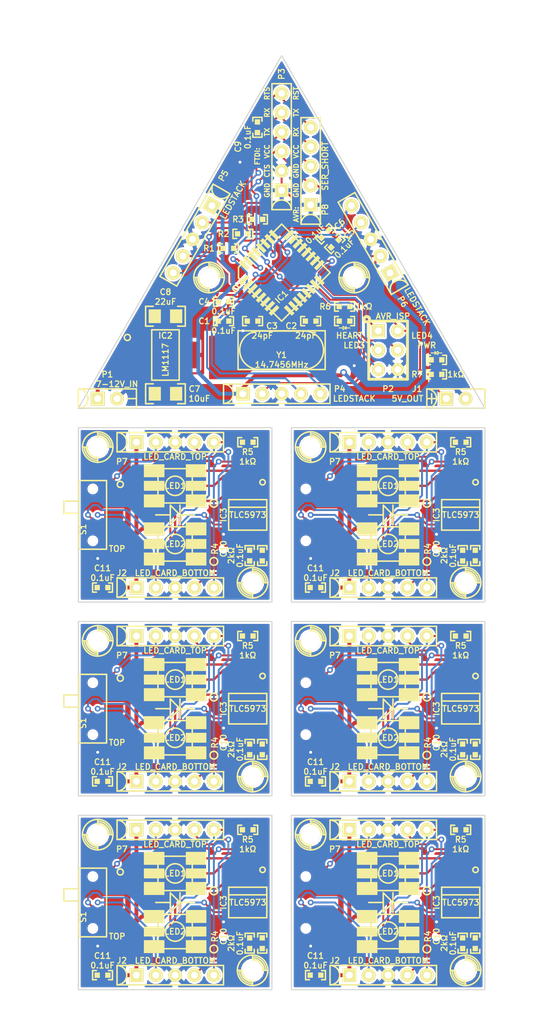
<source format=kicad_pcb>
(kicad_pcb (version 3) (host pcbnew "(2014-02-03 BZR 4657)-product")
  (title_block (title "lamp pcb") (rev 0.1) (company "copyright 2014 by wiley cousins") (comment 1 github.com/wileycousins/lamp) (comment 2 "shared under the terms of the Creative Commons Attribution-ShareAlike 4.0 license") (comment 3 "open source hardware"))
  (layers (15 F.Cu signal) (0 B.Cu signal) (18 B.Paste user) (19 F.Paste user) (20 B.SilkS user) (21 F.SilkS user) (22 B.Mask user) (23 F.Mask user) (28 Edge.Cuts user))
  (net 0 "")
  (net 1 /AVR_MISO)
  (net 2 /AVR_MOSI)
  (net 3 /AVR_RST)
  (net 4 /AVR_SCK)
  (net 5 /BLU)
  (net 6 /GRN)
  (net 7 /LEDSTACK0)
  (net 8 /LEDSTACK1)
  (net 9 /LEDSTACK2)
  (net 10 /LED_GND)
  (net 11 /LED_SER_IN)
  (net 12 /LED_SER_OUT)
  (net 13 /RED)
  (net 14 /SENSE_BOT)
  (net 15 /SENSE_TOP)
  (net 16 /STACKSENSE0)
  (net 17 /STACKSENSE1)
  (net 18 /STACKSENSE2)
  (net 19 /USART_RX)
  (net 20 /USART_TX)
  (net 21 /VIN)
  (net 22 /VLED)
  (net 23 /VLOG)
  (net 24 /VLOG_TOP)
  (net 25 GND)
  (net 26 "Net-(C2-Pad2)")
  (net 27 "Net-(C3-Pad2)")
  (net 28 "Net-(C6-Pad2)")
  (net 29 "Net-(C9-Pad2)")
  (net 30 "Net-(IC1-Pad10)")
  (net 31 "Net-(IC1-Pad11)")
  (net 32 "Net-(IC1-Pad12)")
  (net 33 "Net-(IC1-Pad13)")
  (net 34 "Net-(IC1-Pad14)")
  (net 35 "Net-(IC1-Pad19)")
  (net 36 "Net-(IC1-Pad22)")
  (net 37 "Net-(IC1-Pad23)")
  (net 38 "Net-(IC1-Pad24)")
  (net 39 "Net-(IC1-Pad28)")
  (net 40 "Net-(IC1-Pad9)")
  (net 41 "Net-(IC3-Pad7)")
  (net 42 "Net-(LED1-Pad4)")
  (net 43 "Net-(LED1-Pad5)")
  (net 44 "Net-(LED1-Pad6)")
  (net 45 "Net-(LED3-Pad1)")
  (net 46 "Net-(LED4-Pad2)")
  (net 47 VCC)
  (module asm:M2 (layer F.Cu) (at 104.14 157.48)
    (fp_text reference M2 hide)
    (fp_text value Val** hide)
    (pad "" thru_hole circle (at 0 0) (size 2.5 2.5) (drill 2.5) (layers *.Cu *.Mask F.SilkS))
  )
  (module asm:M2 (layer F.Cu) (at 124.46 175.26)
    (fp_text reference M2 hide)
    (fp_text value Val** hide)
    (pad "" thru_hole circle (at 0 0) (size 2.5 2.5) (drill 2.5) (layers *.Cu *.Mask F.SilkS))
  )
  (module soic:SOIC8 (layer F.Cu) (at 123.825 166.37 270)
    (fp_text reference IC3 (at 0 3.175 270) (layer F.SilkS) (effects (font (size 0.762 0.762) (thickness 0.1524))))
    (fp_text value TLC5973 (at 0 0 360) (layer F.SilkS) (effects (font (size 0.762 0.762) (thickness 0.1524))))
    (pad 1 smd rect (at -2.7 -1.905 270) (size 1.55 0.6) (layers F.Cu F.Paste F.Mask) (net 13 /RED))
    (pad 2 smd rect (at -2.7 -0.635 270) (size 1.55 0.6) (layers F.Cu F.Paste F.Mask) (net 6 /GRN))
    (pad 3 smd rect (at -2.7 0.635 270) (size 1.55 0.6) (layers F.Cu F.Paste F.Mask) (net 5 /BLU))
    (pad 4 smd rect (at -2.7 1.905 270) (size 1.55 0.6) (layers F.Cu F.Paste F.Mask) (net 10 /LED_GND))
    (pad 5 smd rect (at 2.7 1.905 270) (size 1.55 0.6) (layers F.Cu F.Paste F.Mask) (net 12 /LED_SER_OUT))
    (pad 6 smd rect (at 2.7 0.635 270) (size 1.55 0.6) (layers F.Cu F.Paste F.Mask) (net 11 /LED_SER_IN))
    (pad 7 smd rect (at 2.7 -0.635 270) (size 1.55 0.6) (layers F.Cu F.Paste F.Mask) (net 41 "Net-(IC3-Pad7)"))
    (pad 8 smd rect (at 2.7 -1.905 270) (size 1.55 0.6) (layers F.Cu F.Paste F.Mask) (net 23 /VLOG))
  )
  (module "passive-smd:0603(1608m)" (layer F.Cu) (at 123.825 156.845 180)
    (fp_text reference R5 (at 0 -1.27 180) (layer F.SilkS) (effects (font (size 0.762 0.762) (thickness 0.1524))))
    (fp_text value 1kΩ (at 0 -2.54 180) (layer F.SilkS) (effects (font (size 0.762 0.762) (thickness 0.1524))))
    (pad 1 smd rect (at -0.7 0 180) (size 0.7 0.7) (layers F.Cu F.Paste F.SilkS F.Mask) (net 14 /SENSE_BOT))
    (pad 2 smd rect (at 0.7 0 180) (size 0.7 0.7) (layers F.Cu F.Paste F.SilkS F.Mask) (net 15 /SENSE_TOP))
  )
  (module "passive-smd:0603(1608m)" (layer F.Cu) (at 124.079 171.704 270)
    (fp_text reference R4 (at -0.889 4.572 270) (layer F.SilkS) (effects (font (size 0.762 0.762) (thickness 0.1524))))
    (fp_text value 2kΩ (at 0 2.413 270) (layer F.SilkS) (effects (font (size 0.762 0.762) (thickness 0.1524))))
    (pad 1 smd rect (at -0.7 0 270) (size 0.7 0.7) (layers F.Cu F.Paste F.SilkS F.Mask) (net 41 "Net-(IC3-Pad7)"))
    (pad 2 smd rect (at 0.7 0 270) (size 0.7 0.7) (layers F.Cu F.Paste F.SilkS F.Mask) (net 10 /LED_GND))
  )
  (module sip:SIP5 (layer F.Cu) (at 114.3 156.845)
    (fp_text reference P7 (at -6.985 2.54) (layer F.SilkS) (effects (font (size 0.762 0.762) (thickness 0.1524))))
    (fp_text value LED_CARD_TOP (at 0 1.905) (layer F.SilkS) (effects (font (size 0.762 0.762) (thickness 0.1524))))
    (pad 1 thru_hole rect (at -5.08 0) (size 1.8 1.8) (drill 0.9) (layers *.Cu *.Mask F.SilkS) (net 22 /VLED))
    (pad 2 thru_hole circle (at -2.54 0) (size 1.8 1.8) (drill 0.9) (layers *.Cu *.Mask F.SilkS) (net 24 /VLOG_TOP))
    (pad 3 thru_hole circle (at 0 0) (size 1.8 1.8) (drill 0.9) (layers *.Cu *.Mask F.SilkS) (net 10 /LED_GND))
    (pad 5 thru_hole circle (at 5.08 0) (size 1.8 1.8) (drill 0.9) (layers *.Cu *.Mask F.SilkS) (net 15 /SENSE_TOP))
    (pad 4 thru_hole circle (at 2.54 0) (size 1.8 1.8) (drill 0.9) (layers *.Cu *.Mask F.SilkS) (net 12 /LED_SER_OUT))
  )
  (module led:PLCC6-SM-RGB-LED (layer F.Cu) (at 114.3 170.18 180)
    (fp_text reference LED2 (at 0 0 180) (layer F.SilkS) (effects (font (size 0.762 0.762) (thickness 0.1524))))
    (fp_text value CREE-CLV6A-FKB hide)
    (pad 1 smd rect (at -2.75082 -1.97612 180) (size 2.70002 1.69926) (layers F.Cu F.Paste F.SilkS F.Mask) (net 44 "Net-(LED1-Pad6)"))
    (pad 2 smd rect (at -2.75082 0 180) (size 2.70002 1.30048) (layers F.Cu F.Paste F.SilkS F.Mask) (net 43 "Net-(LED1-Pad5)"))
    (pad 3 smd rect (at -2.75082 1.97612 180) (size 2.70002 1.69926) (layers F.Cu F.Paste F.SilkS F.Mask) (net 42 "Net-(LED1-Pad4)"))
    (pad 4 smd rect (at 2.75082 1.97612 180) (size 2.70002 1.69926) (layers F.Cu F.Paste F.SilkS F.Mask) (net 22 /VLED))
    (pad 5 smd rect (at 2.75082 0 180) (size 2.70002 1.30048) (layers F.Cu F.Paste F.SilkS F.Mask) (net 22 /VLED))
    (pad 6 smd rect (at 2.75082 -1.97612 180) (size 2.70002 1.69926) (layers F.Cu F.Paste F.SilkS F.Mask) (net 22 /VLED))
  )
  (module led:PLCC6-SM-RGB-LED (layer F.Cu) (at 114.3 162.56 180)
    (fp_text reference LED1 (at 0 0 180) (layer F.SilkS) (effects (font (size 0.762 0.762) (thickness 0.1524))))
    (fp_text value CREE-CLV6A-FKB hide)
    (pad 1 smd rect (at -2.75082 -1.97612 180) (size 2.70002 1.69926) (layers F.Cu F.Paste F.SilkS F.Mask) (net 5 /BLU))
    (pad 2 smd rect (at -2.75082 0 180) (size 2.70002 1.30048) (layers F.Cu F.Paste F.SilkS F.Mask) (net 6 /GRN))
    (pad 3 smd rect (at -2.75082 1.97612 180) (size 2.70002 1.69926) (layers F.Cu F.Paste F.SilkS F.Mask) (net 13 /RED))
    (pad 4 smd rect (at 2.75082 1.97612 180) (size 2.70002 1.69926) (layers F.Cu F.Paste F.SilkS F.Mask) (net 42 "Net-(LED1-Pad4)"))
    (pad 5 smd rect (at 2.75082 0 180) (size 2.70002 1.30048) (layers F.Cu F.Paste F.SilkS F.Mask) (net 43 "Net-(LED1-Pad5)"))
    (pad 6 smd rect (at 2.75082 -1.97612 180) (size 2.70002 1.69926) (layers F.Cu F.Paste F.SilkS F.Mask) (net 44 "Net-(LED1-Pad6)"))
  )
  (module sip:SIP5 (layer F.Cu) (at 114.3 175.895)
    (fp_text reference J2 (at -6.985 -1.905) (layer F.SilkS) (effects (font (size 0.762 0.762) (thickness 0.1524))))
    (fp_text value LED_CARD_BOTTOM (at 0 -1.905) (layer F.SilkS) (effects (font (size 0.762 0.762) (thickness 0.1524))))
    (pad 1 thru_hole rect (at -5.08 0) (size 1.8 1.8) (drill 0.9) (layers *.Cu *.Mask F.SilkS) (net 22 /VLED))
    (pad 2 thru_hole circle (at -2.54 0) (size 1.8 1.8) (drill 0.9) (layers *.Cu *.Mask F.SilkS) (net 23 /VLOG))
    (pad 3 thru_hole circle (at 0 0) (size 1.8 1.8) (drill 0.9) (layers *.Cu *.Mask F.SilkS) (net 10 /LED_GND))
    (pad 5 thru_hole circle (at 5.08 0) (size 1.8 1.8) (drill 0.9) (layers *.Cu *.Mask F.SilkS) (net 14 /SENSE_BOT))
    (pad 4 thru_hole circle (at 2.54 0) (size 1.8 1.8) (drill 0.9) (layers *.Cu *.Mask F.SilkS) (net 11 /LED_SER_IN))
  )
  (module "passive-smd:0603(1608m)" (layer F.Cu) (at 104.775 175.895 180)
    (fp_text reference C11 (at 0 2.54 180) (layer F.SilkS) (effects (font (size 0.762 0.762) (thickness 0.1524))))
    (fp_text value 0.1uF (at 0 1.27 180) (layer F.SilkS) (effects (font (size 0.762 0.762) (thickness 0.1524))))
    (pad 1 smd rect (at -0.7 0 180) (size 0.7 0.7) (layers F.Cu F.Paste F.SilkS F.Mask) (net 22 /VLED))
    (pad 2 smd rect (at 0.7 0 180) (size 0.7 0.7) (layers F.Cu F.Paste F.SilkS F.Mask) (net 10 /LED_GND))
  )
  (module "passive-smd:0603(1608m)" (layer F.Cu) (at 125.73 171.704 90)
    (fp_text reference C10 (at 0.889 -5.08 90) (layer F.SilkS) (effects (font (size 0.762 0.762) (thickness 0.1524))))
    (fp_text value 0.1uF (at 0 -2.921 90) (layer F.SilkS) (effects (font (size 0.762 0.762) (thickness 0.1524))))
    (pad 1 smd rect (at -0.7 0 90) (size 0.7 0.7) (layers F.Cu F.Paste F.SilkS F.Mask) (net 10 /LED_GND))
    (pad 2 smd rect (at 0.7 0 90) (size 0.7 0.7) (layers F.Cu F.Paste F.SilkS F.Mask) (net 23 /VLOG))
  )
  (module "passive-smd:0603(1608m)" (layer F.Cu) (at 97.79 171.704 90)
    (fp_text reference C10 (at 0.889 -5.08 90) (layer F.SilkS) (effects (font (size 0.762 0.762) (thickness 0.1524))))
    (fp_text value 0.1uF (at 0 -2.921 90) (layer F.SilkS) (effects (font (size 0.762 0.762) (thickness 0.1524))))
    (pad 1 smd rect (at -0.7 0 90) (size 0.7 0.7) (layers F.Cu F.Paste F.SilkS F.Mask) (net 10 /LED_GND))
    (pad 2 smd rect (at 0.7 0 90) (size 0.7 0.7) (layers F.Cu F.Paste F.SilkS F.Mask) (net 23 /VLOG))
  )
  (module "passive-smd:0603(1608m)" (layer F.Cu) (at 76.835 175.895 180)
    (fp_text reference C11 (at 0 2.54 180) (layer F.SilkS) (effects (font (size 0.762 0.762) (thickness 0.1524))))
    (fp_text value 0.1uF (at 0 1.27 180) (layer F.SilkS) (effects (font (size 0.762 0.762) (thickness 0.1524))))
    (pad 1 smd rect (at -0.7 0 180) (size 0.7 0.7) (layers F.Cu F.Paste F.SilkS F.Mask) (net 22 /VLED))
    (pad 2 smd rect (at 0.7 0 180) (size 0.7 0.7) (layers F.Cu F.Paste F.SilkS F.Mask) (net 10 /LED_GND))
  )
  (module sip:SIP5 (layer F.Cu) (at 86.36 175.895)
    (fp_text reference J2 (at -6.985 -1.905) (layer F.SilkS) (effects (font (size 0.762 0.762) (thickness 0.1524))))
    (fp_text value LED_CARD_BOTTOM (at 0 -1.905) (layer F.SilkS) (effects (font (size 0.762 0.762) (thickness 0.1524))))
    (pad 1 thru_hole rect (at -5.08 0) (size 1.8 1.8) (drill 0.9) (layers *.Cu *.Mask F.SilkS) (net 22 /VLED))
    (pad 2 thru_hole circle (at -2.54 0) (size 1.8 1.8) (drill 0.9) (layers *.Cu *.Mask F.SilkS) (net 23 /VLOG))
    (pad 3 thru_hole circle (at 0 0) (size 1.8 1.8) (drill 0.9) (layers *.Cu *.Mask F.SilkS) (net 10 /LED_GND))
    (pad 5 thru_hole circle (at 5.08 0) (size 1.8 1.8) (drill 0.9) (layers *.Cu *.Mask F.SilkS) (net 14 /SENSE_BOT))
    (pad 4 thru_hole circle (at 2.54 0) (size 1.8 1.8) (drill 0.9) (layers *.Cu *.Mask F.SilkS) (net 11 /LED_SER_IN))
  )
  (module led:PLCC6-SM-RGB-LED (layer F.Cu) (at 86.36 162.56 180)
    (fp_text reference LED1 (at 0 0 180) (layer F.SilkS) (effects (font (size 0.762 0.762) (thickness 0.1524))))
    (fp_text value CREE-CLV6A-FKB hide)
    (pad 1 smd rect (at -2.75082 -1.97612 180) (size 2.70002 1.69926) (layers F.Cu F.Paste F.SilkS F.Mask) (net 5 /BLU))
    (pad 2 smd rect (at -2.75082 0 180) (size 2.70002 1.30048) (layers F.Cu F.Paste F.SilkS F.Mask) (net 6 /GRN))
    (pad 3 smd rect (at -2.75082 1.97612 180) (size 2.70002 1.69926) (layers F.Cu F.Paste F.SilkS F.Mask) (net 13 /RED))
    (pad 4 smd rect (at 2.75082 1.97612 180) (size 2.70002 1.69926) (layers F.Cu F.Paste F.SilkS F.Mask) (net 42 "Net-(LED1-Pad4)"))
    (pad 5 smd rect (at 2.75082 0 180) (size 2.70002 1.30048) (layers F.Cu F.Paste F.SilkS F.Mask) (net 43 "Net-(LED1-Pad5)"))
    (pad 6 smd rect (at 2.75082 -1.97612 180) (size 2.70002 1.69926) (layers F.Cu F.Paste F.SilkS F.Mask) (net 44 "Net-(LED1-Pad6)"))
  )
  (module led:PLCC6-SM-RGB-LED (layer F.Cu) (at 86.36 170.18 180)
    (fp_text reference LED2 (at 0 0 180) (layer F.SilkS) (effects (font (size 0.762 0.762) (thickness 0.1524))))
    (fp_text value CREE-CLV6A-FKB hide)
    (pad 1 smd rect (at -2.75082 -1.97612 180) (size 2.70002 1.69926) (layers F.Cu F.Paste F.SilkS F.Mask) (net 44 "Net-(LED1-Pad6)"))
    (pad 2 smd rect (at -2.75082 0 180) (size 2.70002 1.30048) (layers F.Cu F.Paste F.SilkS F.Mask) (net 43 "Net-(LED1-Pad5)"))
    (pad 3 smd rect (at -2.75082 1.97612 180) (size 2.70002 1.69926) (layers F.Cu F.Paste F.SilkS F.Mask) (net 42 "Net-(LED1-Pad4)"))
    (pad 4 smd rect (at 2.75082 1.97612 180) (size 2.70002 1.69926) (layers F.Cu F.Paste F.SilkS F.Mask) (net 22 /VLED))
    (pad 5 smd rect (at 2.75082 0 180) (size 2.70002 1.30048) (layers F.Cu F.Paste F.SilkS F.Mask) (net 22 /VLED))
    (pad 6 smd rect (at 2.75082 -1.97612 180) (size 2.70002 1.69926) (layers F.Cu F.Paste F.SilkS F.Mask) (net 22 /VLED))
  )
  (module sip:SIP5 (layer F.Cu) (at 86.36 156.845)
    (fp_text reference P7 (at -6.985 2.54) (layer F.SilkS) (effects (font (size 0.762 0.762) (thickness 0.1524))))
    (fp_text value LED_CARD_TOP (at 0 1.905) (layer F.SilkS) (effects (font (size 0.762 0.762) (thickness 0.1524))))
    (pad 1 thru_hole rect (at -5.08 0) (size 1.8 1.8) (drill 0.9) (layers *.Cu *.Mask F.SilkS) (net 22 /VLED))
    (pad 2 thru_hole circle (at -2.54 0) (size 1.8 1.8) (drill 0.9) (layers *.Cu *.Mask F.SilkS) (net 24 /VLOG_TOP))
    (pad 3 thru_hole circle (at 0 0) (size 1.8 1.8) (drill 0.9) (layers *.Cu *.Mask F.SilkS) (net 10 /LED_GND))
    (pad 5 thru_hole circle (at 5.08 0) (size 1.8 1.8) (drill 0.9) (layers *.Cu *.Mask F.SilkS) (net 15 /SENSE_TOP))
    (pad 4 thru_hole circle (at 2.54 0) (size 1.8 1.8) (drill 0.9) (layers *.Cu *.Mask F.SilkS) (net 12 /LED_SER_OUT))
  )
  (module "passive-smd:0603(1608m)" (layer F.Cu) (at 96.139 171.704 270)
    (fp_text reference R4 (at -0.889 4.572 270) (layer F.SilkS) (effects (font (size 0.762 0.762) (thickness 0.1524))))
    (fp_text value 2kΩ (at 0 2.413 270) (layer F.SilkS) (effects (font (size 0.762 0.762) (thickness 0.1524))))
    (pad 1 smd rect (at -0.7 0 270) (size 0.7 0.7) (layers F.Cu F.Paste F.SilkS F.Mask) (net 41 "Net-(IC3-Pad7)"))
    (pad 2 smd rect (at 0.7 0 270) (size 0.7 0.7) (layers F.Cu F.Paste F.SilkS F.Mask) (net 10 /LED_GND))
  )
  (module "passive-smd:0603(1608m)" (layer F.Cu) (at 95.885 156.845 180)
    (fp_text reference R5 (at 0 -1.27 180) (layer F.SilkS) (effects (font (size 0.762 0.762) (thickness 0.1524))))
    (fp_text value 1kΩ (at 0 -2.54 180) (layer F.SilkS) (effects (font (size 0.762 0.762) (thickness 0.1524))))
    (pad 1 smd rect (at -0.7 0 180) (size 0.7 0.7) (layers F.Cu F.Paste F.SilkS F.Mask) (net 14 /SENSE_BOT))
    (pad 2 smd rect (at 0.7 0 180) (size 0.7 0.7) (layers F.Cu F.Paste F.SilkS F.Mask) (net 15 /SENSE_TOP))
  )
  (module switch:CK-JS102011SAQN_sm-spdt-switch (layer F.Cu) (at 75.565 166.37 270)
    (fp_text reference S1 (at 1.905 1.27 270) (layer F.SilkS) (effects (font (size 0.762 0.762) (thickness 0.1524))))
    (fp_text value TOP (at 4.445 -3.175 360) (layer F.SilkS) (effects (font (size 0.762 0.762) (thickness 0.1524))))
    (pad "" thru_hole circle (at 3.4 0 270) (size 0.9 0.9) (drill 0.9) (layers *.Cu *.Mask F.SilkS))
    (pad "" thru_hole circle (at -3.4 0 270) (size 0.9 0.9) (drill 0.9) (layers *.Cu *.Mask F.SilkS))
    (pad 1 smd rect (at -2.5 -2.75 270) (size 1.2 2.5) (layers F.Cu F.Paste F.Mask) (net 24 /VLOG_TOP))
    (pad 2 smd rect (at 0 -2.75 270) (size 1.2 2.5) (layers F.Cu F.Paste F.Mask) (net 23 /VLOG))
    (pad 3 smd rect (at 2.5 -2.75 270) (size 1.2 2.5) (layers F.Cu F.Paste F.Mask) (net 15 /SENSE_TOP))
  )
  (module soic:SOIC8 (layer F.Cu) (at 95.885 166.37 270)
    (fp_text reference IC3 (at 0 3.175 270) (layer F.SilkS) (effects (font (size 0.762 0.762) (thickness 0.1524))))
    (fp_text value TLC5973 (at 0 0 360) (layer F.SilkS) (effects (font (size 0.762 0.762) (thickness 0.1524))))
    (pad 1 smd rect (at -2.7 -1.905 270) (size 1.55 0.6) (layers F.Cu F.Paste F.Mask) (net 13 /RED))
    (pad 2 smd rect (at -2.7 -0.635 270) (size 1.55 0.6) (layers F.Cu F.Paste F.Mask) (net 6 /GRN))
    (pad 3 smd rect (at -2.7 0.635 270) (size 1.55 0.6) (layers F.Cu F.Paste F.Mask) (net 5 /BLU))
    (pad 4 smd rect (at -2.7 1.905 270) (size 1.55 0.6) (layers F.Cu F.Paste F.Mask) (net 10 /LED_GND))
    (pad 5 smd rect (at 2.7 1.905 270) (size 1.55 0.6) (layers F.Cu F.Paste F.Mask) (net 12 /LED_SER_OUT))
    (pad 6 smd rect (at 2.7 0.635 270) (size 1.55 0.6) (layers F.Cu F.Paste F.Mask) (net 11 /LED_SER_IN))
    (pad 7 smd rect (at 2.7 -0.635 270) (size 1.55 0.6) (layers F.Cu F.Paste F.Mask) (net 41 "Net-(IC3-Pad7)"))
    (pad 8 smd rect (at 2.7 -1.905 270) (size 1.55 0.6) (layers F.Cu F.Paste F.Mask) (net 23 /VLOG))
  )
  (module asm:M2 (layer F.Cu) (at 96.52 175.26)
    (fp_text reference M2 hide)
    (fp_text value Val** hide)
    (pad "" thru_hole circle (at 0 0) (size 2.5 2.5) (drill 2.5) (layers *.Cu *.Mask F.SilkS))
  )
  (module asm:M2 (layer F.Cu) (at 76.2 157.48)
    (fp_text reference M2 hide)
    (fp_text value Val** hide)
    (pad "" thru_hole circle (at 0 0) (size 2.5 2.5) (drill 2.5) (layers *.Cu *.Mask F.SilkS))
  )
  (module asm:M2 (layer F.Cu) (at 76.2 132.08)
    (fp_text reference M2 hide)
    (fp_text value Val** hide)
    (pad "" thru_hole circle (at 0 0) (size 2.5 2.5) (drill 2.5) (layers *.Cu *.Mask F.SilkS))
  )
  (module asm:M2 (layer F.Cu) (at 96.52 149.86)
    (fp_text reference M2 hide)
    (fp_text value Val** hide)
    (pad "" thru_hole circle (at 0 0) (size 2.5 2.5) (drill 2.5) (layers *.Cu *.Mask F.SilkS))
  )
  (module soic:SOIC8 (layer F.Cu) (at 95.885 140.97 270)
    (fp_text reference IC3 (at 0 3.175 270) (layer F.SilkS) (effects (font (size 0.762 0.762) (thickness 0.1524))))
    (fp_text value TLC5973 (at 0 0 360) (layer F.SilkS) (effects (font (size 0.762 0.762) (thickness 0.1524))))
    (pad 1 smd rect (at -2.7 -1.905 270) (size 1.55 0.6) (layers F.Cu F.Paste F.Mask) (net 13 /RED))
    (pad 2 smd rect (at -2.7 -0.635 270) (size 1.55 0.6) (layers F.Cu F.Paste F.Mask) (net 6 /GRN))
    (pad 3 smd rect (at -2.7 0.635 270) (size 1.55 0.6) (layers F.Cu F.Paste F.Mask) (net 5 /BLU))
    (pad 4 smd rect (at -2.7 1.905 270) (size 1.55 0.6) (layers F.Cu F.Paste F.Mask) (net 10 /LED_GND))
    (pad 5 smd rect (at 2.7 1.905 270) (size 1.55 0.6) (layers F.Cu F.Paste F.Mask) (net 12 /LED_SER_OUT))
    (pad 6 smd rect (at 2.7 0.635 270) (size 1.55 0.6) (layers F.Cu F.Paste F.Mask) (net 11 /LED_SER_IN))
    (pad 7 smd rect (at 2.7 -0.635 270) (size 1.55 0.6) (layers F.Cu F.Paste F.Mask) (net 41 "Net-(IC3-Pad7)"))
    (pad 8 smd rect (at 2.7 -1.905 270) (size 1.55 0.6) (layers F.Cu F.Paste F.Mask) (net 23 /VLOG))
  )
  (module switch:CK-JS102011SAQN_sm-spdt-switch (layer F.Cu) (at 75.565 140.97 270)
    (fp_text reference S1 (at 1.905 1.27 270) (layer F.SilkS) (effects (font (size 0.762 0.762) (thickness 0.1524))))
    (fp_text value TOP (at 4.445 -3.175 360) (layer F.SilkS) (effects (font (size 0.762 0.762) (thickness 0.1524))))
    (pad "" thru_hole circle (at 3.4 0 270) (size 0.9 0.9) (drill 0.9) (layers *.Cu *.Mask F.SilkS))
    (pad "" thru_hole circle (at -3.4 0 270) (size 0.9 0.9) (drill 0.9) (layers *.Cu *.Mask F.SilkS))
    (pad 1 smd rect (at -2.5 -2.75 270) (size 1.2 2.5) (layers F.Cu F.Paste F.Mask) (net 24 /VLOG_TOP))
    (pad 2 smd rect (at 0 -2.75 270) (size 1.2 2.5) (layers F.Cu F.Paste F.Mask) (net 23 /VLOG))
    (pad 3 smd rect (at 2.5 -2.75 270) (size 1.2 2.5) (layers F.Cu F.Paste F.Mask) (net 15 /SENSE_TOP))
  )
  (module "passive-smd:0603(1608m)" (layer F.Cu) (at 95.885 131.445 180)
    (fp_text reference R5 (at 0 -1.27 180) (layer F.SilkS) (effects (font (size 0.762 0.762) (thickness 0.1524))))
    (fp_text value 1kΩ (at 0 -2.54 180) (layer F.SilkS) (effects (font (size 0.762 0.762) (thickness 0.1524))))
    (pad 1 smd rect (at -0.7 0 180) (size 0.7 0.7) (layers F.Cu F.Paste F.SilkS F.Mask) (net 14 /SENSE_BOT))
    (pad 2 smd rect (at 0.7 0 180) (size 0.7 0.7) (layers F.Cu F.Paste F.SilkS F.Mask) (net 15 /SENSE_TOP))
  )
  (module "passive-smd:0603(1608m)" (layer F.Cu) (at 96.139 146.304 270)
    (fp_text reference R4 (at -0.889 4.572 270) (layer F.SilkS) (effects (font (size 0.762 0.762) (thickness 0.1524))))
    (fp_text value 2kΩ (at 0 2.413 270) (layer F.SilkS) (effects (font (size 0.762 0.762) (thickness 0.1524))))
    (pad 1 smd rect (at -0.7 0 270) (size 0.7 0.7) (layers F.Cu F.Paste F.SilkS F.Mask) (net 41 "Net-(IC3-Pad7)"))
    (pad 2 smd rect (at 0.7 0 270) (size 0.7 0.7) (layers F.Cu F.Paste F.SilkS F.Mask) (net 10 /LED_GND))
  )
  (module sip:SIP5 (layer F.Cu) (at 86.36 131.445)
    (fp_text reference P7 (at -6.985 2.54) (layer F.SilkS) (effects (font (size 0.762 0.762) (thickness 0.1524))))
    (fp_text value LED_CARD_TOP (at 0 1.905) (layer F.SilkS) (effects (font (size 0.762 0.762) (thickness 0.1524))))
    (pad 1 thru_hole rect (at -5.08 0) (size 1.8 1.8) (drill 0.9) (layers *.Cu *.Mask F.SilkS) (net 22 /VLED))
    (pad 2 thru_hole circle (at -2.54 0) (size 1.8 1.8) (drill 0.9) (layers *.Cu *.Mask F.SilkS) (net 24 /VLOG_TOP))
    (pad 3 thru_hole circle (at 0 0) (size 1.8 1.8) (drill 0.9) (layers *.Cu *.Mask F.SilkS) (net 10 /LED_GND))
    (pad 5 thru_hole circle (at 5.08 0) (size 1.8 1.8) (drill 0.9) (layers *.Cu *.Mask F.SilkS) (net 15 /SENSE_TOP))
    (pad 4 thru_hole circle (at 2.54 0) (size 1.8 1.8) (drill 0.9) (layers *.Cu *.Mask F.SilkS) (net 12 /LED_SER_OUT))
  )
  (module led:PLCC6-SM-RGB-LED (layer F.Cu) (at 86.36 144.78 180)
    (fp_text reference LED2 (at 0 0 180) (layer F.SilkS) (effects (font (size 0.762 0.762) (thickness 0.1524))))
    (fp_text value CREE-CLV6A-FKB hide)
    (pad 1 smd rect (at -2.75082 -1.97612 180) (size 2.70002 1.69926) (layers F.Cu F.Paste F.SilkS F.Mask) (net 44 "Net-(LED1-Pad6)"))
    (pad 2 smd rect (at -2.75082 0 180) (size 2.70002 1.30048) (layers F.Cu F.Paste F.SilkS F.Mask) (net 43 "Net-(LED1-Pad5)"))
    (pad 3 smd rect (at -2.75082 1.97612 180) (size 2.70002 1.69926) (layers F.Cu F.Paste F.SilkS F.Mask) (net 42 "Net-(LED1-Pad4)"))
    (pad 4 smd rect (at 2.75082 1.97612 180) (size 2.70002 1.69926) (layers F.Cu F.Paste F.SilkS F.Mask) (net 22 /VLED))
    (pad 5 smd rect (at 2.75082 0 180) (size 2.70002 1.30048) (layers F.Cu F.Paste F.SilkS F.Mask) (net 22 /VLED))
    (pad 6 smd rect (at 2.75082 -1.97612 180) (size 2.70002 1.69926) (layers F.Cu F.Paste F.SilkS F.Mask) (net 22 /VLED))
  )
  (module led:PLCC6-SM-RGB-LED (layer F.Cu) (at 86.36 137.16 180)
    (fp_text reference LED1 (at 0 0 180) (layer F.SilkS) (effects (font (size 0.762 0.762) (thickness 0.1524))))
    (fp_text value CREE-CLV6A-FKB hide)
    (pad 1 smd rect (at -2.75082 -1.97612 180) (size 2.70002 1.69926) (layers F.Cu F.Paste F.SilkS F.Mask) (net 5 /BLU))
    (pad 2 smd rect (at -2.75082 0 180) (size 2.70002 1.30048) (layers F.Cu F.Paste F.SilkS F.Mask) (net 6 /GRN))
    (pad 3 smd rect (at -2.75082 1.97612 180) (size 2.70002 1.69926) (layers F.Cu F.Paste F.SilkS F.Mask) (net 13 /RED))
    (pad 4 smd rect (at 2.75082 1.97612 180) (size 2.70002 1.69926) (layers F.Cu F.Paste F.SilkS F.Mask) (net 42 "Net-(LED1-Pad4)"))
    (pad 5 smd rect (at 2.75082 0 180) (size 2.70002 1.30048) (layers F.Cu F.Paste F.SilkS F.Mask) (net 43 "Net-(LED1-Pad5)"))
    (pad 6 smd rect (at 2.75082 -1.97612 180) (size 2.70002 1.69926) (layers F.Cu F.Paste F.SilkS F.Mask) (net 44 "Net-(LED1-Pad6)"))
  )
  (module sip:SIP5 (layer F.Cu) (at 86.36 150.495)
    (fp_text reference J2 (at -6.985 -1.905) (layer F.SilkS) (effects (font (size 0.762 0.762) (thickness 0.1524))))
    (fp_text value LED_CARD_BOTTOM (at 0 -1.905) (layer F.SilkS) (effects (font (size 0.762 0.762) (thickness 0.1524))))
    (pad 1 thru_hole rect (at -5.08 0) (size 1.8 1.8) (drill 0.9) (layers *.Cu *.Mask F.SilkS) (net 22 /VLED))
    (pad 2 thru_hole circle (at -2.54 0) (size 1.8 1.8) (drill 0.9) (layers *.Cu *.Mask F.SilkS) (net 23 /VLOG))
    (pad 3 thru_hole circle (at 0 0) (size 1.8 1.8) (drill 0.9) (layers *.Cu *.Mask F.SilkS) (net 10 /LED_GND))
    (pad 5 thru_hole circle (at 5.08 0) (size 1.8 1.8) (drill 0.9) (layers *.Cu *.Mask F.SilkS) (net 14 /SENSE_BOT))
    (pad 4 thru_hole circle (at 2.54 0) (size 1.8 1.8) (drill 0.9) (layers *.Cu *.Mask F.SilkS) (net 11 /LED_SER_IN))
  )
  (module "passive-smd:0603(1608m)" (layer F.Cu) (at 76.835 150.495 180)
    (fp_text reference C11 (at 0 2.54 180) (layer F.SilkS) (effects (font (size 0.762 0.762) (thickness 0.1524))))
    (fp_text value 0.1uF (at 0 1.27 180) (layer F.SilkS) (effects (font (size 0.762 0.762) (thickness 0.1524))))
    (pad 1 smd rect (at -0.7 0 180) (size 0.7 0.7) (layers F.Cu F.Paste F.SilkS F.Mask) (net 22 /VLED))
    (pad 2 smd rect (at 0.7 0 180) (size 0.7 0.7) (layers F.Cu F.Paste F.SilkS F.Mask) (net 10 /LED_GND))
  )
  (module "passive-smd:0603(1608m)" (layer F.Cu) (at 97.79 146.304 90)
    (fp_text reference C10 (at 0.889 -5.08 90) (layer F.SilkS) (effects (font (size 0.762 0.762) (thickness 0.1524))))
    (fp_text value 0.1uF (at 0 -2.921 90) (layer F.SilkS) (effects (font (size 0.762 0.762) (thickness 0.1524))))
    (pad 1 smd rect (at -0.7 0 90) (size 0.7 0.7) (layers F.Cu F.Paste F.SilkS F.Mask) (net 10 /LED_GND))
    (pad 2 smd rect (at 0.7 0 90) (size 0.7 0.7) (layers F.Cu F.Paste F.SilkS F.Mask) (net 23 /VLOG))
  )
  (module "passive-smd:0603(1608m)" (layer F.Cu) (at 125.73 146.304 90)
    (fp_text reference C10 (at 0.889 -5.08 90) (layer F.SilkS) (effects (font (size 0.762 0.762) (thickness 0.1524))))
    (fp_text value 0.1uF (at 0 -2.921 90) (layer F.SilkS) (effects (font (size 0.762 0.762) (thickness 0.1524))))
    (pad 1 smd rect (at -0.7 0 90) (size 0.7 0.7) (layers F.Cu F.Paste F.SilkS F.Mask) (net 10 /LED_GND))
    (pad 2 smd rect (at 0.7 0 90) (size 0.7 0.7) (layers F.Cu F.Paste F.SilkS F.Mask) (net 23 /VLOG))
  )
  (module "passive-smd:0603(1608m)" (layer F.Cu) (at 104.775 150.495 180)
    (fp_text reference C11 (at 0 2.54 180) (layer F.SilkS) (effects (font (size 0.762 0.762) (thickness 0.1524))))
    (fp_text value 0.1uF (at 0 1.27 180) (layer F.SilkS) (effects (font (size 0.762 0.762) (thickness 0.1524))))
    (pad 1 smd rect (at -0.7 0 180) (size 0.7 0.7) (layers F.Cu F.Paste F.SilkS F.Mask) (net 22 /VLED))
    (pad 2 smd rect (at 0.7 0 180) (size 0.7 0.7) (layers F.Cu F.Paste F.SilkS F.Mask) (net 10 /LED_GND))
  )
  (module sip:SIP5 (layer F.Cu) (at 114.3 150.495)
    (fp_text reference J2 (at -6.985 -1.905) (layer F.SilkS) (effects (font (size 0.762 0.762) (thickness 0.1524))))
    (fp_text value LED_CARD_BOTTOM (at 0 -1.905) (layer F.SilkS) (effects (font (size 0.762 0.762) (thickness 0.1524))))
    (pad 1 thru_hole rect (at -5.08 0) (size 1.8 1.8) (drill 0.9) (layers *.Cu *.Mask F.SilkS) (net 22 /VLED))
    (pad 2 thru_hole circle (at -2.54 0) (size 1.8 1.8) (drill 0.9) (layers *.Cu *.Mask F.SilkS) (net 23 /VLOG))
    (pad 3 thru_hole circle (at 0 0) (size 1.8 1.8) (drill 0.9) (layers *.Cu *.Mask F.SilkS) (net 10 /LED_GND))
    (pad 5 thru_hole circle (at 5.08 0) (size 1.8 1.8) (drill 0.9) (layers *.Cu *.Mask F.SilkS) (net 14 /SENSE_BOT))
    (pad 4 thru_hole circle (at 2.54 0) (size 1.8 1.8) (drill 0.9) (layers *.Cu *.Mask F.SilkS) (net 11 /LED_SER_IN))
  )
  (module led:PLCC6-SM-RGB-LED (layer F.Cu) (at 114.3 137.16 180)
    (fp_text reference LED1 (at 0 0 180) (layer F.SilkS) (effects (font (size 0.762 0.762) (thickness 0.1524))))
    (fp_text value CREE-CLV6A-FKB hide)
    (pad 1 smd rect (at -2.75082 -1.97612 180) (size 2.70002 1.69926) (layers F.Cu F.Paste F.SilkS F.Mask) (net 5 /BLU))
    (pad 2 smd rect (at -2.75082 0 180) (size 2.70002 1.30048) (layers F.Cu F.Paste F.SilkS F.Mask) (net 6 /GRN))
    (pad 3 smd rect (at -2.75082 1.97612 180) (size 2.70002 1.69926) (layers F.Cu F.Paste F.SilkS F.Mask) (net 13 /RED))
    (pad 4 smd rect (at 2.75082 1.97612 180) (size 2.70002 1.69926) (layers F.Cu F.Paste F.SilkS F.Mask) (net 42 "Net-(LED1-Pad4)"))
    (pad 5 smd rect (at 2.75082 0 180) (size 2.70002 1.30048) (layers F.Cu F.Paste F.SilkS F.Mask) (net 43 "Net-(LED1-Pad5)"))
    (pad 6 smd rect (at 2.75082 -1.97612 180) (size 2.70002 1.69926) (layers F.Cu F.Paste F.SilkS F.Mask) (net 44 "Net-(LED1-Pad6)"))
  )
  (module led:PLCC6-SM-RGB-LED (layer F.Cu) (at 114.3 144.78 180)
    (fp_text reference LED2 (at 0 0 180) (layer F.SilkS) (effects (font (size 0.762 0.762) (thickness 0.1524))))
    (fp_text value CREE-CLV6A-FKB hide)
    (pad 1 smd rect (at -2.75082 -1.97612 180) (size 2.70002 1.69926) (layers F.Cu F.Paste F.SilkS F.Mask) (net 44 "Net-(LED1-Pad6)"))
    (pad 2 smd rect (at -2.75082 0 180) (size 2.70002 1.30048) (layers F.Cu F.Paste F.SilkS F.Mask) (net 43 "Net-(LED1-Pad5)"))
    (pad 3 smd rect (at -2.75082 1.97612 180) (size 2.70002 1.69926) (layers F.Cu F.Paste F.SilkS F.Mask) (net 42 "Net-(LED1-Pad4)"))
    (pad 4 smd rect (at 2.75082 1.97612 180) (size 2.70002 1.69926) (layers F.Cu F.Paste F.SilkS F.Mask) (net 22 /VLED))
    (pad 5 smd rect (at 2.75082 0 180) (size 2.70002 1.30048) (layers F.Cu F.Paste F.SilkS F.Mask) (net 22 /VLED))
    (pad 6 smd rect (at 2.75082 -1.97612 180) (size 2.70002 1.69926) (layers F.Cu F.Paste F.SilkS F.Mask) (net 22 /VLED))
  )
  (module sip:SIP5 (layer F.Cu) (at 114.3 131.445)
    (fp_text reference P7 (at -6.985 2.54) (layer F.SilkS) (effects (font (size 0.762 0.762) (thickness 0.1524))))
    (fp_text value LED_CARD_TOP (at 0 1.905) (layer F.SilkS) (effects (font (size 0.762 0.762) (thickness 0.1524))))
    (pad 1 thru_hole rect (at -5.08 0) (size 1.8 1.8) (drill 0.9) (layers *.Cu *.Mask F.SilkS) (net 22 /VLED))
    (pad 2 thru_hole circle (at -2.54 0) (size 1.8 1.8) (drill 0.9) (layers *.Cu *.Mask F.SilkS) (net 24 /VLOG_TOP))
    (pad 3 thru_hole circle (at 0 0) (size 1.8 1.8) (drill 0.9) (layers *.Cu *.Mask F.SilkS) (net 10 /LED_GND))
    (pad 5 thru_hole circle (at 5.08 0) (size 1.8 1.8) (drill 0.9) (layers *.Cu *.Mask F.SilkS) (net 15 /SENSE_TOP))
    (pad 4 thru_hole circle (at 2.54 0) (size 1.8 1.8) (drill 0.9) (layers *.Cu *.Mask F.SilkS) (net 12 /LED_SER_OUT))
  )
  (module "passive-smd:0603(1608m)" (layer F.Cu) (at 124.079 146.304 270)
    (fp_text reference R4 (at -0.889 4.572 270) (layer F.SilkS) (effects (font (size 0.762 0.762) (thickness 0.1524))))
    (fp_text value 2kΩ (at 0 2.413 270) (layer F.SilkS) (effects (font (size 0.762 0.762) (thickness 0.1524))))
    (pad 1 smd rect (at -0.7 0 270) (size 0.7 0.7) (layers F.Cu F.Paste F.SilkS F.Mask) (net 41 "Net-(IC3-Pad7)"))
    (pad 2 smd rect (at 0.7 0 270) (size 0.7 0.7) (layers F.Cu F.Paste F.SilkS F.Mask) (net 10 /LED_GND))
  )
  (module "passive-smd:0603(1608m)" (layer F.Cu) (at 123.825 131.445 180)
    (fp_text reference R5 (at 0 -1.27 180) (layer F.SilkS) (effects (font (size 0.762 0.762) (thickness 0.1524))))
    (fp_text value 1kΩ (at 0 -2.54 180) (layer F.SilkS) (effects (font (size 0.762 0.762) (thickness 0.1524))))
    (pad 1 smd rect (at -0.7 0 180) (size 0.7 0.7) (layers F.Cu F.Paste F.SilkS F.Mask) (net 14 /SENSE_BOT))
    (pad 2 smd rect (at 0.7 0 180) (size 0.7 0.7) (layers F.Cu F.Paste F.SilkS F.Mask) (net 15 /SENSE_TOP))
  )
  (module soic:SOIC8 (layer F.Cu) (at 123.825 140.97 270)
    (fp_text reference IC3 (at 0 3.175 270) (layer F.SilkS) (effects (font (size 0.762 0.762) (thickness 0.1524))))
    (fp_text value TLC5973 (at 0 0 360) (layer F.SilkS) (effects (font (size 0.762 0.762) (thickness 0.1524))))
    (pad 1 smd rect (at -2.7 -1.905 270) (size 1.55 0.6) (layers F.Cu F.Paste F.Mask) (net 13 /RED))
    (pad 2 smd rect (at -2.7 -0.635 270) (size 1.55 0.6) (layers F.Cu F.Paste F.Mask) (net 6 /GRN))
    (pad 3 smd rect (at -2.7 0.635 270) (size 1.55 0.6) (layers F.Cu F.Paste F.Mask) (net 5 /BLU))
    (pad 4 smd rect (at -2.7 1.905 270) (size 1.55 0.6) (layers F.Cu F.Paste F.Mask) (net 10 /LED_GND))
    (pad 5 smd rect (at 2.7 1.905 270) (size 1.55 0.6) (layers F.Cu F.Paste F.Mask) (net 12 /LED_SER_OUT))
    (pad 6 smd rect (at 2.7 0.635 270) (size 1.55 0.6) (layers F.Cu F.Paste F.Mask) (net 11 /LED_SER_IN))
    (pad 7 smd rect (at 2.7 -0.635 270) (size 1.55 0.6) (layers F.Cu F.Paste F.Mask) (net 41 "Net-(IC3-Pad7)"))
    (pad 8 smd rect (at 2.7 -1.905 270) (size 1.55 0.6) (layers F.Cu F.Paste F.Mask) (net 23 /VLOG))
  )
  (module asm:M2 (layer F.Cu) (at 124.46 149.86)
    (fp_text reference M2 hide)
    (fp_text value Val** hide)
    (pad "" thru_hole circle (at 0 0) (size 2.5 2.5) (drill 2.5) (layers *.Cu *.Mask F.SilkS))
  )
  (module asm:M2 (layer F.Cu) (at 104.14 132.08)
    (fp_text reference M2 hide)
    (fp_text value Val** hide)
    (pad "" thru_hole circle (at 0 0) (size 2.5 2.5) (drill 2.5) (layers *.Cu *.Mask F.SilkS))
  )
  (module asm:M2 (layer F.Cu) (at 104.14 106.68)
    (fp_text reference M2 hide)
    (fp_text value Val** hide)
    (pad "" thru_hole circle (at 0 0) (size 2.5 2.5) (drill 2.5) (layers *.Cu *.Mask F.SilkS))
  )
  (module asm:M2 (layer F.Cu) (at 124.46 124.46)
    (fp_text reference M2 hide)
    (fp_text value Val** hide)
    (pad "" thru_hole circle (at 0 0) (size 2.5 2.5) (drill 2.5) (layers *.Cu *.Mask F.SilkS))
  )
  (module soic:SOIC8 (layer F.Cu) (at 123.825 115.57 270)
    (fp_text reference IC3 (at 0 3.175 270) (layer F.SilkS) (effects (font (size 0.762 0.762) (thickness 0.1524))))
    (fp_text value TLC5973 (at 0 0 360) (layer F.SilkS) (effects (font (size 0.762 0.762) (thickness 0.1524))))
    (pad 1 smd rect (at -2.7 -1.905 270) (size 1.55 0.6) (layers F.Cu F.Paste F.Mask) (net 13 /RED))
    (pad 2 smd rect (at -2.7 -0.635 270) (size 1.55 0.6) (layers F.Cu F.Paste F.Mask) (net 6 /GRN))
    (pad 3 smd rect (at -2.7 0.635 270) (size 1.55 0.6) (layers F.Cu F.Paste F.Mask) (net 5 /BLU))
    (pad 4 smd rect (at -2.7 1.905 270) (size 1.55 0.6) (layers F.Cu F.Paste F.Mask) (net 10 /LED_GND))
    (pad 5 smd rect (at 2.7 1.905 270) (size 1.55 0.6) (layers F.Cu F.Paste F.Mask) (net 12 /LED_SER_OUT))
    (pad 6 smd rect (at 2.7 0.635 270) (size 1.55 0.6) (layers F.Cu F.Paste F.Mask) (net 11 /LED_SER_IN))
    (pad 7 smd rect (at 2.7 -0.635 270) (size 1.55 0.6) (layers F.Cu F.Paste F.Mask) (net 41 "Net-(IC3-Pad7)"))
    (pad 8 smd rect (at 2.7 -1.905 270) (size 1.55 0.6) (layers F.Cu F.Paste F.Mask) (net 23 /VLOG))
  )
  (module "passive-smd:0603(1608m)" (layer F.Cu) (at 123.825 106.045 180)
    (fp_text reference R5 (at 0 -1.27 180) (layer F.SilkS) (effects (font (size 0.762 0.762) (thickness 0.1524))))
    (fp_text value 1kΩ (at 0 -2.54 180) (layer F.SilkS) (effects (font (size 0.762 0.762) (thickness 0.1524))))
    (pad 1 smd rect (at -0.7 0 180) (size 0.7 0.7) (layers F.Cu F.Paste F.SilkS F.Mask) (net 14 /SENSE_BOT))
    (pad 2 smd rect (at 0.7 0 180) (size 0.7 0.7) (layers F.Cu F.Paste F.SilkS F.Mask) (net 15 /SENSE_TOP))
  )
  (module "passive-smd:0603(1608m)" (layer F.Cu) (at 124.079 120.904 270)
    (fp_text reference R4 (at -0.889 4.572 270) (layer F.SilkS) (effects (font (size 0.762 0.762) (thickness 0.1524))))
    (fp_text value 2kΩ (at 0 2.413 270) (layer F.SilkS) (effects (font (size 0.762 0.762) (thickness 0.1524))))
    (pad 1 smd rect (at -0.7 0 270) (size 0.7 0.7) (layers F.Cu F.Paste F.SilkS F.Mask) (net 41 "Net-(IC3-Pad7)"))
    (pad 2 smd rect (at 0.7 0 270) (size 0.7 0.7) (layers F.Cu F.Paste F.SilkS F.Mask) (net 10 /LED_GND))
  )
  (module sip:SIP5 (layer F.Cu) (at 114.3 106.045)
    (fp_text reference P7 (at -6.985 2.54) (layer F.SilkS) (effects (font (size 0.762 0.762) (thickness 0.1524))))
    (fp_text value LED_CARD_TOP (at 0 1.905) (layer F.SilkS) (effects (font (size 0.762 0.762) (thickness 0.1524))))
    (pad 1 thru_hole rect (at -5.08 0) (size 1.8 1.8) (drill 0.9) (layers *.Cu *.Mask F.SilkS) (net 22 /VLED))
    (pad 2 thru_hole circle (at -2.54 0) (size 1.8 1.8) (drill 0.9) (layers *.Cu *.Mask F.SilkS) (net 24 /VLOG_TOP))
    (pad 3 thru_hole circle (at 0 0) (size 1.8 1.8) (drill 0.9) (layers *.Cu *.Mask F.SilkS) (net 10 /LED_GND))
    (pad 5 thru_hole circle (at 5.08 0) (size 1.8 1.8) (drill 0.9) (layers *.Cu *.Mask F.SilkS) (net 15 /SENSE_TOP))
    (pad 4 thru_hole circle (at 2.54 0) (size 1.8 1.8) (drill 0.9) (layers *.Cu *.Mask F.SilkS) (net 12 /LED_SER_OUT))
  )
  (module led:PLCC6-SM-RGB-LED (layer F.Cu) (at 114.3 119.38 180)
    (fp_text reference LED2 (at 0 0 180) (layer F.SilkS) (effects (font (size 0.762 0.762) (thickness 0.1524))))
    (fp_text value CREE-CLV6A-FKB hide)
    (pad 1 smd rect (at -2.75082 -1.97612 180) (size 2.70002 1.69926) (layers F.Cu F.Paste F.SilkS F.Mask) (net 44 "Net-(LED1-Pad6)"))
    (pad 2 smd rect (at -2.75082 0 180) (size 2.70002 1.30048) (layers F.Cu F.Paste F.SilkS F.Mask) (net 43 "Net-(LED1-Pad5)"))
    (pad 3 smd rect (at -2.75082 1.97612 180) (size 2.70002 1.69926) (layers F.Cu F.Paste F.SilkS F.Mask) (net 42 "Net-(LED1-Pad4)"))
    (pad 4 smd rect (at 2.75082 1.97612 180) (size 2.70002 1.69926) (layers F.Cu F.Paste F.SilkS F.Mask) (net 22 /VLED))
    (pad 5 smd rect (at 2.75082 0 180) (size 2.70002 1.30048) (layers F.Cu F.Paste F.SilkS F.Mask) (net 22 /VLED))
    (pad 6 smd rect (at 2.75082 -1.97612 180) (size 2.70002 1.69926) (layers F.Cu F.Paste F.SilkS F.Mask) (net 22 /VLED))
  )
  (module led:PLCC6-SM-RGB-LED (layer F.Cu) (at 114.3 111.76 180)
    (fp_text reference LED1 (at 0 0 180) (layer F.SilkS) (effects (font (size 0.762 0.762) (thickness 0.1524))))
    (fp_text value CREE-CLV6A-FKB hide)
    (pad 1 smd rect (at -2.75082 -1.97612 180) (size 2.70002 1.69926) (layers F.Cu F.Paste F.SilkS F.Mask) (net 5 /BLU))
    (pad 2 smd rect (at -2.75082 0 180) (size 2.70002 1.30048) (layers F.Cu F.Paste F.SilkS F.Mask) (net 6 /GRN))
    (pad 3 smd rect (at -2.75082 1.97612 180) (size 2.70002 1.69926) (layers F.Cu F.Paste F.SilkS F.Mask) (net 13 /RED))
    (pad 4 smd rect (at 2.75082 1.97612 180) (size 2.70002 1.69926) (layers F.Cu F.Paste F.SilkS F.Mask) (net 42 "Net-(LED1-Pad4)"))
    (pad 5 smd rect (at 2.75082 0 180) (size 2.70002 1.30048) (layers F.Cu F.Paste F.SilkS F.Mask) (net 43 "Net-(LED1-Pad5)"))
    (pad 6 smd rect (at 2.75082 -1.97612 180) (size 2.70002 1.69926) (layers F.Cu F.Paste F.SilkS F.Mask) (net 44 "Net-(LED1-Pad6)"))
  )
  (module sip:SIP5 (layer F.Cu) (at 114.3 125.095)
    (fp_text reference J2 (at -6.985 -1.905) (layer F.SilkS) (effects (font (size 0.762 0.762) (thickness 0.1524))))
    (fp_text value LED_CARD_BOTTOM (at 0 -1.905) (layer F.SilkS) (effects (font (size 0.762 0.762) (thickness 0.1524))))
    (pad 1 thru_hole rect (at -5.08 0) (size 1.8 1.8) (drill 0.9) (layers *.Cu *.Mask F.SilkS) (net 22 /VLED))
    (pad 2 thru_hole circle (at -2.54 0) (size 1.8 1.8) (drill 0.9) (layers *.Cu *.Mask F.SilkS) (net 23 /VLOG))
    (pad 3 thru_hole circle (at 0 0) (size 1.8 1.8) (drill 0.9) (layers *.Cu *.Mask F.SilkS) (net 10 /LED_GND))
    (pad 5 thru_hole circle (at 5.08 0) (size 1.8 1.8) (drill 0.9) (layers *.Cu *.Mask F.SilkS) (net 14 /SENSE_BOT))
    (pad 4 thru_hole circle (at 2.54 0) (size 1.8 1.8) (drill 0.9) (layers *.Cu *.Mask F.SilkS) (net 11 /LED_SER_IN))
  )
  (module "passive-smd:0603(1608m)" (layer F.Cu) (at 104.775 125.095 180)
    (fp_text reference C11 (at 0 2.54 180) (layer F.SilkS) (effects (font (size 0.762 0.762) (thickness 0.1524))))
    (fp_text value 0.1uF (at 0 1.27 180) (layer F.SilkS) (effects (font (size 0.762 0.762) (thickness 0.1524))))
    (pad 1 smd rect (at -0.7 0 180) (size 0.7 0.7) (layers F.Cu F.Paste F.SilkS F.Mask) (net 22 /VLED))
    (pad 2 smd rect (at 0.7 0 180) (size 0.7 0.7) (layers F.Cu F.Paste F.SilkS F.Mask) (net 10 /LED_GND))
  )
  (module "passive-smd:0603(1608m)" (layer F.Cu) (at 125.73 120.904 90)
    (fp_text reference C10 (at 0.889 -5.08 90) (layer F.SilkS) (effects (font (size 0.762 0.762) (thickness 0.1524))))
    (fp_text value 0.1uF (at 0 -2.921 90) (layer F.SilkS) (effects (font (size 0.762 0.762) (thickness 0.1524))))
    (pad 1 smd rect (at -0.7 0 90) (size 0.7 0.7) (layers F.Cu F.Paste F.SilkS F.Mask) (net 10 /LED_GND))
    (pad 2 smd rect (at 0.7 0 90) (size 0.7 0.7) (layers F.Cu F.Paste F.SilkS F.Mask) (net 23 /VLOG))
  )
  (module "passive-smd:0603(1608m)" (layer F.Cu) (at 92.71 90.17 180)
    (fp_text reference C1 (at 2.54 0 180) (layer F.SilkS) (effects (font (size 0.762 0.762) (thickness 0.1524))))
    (fp_text value 0.1uF (at 0 -1.27 180) (layer F.SilkS) (effects (font (size 0.762 0.762) (thickness 0.1524))))
    (pad 1 smd rect (at -0.7 0 180) (size 0.7 0.7) (layers F.Cu F.Paste F.SilkS F.Mask) (net 47 VCC))
    (pad 2 smd rect (at 0.7 0 180) (size 0.7 0.7) (layers F.Cu F.Paste F.SilkS F.Mask) (net 25 GND))
  )
  (module "passive-smd:0603(1608m)" (layer F.Cu) (at 104.14 90.17 180)
    (fp_text reference C2 (at 2.54 -0.635 180) (layer F.SilkS) (effects (font (size 0.762 0.762) (thickness 0.1524))))
    (fp_text value 24pF (at 0.635 -1.905 180) (layer F.SilkS) (effects (font (size 0.762 0.762) (thickness 0.1524))))
    (pad 1 smd rect (at -0.7 0 180) (size 0.7 0.7) (layers F.Cu F.Paste F.SilkS F.Mask) (net 25 GND))
    (pad 2 smd rect (at 0.7 0 180) (size 0.7 0.7) (layers F.Cu F.Paste F.SilkS F.Mask) (net 26 "Net-(C2-Pad2)"))
  )
  (module "passive-smd:0603(1608m)" (layer F.Cu) (at 96.52 90.17)
    (fp_text reference C3 (at 2.54 0.635) (layer F.SilkS) (effects (font (size 0.762 0.762) (thickness 0.1524))))
    (fp_text value 24pF (at 1.27 1.905) (layer F.SilkS) (effects (font (size 0.762 0.762) (thickness 0.1524))))
    (pad 1 smd rect (at -0.7 0) (size 0.7 0.7) (layers F.Cu F.Paste F.SilkS F.Mask) (net 25 GND))
    (pad 2 smd rect (at 0.7 0) (size 0.7 0.7) (layers F.Cu F.Paste F.SilkS F.Mask) (net 27 "Net-(C3-Pad2)"))
  )
  (module "passive-smd:0603(1608m)" (layer F.Cu) (at 92.71 87.63 180)
    (fp_text reference C4 (at 2.54 0 180) (layer F.SilkS) (effects (font (size 0.762 0.762) (thickness 0.1524))))
    (fp_text value 0.1uF (at 0 -1.27 180) (layer F.SilkS) (effects (font (size 0.762 0.762) (thickness 0.1524))))
    (pad 1 smd rect (at -0.7 0 180) (size 0.7 0.7) (layers F.Cu F.Paste F.SilkS F.Mask) (net 47 VCC))
    (pad 2 smd rect (at 0.7 0 180) (size 0.7 0.7) (layers F.Cu F.Paste F.SilkS F.Mask) (net 25 GND))
  )
  (module "passive-smd:0603(1608m)" (layer F.Cu) (at 107.315 80.01 45)
    (fp_text reference C5 (at 2.245064 0.449013 45) (layer F.SilkS) (effects (font (size 0.762 0.762) (thickness 0.1524))))
    (fp_text value 0.1uF (at 0.449013 1.347038 45) (layer F.SilkS) (effects (font (size 0.762 0.762) (thickness 0.1524))))
    (pad 1 smd rect (at -0.7 0 45) (size 0.7 0.7) (layers F.Cu F.Paste F.SilkS F.Mask) (net 47 VCC))
    (pad 2 smd rect (at 0.7 0 45) (size 0.7 0.7) (layers F.Cu F.Paste F.SilkS F.Mask) (net 25 GND))
  )
  (module "passive-smd:0603(1608m)" (layer F.Cu) (at 106.045 78.74 225)
    (fp_text reference C6 (at -2.245064 -0.449013 225) (layer F.SilkS) (effects (font (size 0.762 0.762) (thickness 0.1524))))
    (fp_text value 0.1uF (at 0.898026 0.898026 225) (layer F.SilkS) (effects (font (size 0.762 0.762) (thickness 0.1524))))
    (pad 1 smd rect (at -0.7 0 225) (size 0.7 0.7) (layers F.Cu F.Paste F.SilkS F.Mask) (net 25 GND))
    (pad 2 smd rect (at 0.7 0 225) (size 0.7 0.7) (layers F.Cu F.Paste F.SilkS F.Mask) (net 28 "Net-(C6-Pad2)"))
  )
  (module "passive-smd:1206(3216m)" (layer F.Cu) (at 85.09 99.695 180)
    (fp_text reference C7 (at -3.81 0.635 180) (layer F.SilkS) (effects (font (size 0.762 0.762) (thickness 0.1524))))
    (fp_text value 10uF (at -4.445 -0.635 180) (layer F.SilkS) (effects (font (size 0.762 0.762) (thickness 0.1524))))
    (pad 1 smd rect (at -1.4 0 180) (size 1.6 1.8) (layers F.Cu F.Paste F.SilkS F.Mask) (net 21 /VIN))
    (pad 2 smd rect (at 1.4 0 180) (size 1.6 1.8) (layers F.Cu F.Paste F.SilkS F.Mask) (net 25 GND))
  )
  (module "passive-smd:1206(3216m)" (layer F.Cu) (at 85.09 89.535 180)
    (fp_text reference C8 (at 0 3.175 180) (layer F.SilkS) (effects (font (size 0.762 0.762) (thickness 0.1524))))
    (fp_text value 22uF (at 0 1.905 180) (layer F.SilkS) (effects (font (size 0.762 0.762) (thickness 0.1524))))
    (pad 1 smd rect (at -1.4 0 180) (size 1.6 1.8) (layers F.Cu F.Paste F.SilkS F.Mask) (net 47 VCC))
    (pad 2 smd rect (at 1.4 0 180) (size 1.6 1.8) (layers F.Cu F.Paste F.SilkS F.Mask) (net 25 GND))
  )
  (module "passive-smd:0603(1608m)" (layer F.Cu) (at 97.155 64.77 90)
    (fp_text reference C9 (at -2.54 -2.54 90) (layer F.SilkS) (effects (font (size 0.762 0.762) (thickness 0.1524))))
    (fp_text value 0.1uF (at -1.27 -1.27 90) (layer F.SilkS) (effects (font (size 0.762 0.762) (thickness 0.1524))))
    (pad 1 smd rect (at -0.7 0 90) (size 0.7 0.7) (layers F.Cu F.Paste F.SilkS F.Mask) (net 3 /AVR_RST))
    (pad 2 smd rect (at 0.7 0 90) (size 0.7 0.7) (layers F.Cu F.Paste F.SilkS F.Mask) (net 29 "Net-(C9-Pad2)"))
  )
  (module "passive-smd:0603(1608m)" (layer F.Cu) (at 97.79 120.904 90)
    (fp_text reference C10 (at 0.889 -5.08 90) (layer F.SilkS) (effects (font (size 0.762 0.762) (thickness 0.1524))))
    (fp_text value 0.1uF (at 0 -2.921 90) (layer F.SilkS) (effects (font (size 0.762 0.762) (thickness 0.1524))))
    (pad 1 smd rect (at -0.7 0 90) (size 0.7 0.7) (layers F.Cu F.Paste F.SilkS F.Mask) (net 10 /LED_GND))
    (pad 2 smd rect (at 0.7 0 90) (size 0.7 0.7) (layers F.Cu F.Paste F.SilkS F.Mask) (net 23 /VLOG))
  )
  (module "passive-smd:0603(1608m)" (layer F.Cu) (at 76.835 125.095 180)
    (fp_text reference C11 (at 0 2.54 180) (layer F.SilkS) (effects (font (size 0.762 0.762) (thickness 0.1524))))
    (fp_text value 0.1uF (at 0 1.27 180) (layer F.SilkS) (effects (font (size 0.762 0.762) (thickness 0.1524))))
    (pad 1 smd rect (at -0.7 0 180) (size 0.7 0.7) (layers F.Cu F.Paste F.SilkS F.Mask) (net 22 /VLED))
    (pad 2 smd rect (at 0.7 0 180) (size 0.7 0.7) (layers F.Cu F.Paste F.SilkS F.Mask) (net 10 /LED_GND))
  )
  (module qfp:TQFP32_P0.8mm (layer F.Cu) (at 100.33 83.82 45)
    (fp_text reference IC1 (at -2.245064 2.245064 45) (layer F.SilkS) (effects (font (size 0.762 0.762) (thickness 0.1524))))
    (fp_text value ATMEGA328P hide)
    (pad 1 smd rect (at -4.20116 -2.79908 45) (size 1.50114 0.50038) (layers F.Cu F.Paste F.SilkS F.Mask) (net 8 /LEDSTACK1))
    (pad 2 smd rect (at -4.20116 -1.99898 45) (size 1.50114 0.50038) (layers F.Cu F.Paste F.SilkS F.Mask) (net 9 /LEDSTACK2))
    (pad 3 smd rect (at -4.20116 -1.19888 45) (size 1.50114 0.50038) (layers F.Cu F.Paste F.SilkS F.Mask) (net 25 GND))
    (pad 4 smd rect (at -4.20116 -0.39878 45) (size 1.50114 0.50038) (layers F.Cu F.Paste F.SilkS F.Mask) (net 47 VCC))
    (pad 5 smd rect (at -4.20116 0.39878 45) (size 1.50114 0.50038) (layers F.Cu F.Paste F.SilkS F.Mask) (net 25 GND))
    (pad 6 smd rect (at -4.20116 1.19888 45) (size 1.50114 0.50038) (layers F.Cu F.Paste F.SilkS F.Mask) (net 47 VCC))
    (pad 7 smd rect (at -4.20116 1.99898 45) (size 1.50114 0.50038) (layers F.Cu F.Paste F.SilkS F.Mask) (net 27 "Net-(C3-Pad2)"))
    (pad 8 smd rect (at -4.20116 2.79908 45) (size 1.50114 0.50038) (layers F.Cu F.Paste F.SilkS F.Mask) (net 26 "Net-(C2-Pad2)"))
    (pad 9 smd rect (at -2.79908 4.20116 135) (size 1.50114 0.50038) (layers F.Cu F.Paste F.SilkS F.Mask) (net 40 "Net-(IC1-Pad9)"))
    (pad 10 smd rect (at -1.99898 4.20116 135) (size 1.50114 0.50038) (layers F.Cu F.Paste F.SilkS F.Mask) (net 30 "Net-(IC1-Pad10)"))
    (pad 11 smd rect (at -1.19888 4.20116 135) (size 1.50114 0.50038) (layers F.Cu F.Paste F.SilkS F.Mask) (net 31 "Net-(IC1-Pad11)"))
    (pad 12 smd rect (at -0.39878 4.20116 135) (size 1.50114 0.50038) (layers F.Cu F.Paste F.SilkS F.Mask) (net 32 "Net-(IC1-Pad12)"))
    (pad 13 smd rect (at 0.39878 4.20116 135) (size 1.50114 0.50038) (layers F.Cu F.Paste F.SilkS F.Mask) (net 33 "Net-(IC1-Pad13)"))
    (pad 14 smd rect (at 1.19888 4.20116 135) (size 1.50114 0.50038) (layers F.Cu F.Paste F.SilkS F.Mask) (net 34 "Net-(IC1-Pad14)"))
    (pad 15 smd rect (at 1.99898 4.20116 135) (size 1.50114 0.50038) (layers F.Cu F.Paste F.SilkS F.Mask) (net 2 /AVR_MOSI))
    (pad 16 smd rect (at 2.79908 4.20116 135) (size 1.50114 0.50038) (layers F.Cu F.Paste F.SilkS F.Mask) (net 1 /AVR_MISO))
    (pad 17 smd rect (at 4.20116 2.79908 225) (size 1.50114 0.50038) (layers F.Cu F.Paste F.SilkS F.Mask) (net 4 /AVR_SCK))
    (pad 18 smd rect (at 4.20116 1.99898 225) (size 1.50114 0.50038) (layers F.Cu F.Paste F.SilkS F.Mask) (net 47 VCC))
    (pad 19 smd rect (at 4.20116 1.19888 225) (size 1.50114 0.50038) (layers F.Cu F.Paste F.SilkS F.Mask) (net 35 "Net-(IC1-Pad19)"))
    (pad 20 smd rect (at 4.20116 0.39878 225) (size 1.50114 0.50038) (layers F.Cu F.Paste F.SilkS F.Mask) (net 28 "Net-(C6-Pad2)"))
    (pad 21 smd rect (at 4.20116 -0.39878 225) (size 1.50114 0.50038) (layers F.Cu F.Paste F.SilkS F.Mask) (net 25 GND))
    (pad 22 smd rect (at 4.20116 -1.19888 225) (size 1.50114 0.50038) (layers F.Cu F.Paste F.SilkS F.Mask) (net 36 "Net-(IC1-Pad22)"))
    (pad 23 smd rect (at 4.20116 -1.99898 225) (size 1.50114 0.50038) (layers F.Cu F.Paste F.SilkS F.Mask) (net 37 "Net-(IC1-Pad23)"))
    (pad 24 smd rect (at 4.20116 -2.79908 225) (size 1.50114 0.50038) (layers F.Cu F.Paste F.SilkS F.Mask) (net 38 "Net-(IC1-Pad24)"))
    (pad 25 smd rect (at 2.79908 -4.20116 315) (size 1.50114 0.50038) (layers F.Cu F.Paste F.SilkS F.Mask) (net 16 /STACKSENSE0))
    (pad 26 smd rect (at 1.99898 -4.20116 315) (size 1.50114 0.50038) (layers F.Cu F.Paste F.SilkS F.Mask) (net 17 /STACKSENSE1))
    (pad 27 smd rect (at 1.19888 -4.20116 315) (size 1.50114 0.50038) (layers F.Cu F.Paste F.SilkS F.Mask) (net 18 /STACKSENSE2))
    (pad 28 smd rect (at 0.39878 -4.20116 315) (size 1.50114 0.50038) (layers F.Cu F.Paste F.SilkS F.Mask) (net 39 "Net-(IC1-Pad28)"))
    (pad 29 smd rect (at -0.39878 -4.20116 315) (size 1.50114 0.50038) (layers F.Cu F.Paste F.SilkS F.Mask) (net 3 /AVR_RST))
    (pad 30 smd rect (at -1.19888 -4.20116 315) (size 1.50114 0.50038) (layers F.Cu F.Paste F.SilkS F.Mask) (net 19 /USART_RX))
    (pad 31 smd rect (at -1.99898 -4.20116 315) (size 1.50114 0.50038) (layers F.Cu F.Paste F.SilkS F.Mask) (net 20 /USART_TX))
    (pad 32 smd rect (at -2.79908 -4.20116 315) (size 1.50114 0.50038) (layers F.Cu F.Paste F.SilkS F.Mask) (net 7 /LEDSTACK0))
  )
  (module sot:SOT223 (layer F.Cu) (at 85.09 94.615)
    (fp_text reference IC2 (at 0 -2.54) (layer F.SilkS) (effects (font (size 0.762 0.762) (thickness 0.1524))))
    (fp_text value LM1117 (at 0 0.635 90) (layer F.SilkS) (effects (font (size 0.762 0.762) (thickness 0.1524))))
    (pad 1 smd rect (at -3.1 -2.3) (size 2.2 1.2) (layers F.Cu F.Paste F.Mask) (net 25 GND))
    (pad 2 smd rect (at -3.1 0) (size 2.2 1.2) (layers F.Cu F.Paste F.Mask) (net 47 VCC))
    (pad 3 smd rect (at -3.1 2.3) (size 2.2 1.2) (layers F.Cu F.Paste F.Mask) (net 21 /VIN))
    (pad 0 smd rect (at 3.1 0) (size 2.2 3.5) (layers F.Cu F.Paste F.Mask) (net 47 VCC))
  )
  (module sip:SIP2 (layer F.Cu) (at 123.19 100.33)
    (fp_text reference J1 (at -5.08 -1.27) (layer F.SilkS) (effects (font (size 0.762 0.762) (thickness 0.1524))))
    (fp_text value 5V_OUT (at -6.35 0) (layer F.SilkS) (effects (font (size 0.762 0.762) (thickness 0.1524))))
    (pad 1 thru_hole rect (at -1.27 0) (size 1.8 1.8) (drill 0.9) (layers *.Cu *.Mask F.SilkS) (net 47 VCC))
    (pad 2 thru_hole circle (at 1.27 0) (size 1.8 1.8) (drill 0.9) (layers *.Cu *.Mask F.SilkS) (net 25 GND))
  )
  (module sip:SIP5 (layer F.Cu) (at 86.36 125.095)
    (fp_text reference J2 (at -6.985 -1.905) (layer F.SilkS) (effects (font (size 0.762 0.762) (thickness 0.1524))))
    (fp_text value LED_CARD_BOTTOM (at 0 -1.905) (layer F.SilkS) (effects (font (size 0.762 0.762) (thickness 0.1524))))
    (pad 1 thru_hole rect (at -5.08 0) (size 1.8 1.8) (drill 0.9) (layers *.Cu *.Mask F.SilkS) (net 22 /VLED))
    (pad 2 thru_hole circle (at -2.54 0) (size 1.8 1.8) (drill 0.9) (layers *.Cu *.Mask F.SilkS) (net 23 /VLOG))
    (pad 3 thru_hole circle (at 0 0) (size 1.8 1.8) (drill 0.9) (layers *.Cu *.Mask F.SilkS) (net 10 /LED_GND))
    (pad 5 thru_hole circle (at 5.08 0) (size 1.8 1.8) (drill 0.9) (layers *.Cu *.Mask F.SilkS) (net 14 /SENSE_BOT))
    (pad 4 thru_hole circle (at 2.54 0) (size 1.8 1.8) (drill 0.9) (layers *.Cu *.Mask F.SilkS) (net 11 /LED_SER_IN))
  )
  (module led:PLCC6-SM-RGB-LED (layer F.Cu) (at 86.36 111.76 180)
    (fp_text reference LED1 (at 0 0 180) (layer F.SilkS) (effects (font (size 0.762 0.762) (thickness 0.1524))))
    (fp_text value CREE-CLV6A-FKB hide)
    (pad 1 smd rect (at -2.75082 -1.97612 180) (size 2.70002 1.69926) (layers F.Cu F.Paste F.SilkS F.Mask) (net 5 /BLU))
    (pad 2 smd rect (at -2.75082 0 180) (size 2.70002 1.30048) (layers F.Cu F.Paste F.SilkS F.Mask) (net 6 /GRN))
    (pad 3 smd rect (at -2.75082 1.97612 180) (size 2.70002 1.69926) (layers F.Cu F.Paste F.SilkS F.Mask) (net 13 /RED))
    (pad 4 smd rect (at 2.75082 1.97612 180) (size 2.70002 1.69926) (layers F.Cu F.Paste F.SilkS F.Mask) (net 42 "Net-(LED1-Pad4)"))
    (pad 5 smd rect (at 2.75082 0 180) (size 2.70002 1.30048) (layers F.Cu F.Paste F.SilkS F.Mask) (net 43 "Net-(LED1-Pad5)"))
    (pad 6 smd rect (at 2.75082 -1.97612 180) (size 2.70002 1.69926) (layers F.Cu F.Paste F.SilkS F.Mask) (net 44 "Net-(LED1-Pad6)"))
  )
  (module led:PLCC6-SM-RGB-LED (layer F.Cu) (at 86.36 119.38 180)
    (fp_text reference LED2 (at 0 0 180) (layer F.SilkS) (effects (font (size 0.762 0.762) (thickness 0.1524))))
    (fp_text value CREE-CLV6A-FKB hide)
    (pad 1 smd rect (at -2.75082 -1.97612 180) (size 2.70002 1.69926) (layers F.Cu F.Paste F.SilkS F.Mask) (net 44 "Net-(LED1-Pad6)"))
    (pad 2 smd rect (at -2.75082 0 180) (size 2.70002 1.30048) (layers F.Cu F.Paste F.SilkS F.Mask) (net 43 "Net-(LED1-Pad5)"))
    (pad 3 smd rect (at -2.75082 1.97612 180) (size 2.70002 1.69926) (layers F.Cu F.Paste F.SilkS F.Mask) (net 42 "Net-(LED1-Pad4)"))
    (pad 4 smd rect (at 2.75082 1.97612 180) (size 2.70002 1.69926) (layers F.Cu F.Paste F.SilkS F.Mask) (net 22 /VLED))
    (pad 5 smd rect (at 2.75082 0 180) (size 2.70002 1.30048) (layers F.Cu F.Paste F.SilkS F.Mask) (net 22 /VLED))
    (pad 6 smd rect (at 2.75082 -1.97612 180) (size 2.70002 1.69926) (layers F.Cu F.Paste F.SilkS F.Mask) (net 22 /VLED))
  )
  (module "led:0603(1608m)-SM-LED" (layer F.Cu) (at 108.585 90.17 180)
    (fp_text reference LED3 (at -1.27 -3.175 180) (layer F.SilkS) (effects (font (size 0.762 0.762) (thickness 0.1524))))
    (fp_text value HEART (at -0.635 -1.905 180) (layer F.SilkS) (effects (font (size 0.762 0.762) (thickness 0.1524))))
    (pad 1 smd rect (at -0.7 0 180) (size 0.7 0.7) (layers F.Cu F.Paste F.SilkS F.Mask) (net 45 "Net-(LED3-Pad1)"))
    (pad 2 smd rect (at 0.7 0 180) (size 0.7 0.7) (layers F.Cu F.Paste F.SilkS F.Mask) (net 47 VCC))
  )
  (module "led:0603(1608m)-SM-LED" (layer F.Cu) (at 120.65 95.25)
    (fp_text reference LED4 (at -1.905 -3.175) (layer F.SilkS) (effects (font (size 0.762 0.762) (thickness 0.1524))))
    (fp_text value PWR (at -1.27 -1.905) (layer F.SilkS) (effects (font (size 0.762 0.762) (thickness 0.1524))))
    (pad 1 smd rect (at -0.7 0) (size 0.7 0.7) (layers F.Cu F.Paste F.SilkS F.Mask) (net 25 GND))
    (pad 2 smd rect (at 0.7 0) (size 0.7 0.7) (layers F.Cu F.Paste F.SilkS F.Mask) (net 46 "Net-(LED4-Pad2)"))
  )
  (module sip:SIP2 (layer F.Cu) (at 77.47 100.33)
    (fp_text reference P1 (at 0 -3.175) (layer F.SilkS) (effects (font (size 0.762 0.762) (thickness 0.1524))))
    (fp_text value 7-12V_IN (at 1.27 -1.905) (layer F.SilkS) (effects (font (size 0.762 0.762) (thickness 0.1524))))
    (pad 1 thru_hole rect (at -1.27 0) (size 1.8 1.8) (drill 0.9) (layers *.Cu *.Mask F.SilkS) (net 21 /VIN))
    (pad 2 thru_hole circle (at 1.27 0) (size 1.8 1.8) (drill 0.9) (layers *.Cu *.Mask F.SilkS) (net 25 GND))
  )
  (module connect-thru:2x3-ARRAY_P100mil (layer F.Cu) (at 114.3 93.98)
    (fp_text reference P2 (at 0 5.08) (layer F.SilkS) (effects (font (size 0.762 0.762) (thickness 0.1524))))
    (fp_text value AVR_ISP (at 0.635 -4.445) (layer F.SilkS) (effects (font (size 0.762 0.762) (thickness 0.1524))))
    (pad 1 thru_hole rect (at -1.27 -2.54) (size 1.7 1.7) (drill 0.9) (layers *.Cu *.Mask F.SilkS) (net 1 /AVR_MISO))
    (pad 2 thru_hole circle (at 1.27 -2.54) (size 1.7 1.7) (drill 0.9) (layers *.Cu *.Mask F.SilkS) (net 47 VCC))
    (pad 3 thru_hole circle (at -1.27 0) (size 1.7 1.7) (drill 0.9) (layers *.Cu *.Mask F.SilkS) (net 4 /AVR_SCK))
    (pad 4 thru_hole circle (at 1.27 0) (size 1.7 1.7) (drill 0.9) (layers *.Cu *.Mask F.SilkS) (net 2 /AVR_MOSI))
    (pad 5 thru_hole circle (at -1.27 2.54) (size 1.7 1.7) (drill 0.9) (layers *.Cu *.Mask F.SilkS) (net 3 /AVR_RST))
    (pad 6 thru_hole circle (at 1.27 2.54) (size 1.7 1.7) (drill 0.9) (layers *.Cu *.Mask F.SilkS) (net 25 GND))
  )
  (module sip:SIP6 (layer F.Cu) (at 100.33 66.675 90)
    (fp_text reference P3 (at 8.89 0 90) (layer F.SilkS) (effects (font (size 0.762 0.762) (thickness 0.1524))))
    (fp_text value SERIAL hide)
    (pad 1 thru_hole rect (at -6.35 0 90) (size 1.8 1.8) (drill 0.9) (layers *.Cu *.Mask F.SilkS) (net 25 GND))
    (pad 2 thru_hole circle (at -3.81 0 90) (size 1.8 1.8) (drill 0.9) (layers *.Cu *.Mask F.SilkS) (net 25 GND))
    (pad 3 thru_hole circle (at -1.27 0 90) (size 1.8 1.8) (drill 0.9) (layers *.Cu *.Mask F.SilkS) (net 47 VCC))
    (pad 5 thru_hole circle (at 3.81 0 90) (size 1.8 1.8) (drill 0.9) (layers *.Cu *.Mask F.SilkS) (net 20 /USART_TX))
    (pad 6 thru_hole circle (at 6.35 0 90) (size 1.8 1.8) (drill 0.9) (layers *.Cu *.Mask F.SilkS) (net 29 "Net-(C9-Pad2)"))
    (pad 4 thru_hole circle (at 1.27 0 90) (size 1.8 1.8) (drill 0.9) (layers *.Cu *.Mask F.SilkS) (net 19 /USART_RX))
  )
  (module sip:SIP5 (layer F.Cu) (at 100.33 99.695)
    (fp_text reference P4 (at 7.62 -0.635) (layer F.SilkS) (effects (font (size 0.762 0.762) (thickness 0.1524))))
    (fp_text value LEDSTACK (at 9.525 0.635) (layer F.SilkS) (effects (font (size 0.762 0.762) (thickness 0.1524))))
    (pad 1 thru_hole rect (at -5.08 0) (size 1.8 1.8) (drill 0.9) (layers *.Cu *.Mask F.SilkS) (net 21 /VIN))
    (pad 2 thru_hole circle (at -2.54 0) (size 1.8 1.8) (drill 0.9) (layers *.Cu *.Mask F.SilkS) (net 47 VCC))
    (pad 3 thru_hole circle (at 0 0) (size 1.8 1.8) (drill 0.9) (layers *.Cu *.Mask F.SilkS) (net 25 GND))
    (pad 5 thru_hole circle (at 5.08 0) (size 1.8 1.8) (drill 0.9) (layers *.Cu *.Mask F.SilkS) (net 16 /STACKSENSE0))
    (pad 4 thru_hole circle (at 2.54 0) (size 1.8 1.8) (drill 0.9) (layers *.Cu *.Mask F.SilkS) (net 7 /LEDSTACK0))
  )
  (module sip:SIP5 (layer F.Cu) (at 88.646 79.4512 240)
    (fp_text reference P5 (at -9.247031 0.646073 240) (layer F.SilkS) (effects (font (size 0.762 0.762) (thickness 0.1524))))
    (fp_text value LEDSTACK (at -7.1324 -2.04128 240) (layer F.SilkS) (effects (font (size 0.762 0.762) (thickness 0.1524))))
    (pad 1 thru_hole rect (at -5.08 0 240) (size 1.8 1.8) (drill 0.9) (layers *.Cu *.Mask F.SilkS) (net 21 /VIN))
    (pad 2 thru_hole circle (at -2.54 0 240) (size 1.8 1.8) (drill 0.9) (layers *.Cu *.Mask F.SilkS) (net 47 VCC))
    (pad 3 thru_hole circle (at 0 0 240) (size 1.8 1.8) (drill 0.9) (layers *.Cu *.Mask F.SilkS) (net 25 GND))
    (pad 5 thru_hole circle (at 5.08 0 240) (size 1.8 1.8) (drill 0.9) (layers *.Cu *.Mask F.SilkS) (net 17 /STACKSENSE1))
    (pad 4 thru_hole circle (at 2.54 0 240) (size 1.8 1.8) (drill 0.9) (layers *.Cu *.Mask F.SilkS) (net 8 /LEDSTACK1))
  )
  (module sip:SIP5 (layer F.Cu) (at 112.014 79.4512 120)
    (fp_text reference P6 (at -9.178549 -0.459888 120) (layer F.SilkS) (effects (font (size 0.762 0.762) (thickness 0.1524))))
    (fp_text value LEDSTACK (at -10.680975 0.872391 120) (layer F.SilkS) (effects (font (size 0.762 0.762) (thickness 0.1524))))
    (pad 1 thru_hole rect (at -5.08 0 120) (size 1.8 1.8) (drill 0.9) (layers *.Cu *.Mask F.SilkS) (net 21 /VIN))
    (pad 2 thru_hole circle (at -2.54 0 120) (size 1.8 1.8) (drill 0.9) (layers *.Cu *.Mask F.SilkS) (net 47 VCC))
    (pad 3 thru_hole circle (at 0 0 120) (size 1.8 1.8) (drill 0.9) (layers *.Cu *.Mask F.SilkS) (net 25 GND))
    (pad 5 thru_hole circle (at 5.08 0 120) (size 1.8 1.8) (drill 0.9) (layers *.Cu *.Mask F.SilkS) (net 18 /STACKSENSE2))
    (pad 4 thru_hole circle (at 2.54 0 120) (size 1.8 1.8) (drill 0.9) (layers *.Cu *.Mask F.SilkS) (net 9 /LEDSTACK2))
  )
  (module sip:SIP5 (layer F.Cu) (at 86.36 106.045)
    (fp_text reference P7 (at -6.985 2.54) (layer F.SilkS) (effects (font (size 0.762 0.762) (thickness 0.1524))))
    (fp_text value LED_CARD_TOP (at 0 1.905) (layer F.SilkS) (effects (font (size 0.762 0.762) (thickness 0.1524))))
    (pad 1 thru_hole rect (at -5.08 0) (size 1.8 1.8) (drill 0.9) (layers *.Cu *.Mask F.SilkS) (net 22 /VLED))
    (pad 2 thru_hole circle (at -2.54 0) (size 1.8 1.8) (drill 0.9) (layers *.Cu *.Mask F.SilkS) (net 24 /VLOG_TOP))
    (pad 3 thru_hole circle (at 0 0) (size 1.8 1.8) (drill 0.9) (layers *.Cu *.Mask F.SilkS) (net 10 /LED_GND))
    (pad 5 thru_hole circle (at 5.08 0) (size 1.8 1.8) (drill 0.9) (layers *.Cu *.Mask F.SilkS) (net 15 /SENSE_TOP))
    (pad 4 thru_hole circle (at 2.54 0) (size 1.8 1.8) (drill 0.9) (layers *.Cu *.Mask F.SilkS) (net 12 /LED_SER_OUT))
  )
  (module "passive-smd:0603(1608m)" (layer F.Cu) (at 93.345 80.645 180)
    (fp_text reference R1 (at 2.54 0 180) (layer F.SilkS) (effects (font (size 0.762 0.762) (thickness 0.1524))))
    (fp_text value 10kΩ hide)
    (pad 1 smd rect (at -0.7 0 180) (size 0.7 0.7) (layers F.Cu F.Paste F.SilkS F.Mask) (net 18 /STACKSENSE2))
    (pad 2 smd rect (at 0.7 0 180) (size 0.7 0.7) (layers F.Cu F.Paste F.SilkS F.Mask) (net 25 GND))
  )
  (module "passive-smd:0603(1608m)" (layer F.Cu) (at 95.25 78.74 180)
    (fp_text reference R2 (at 2.54 0 180) (layer F.SilkS) (effects (font (size 0.762 0.762) (thickness 0.1524))))
    (fp_text value 10kΩ hide)
    (pad 1 smd rect (at -0.7 0 180) (size 0.7 0.7) (layers F.Cu F.Paste F.SilkS F.Mask) (net 17 /STACKSENSE1))
    (pad 2 smd rect (at 0.7 0 180) (size 0.7 0.7) (layers F.Cu F.Paste F.SilkS F.Mask) (net 25 GND))
  )
  (module "passive-smd:0603(1608m)" (layer F.Cu) (at 97.155 76.835 180)
    (fp_text reference R3 (at 2.54 0 180) (layer F.SilkS) (effects (font (size 0.762 0.762) (thickness 0.1524))))
    (fp_text value 10kΩ hide)
    (pad 1 smd rect (at -0.7 0 180) (size 0.7 0.7) (layers F.Cu F.Paste F.SilkS F.Mask) (net 16 /STACKSENSE0))
    (pad 2 smd rect (at 0.7 0 180) (size 0.7 0.7) (layers F.Cu F.Paste F.SilkS F.Mask) (net 25 GND))
  )
  (module "passive-smd:0603(1608m)" (layer F.Cu) (at 96.139 120.904 270)
    (fp_text reference R4 (at -0.889 4.572 270) (layer F.SilkS) (effects (font (size 0.762 0.762) (thickness 0.1524))))
    (fp_text value 2kΩ (at 0 2.413 270) (layer F.SilkS) (effects (font (size 0.762 0.762) (thickness 0.1524))))
    (pad 1 smd rect (at -0.7 0 270) (size 0.7 0.7) (layers F.Cu F.Paste F.SilkS F.Mask) (net 41 "Net-(IC3-Pad7)"))
    (pad 2 smd rect (at 0.7 0 270) (size 0.7 0.7) (layers F.Cu F.Paste F.SilkS F.Mask) (net 10 /LED_GND))
  )
  (module "passive-smd:0603(1608m)" (layer F.Cu) (at 95.885 106.045 180)
    (fp_text reference R5 (at 0 -1.27 180) (layer F.SilkS) (effects (font (size 0.762 0.762) (thickness 0.1524))))
    (fp_text value 1kΩ (at 0 -2.54 180) (layer F.SilkS) (effects (font (size 0.762 0.762) (thickness 0.1524))))
    (pad 1 smd rect (at -0.7 0 180) (size 0.7 0.7) (layers F.Cu F.Paste F.SilkS F.Mask) (net 14 /SENSE_BOT))
    (pad 2 smd rect (at 0.7 0 180) (size 0.7 0.7) (layers F.Cu F.Paste F.SilkS F.Mask) (net 15 /SENSE_TOP))
  )
  (module "passive-smd:0603(1608m)" (layer F.Cu) (at 108.585 88.265 180)
    (fp_text reference R6 (at 2.54 0 180) (layer F.SilkS) (effects (font (size 0.762 0.762) (thickness 0.1524))))
    (fp_text value 1kΩ (at -2.54 0 180) (layer F.SilkS) (effects (font (size 0.762 0.762) (thickness 0.1524))))
    (pad 1 smd rect (at -0.7 0 180) (size 0.7 0.7) (layers F.Cu F.Paste F.SilkS F.Mask) (net 45 "Net-(LED3-Pad1)"))
    (pad 2 smd rect (at 0.7 0 180) (size 0.7 0.7) (layers F.Cu F.Paste F.SilkS F.Mask) (net 33 "Net-(IC1-Pad13)"))
  )
  (module "passive-smd:0603(1608m)" (layer F.Cu) (at 120.65 97.155)
    (fp_text reference R7 (at -2.54 0) (layer F.SilkS) (effects (font (size 0.762 0.762) (thickness 0.1524))))
    (fp_text value 1kΩ (at 2.54 0) (layer F.SilkS) (effects (font (size 0.762 0.762) (thickness 0.1524))))
    (pad 1 smd rect (at -0.7 0) (size 0.7 0.7) (layers F.Cu F.Paste F.SilkS F.Mask) (net 47 VCC))
    (pad 2 smd rect (at 0.7 0) (size 0.7 0.7) (layers F.Cu F.Paste F.SilkS F.Mask) (net 46 "Net-(LED4-Pad2)"))
  )
  (module switch:CK-JS102011SAQN_sm-spdt-switch (layer F.Cu) (at 75.565 115.57 270)
    (fp_text reference S1 (at 1.905 1.27 270) (layer F.SilkS) (effects (font (size 0.762 0.762) (thickness 0.1524))))
    (fp_text value TOP (at 4.445 -3.175 360) (layer F.SilkS) (effects (font (size 0.762 0.762) (thickness 0.1524))))
    (pad "" thru_hole circle (at 3.4 0 270) (size 0.9 0.9) (drill 0.9) (layers *.Cu *.Mask F.SilkS))
    (pad "" thru_hole circle (at -3.4 0 270) (size 0.9 0.9) (drill 0.9) (layers *.Cu *.Mask F.SilkS))
    (pad 1 smd rect (at -2.5 -2.75 270) (size 1.2 2.5) (layers F.Cu F.Paste F.Mask) (net 24 /VLOG_TOP))
    (pad 2 smd rect (at 0 -2.75 270) (size 1.2 2.5) (layers F.Cu F.Paste F.Mask) (net 23 /VLOG))
    (pad 3 smd rect (at 2.5 -2.75 270) (size 1.2 2.5) (layers F.Cu F.Paste F.Mask) (net 15 /SENSE_TOP))
  )
  (module crystal:HC49_sm (layer F.Cu) (at 100.33 93.98)
    (fp_text reference Y1 (at 0 0.635) (layer F.SilkS) (effects (font (size 0.762 0.762) (thickness 0.1524))))
    (fp_text value 14.7456MHz (at 0 1.905) (layer F.SilkS) (effects (font (size 0.762 0.762) (thickness 0.1524))))
    (pad 1 smd rect (at -4.75 0) (size 5.6 2.1) (layers F.Cu F.Paste F.Mask) (net 27 "Net-(C3-Pad2)"))
    (pad 2 smd rect (at 4.75 0) (size 5.6 2.1) (layers F.Cu F.Paste F.Mask) (net 26 "Net-(C2-Pad2)"))
  )
  (module soic:SOIC8 (layer F.Cu) (at 95.885 115.57 270)
    (fp_text reference IC3 (at 0 3.175 270) (layer F.SilkS) (effects (font (size 0.762 0.762) (thickness 0.1524))))
    (fp_text value TLC5973 (at 0 0 360) (layer F.SilkS) (effects (font (size 0.762 0.762) (thickness 0.1524))))
    (pad 1 smd rect (at -2.7 -1.905 270) (size 1.55 0.6) (layers F.Cu F.Paste F.Mask) (net 13 /RED))
    (pad 2 smd rect (at -2.7 -0.635 270) (size 1.55 0.6) (layers F.Cu F.Paste F.Mask) (net 6 /GRN))
    (pad 3 smd rect (at -2.7 0.635 270) (size 1.55 0.6) (layers F.Cu F.Paste F.Mask) (net 5 /BLU))
    (pad 4 smd rect (at -2.7 1.905 270) (size 1.55 0.6) (layers F.Cu F.Paste F.Mask) (net 10 /LED_GND))
    (pad 5 smd rect (at 2.7 1.905 270) (size 1.55 0.6) (layers F.Cu F.Paste F.Mask) (net 12 /LED_SER_OUT))
    (pad 6 smd rect (at 2.7 0.635 270) (size 1.55 0.6) (layers F.Cu F.Paste F.Mask) (net 11 /LED_SER_IN))
    (pad 7 smd rect (at 2.7 -0.635 270) (size 1.55 0.6) (layers F.Cu F.Paste F.Mask) (net 41 "Net-(IC3-Pad7)"))
    (pad 8 smd rect (at 2.7 -1.905 270) (size 1.55 0.6) (layers F.Cu F.Paste F.Mask) (net 23 /VLOG))
  )
  (module sip:SIP5 (layer F.Cu) (at 104.14 69.85 90)
    (fp_text reference P8 (at -5.715 1.905 90) (layer F.SilkS) (effects (font (size 0.762 0.762) (thickness 0.1524))))
    (fp_text value SER_SHORT (at 0 1.905 90) (layer F.SilkS) (effects (font (size 0.762 0.762) (thickness 0.1524))))
    (pad 1 thru_hole rect (at -5.08 0 90) (size 1.8 1.8) (drill 0.9) (layers *.Cu *.Mask F.SilkS) (net 25 GND))
    (pad 2 thru_hole circle (at -2.54 0 90) (size 1.8 1.8) (drill 0.9) (layers *.Cu *.Mask F.SilkS) (net 47 VCC))
    (pad 3 thru_hole circle (at 0 0 90) (size 1.8 1.8) (drill 0.9) (layers *.Cu *.Mask F.SilkS) (net 19 /USART_RX))
    (pad 5 thru_hole circle (at 5.08 0 90) (size 1.8 1.8) (drill 0.9) (layers *.Cu *.Mask F.SilkS) (net 29 "Net-(C9-Pad2)"))
    (pad 4 thru_hole circle (at 2.54 0 90) (size 1.8 1.8) (drill 0.9) (layers *.Cu *.Mask F.SilkS) (net 20 /USART_TX))
  )
  (module asm:M2 (layer F.Cu) (at 90.805 84.455)
    (fp_text reference M2 hide)
    (fp_text value Val** hide)
    (pad "" thru_hole circle (at 0 0) (size 2.5 2.5) (drill 2.5) (layers *.Cu *.Mask F.SilkS))
  )
  (module asm:M2 (layer F.Cu) (at 109.855 84.455)
    (fp_text reference M2 hide)
    (fp_text value Val** hide)
    (pad "" thru_hole circle (at 0 0) (size 2.5 2.5) (drill 2.5) (layers *.Cu *.Mask F.SilkS))
  )
  (module asm:M2 (layer F.Cu) (at 96.52 124.46)
    (fp_text reference M2 hide)
    (fp_text value Val** hide)
    (pad "" thru_hole circle (at 0 0) (size 2.5 2.5) (drill 2.5) (layers *.Cu *.Mask F.SilkS))
  )
  (module asm:M2 (layer F.Cu) (at 76.2 106.68)
    (fp_text reference M2 hide)
    (fp_text value Val** hide)
    (pad "" thru_hole circle (at 0 0) (size 2.5 2.5) (drill 2.5) (layers *.Cu *.Mask F.SilkS))
  )
  (gr_line (start 101.6 177.8) (end 101.6 154.94) (angle 90) (layer Edge.Cuts) (width 0.127))
  (gr_line (start 127 154.94) (end 127 177.8) (angle 90) (layer Edge.Cuts) (width 0.127))
  (gr_line (start 111.76 166.37) (end 113.665 166.37) (angle 90) (layer F.SilkS) (width 0.2032))
  (gr_line (start 113.665 166.37) (end 113.665 165.1) (angle 90) (layer F.SilkS) (width 0.2032))
  (gr_line (start 113.665 165.1) (end 114.935 166.37) (angle 90) (layer F.SilkS) (width 0.2032))
  (gr_line (start 114.935 166.37) (end 113.665 167.64) (angle 90) (layer F.SilkS) (width 0.2032))
  (gr_line (start 113.665 167.64) (end 113.665 166.37) (angle 90) (layer F.SilkS) (width 0.2032))
  (gr_line (start 114.935 165.1) (end 114.935 167.64) (angle 90) (layer F.SilkS) (width 0.2032))
  (gr_line (start 114.935 166.37) (end 116.84 166.37) (angle 90) (layer F.SilkS) (width 0.2032))
  (gr_line (start 101.6 177.8) (end 127 177.8) (angle 90) (layer Edge.Cuts) (width 0.127))
  (gr_line (start 127 154.94) (end 101.6 154.94) (angle 90) (layer Edge.Cuts) (width 0.127))
  (gr_line (start 99.06 154.94) (end 73.66 154.94) (angle 90) (layer Edge.Cuts) (width 0.127))
  (gr_line (start 73.66 177.8) (end 99.06 177.8) (angle 90) (layer Edge.Cuts) (width 0.127))
  (gr_line (start 86.995 166.37) (end 88.9 166.37) (angle 90) (layer F.SilkS) (width 0.2032))
  (gr_line (start 86.995 165.1) (end 86.995 167.64) (angle 90) (layer F.SilkS) (width 0.2032))
  (gr_line (start 85.725 167.64) (end 85.725 166.37) (angle 90) (layer F.SilkS) (width 0.2032))
  (gr_line (start 86.995 166.37) (end 85.725 167.64) (angle 90) (layer F.SilkS) (width 0.2032))
  (gr_line (start 85.725 165.1) (end 86.995 166.37) (angle 90) (layer F.SilkS) (width 0.2032))
  (gr_line (start 85.725 166.37) (end 85.725 165.1) (angle 90) (layer F.SilkS) (width 0.2032))
  (gr_line (start 83.82 166.37) (end 85.725 166.37) (angle 90) (layer F.SilkS) (width 0.2032))
  (gr_line (start 99.06 154.94) (end 99.06 177.8) (angle 90) (layer Edge.Cuts) (width 0.127))
  (gr_line (start 73.66 177.8) (end 73.66 154.94) (angle 90) (layer Edge.Cuts) (width 0.127))
  (gr_line (start 73.66 152.4) (end 73.66 129.54) (angle 90) (layer Edge.Cuts) (width 0.127))
  (gr_line (start 99.06 129.54) (end 99.06 152.4) (angle 90) (layer Edge.Cuts) (width 0.127))
  (gr_line (start 83.82 140.97) (end 85.725 140.97) (angle 90) (layer F.SilkS) (width 0.2032))
  (gr_line (start 85.725 140.97) (end 85.725 139.7) (angle 90) (layer F.SilkS) (width 0.2032))
  (gr_line (start 85.725 139.7) (end 86.995 140.97) (angle 90) (layer F.SilkS) (width 0.2032))
  (gr_line (start 86.995 140.97) (end 85.725 142.24) (angle 90) (layer F.SilkS) (width 0.2032))
  (gr_line (start 85.725 142.24) (end 85.725 140.97) (angle 90) (layer F.SilkS) (width 0.2032))
  (gr_line (start 86.995 139.7) (end 86.995 142.24) (angle 90) (layer F.SilkS) (width 0.2032))
  (gr_line (start 86.995 140.97) (end 88.9 140.97) (angle 90) (layer F.SilkS) (width 0.2032))
  (gr_line (start 73.66 152.4) (end 99.06 152.4) (angle 90) (layer Edge.Cuts) (width 0.127))
  (gr_line (start 99.06 129.54) (end 73.66 129.54) (angle 90) (layer Edge.Cuts) (width 0.127))
  (gr_line (start 127 129.54) (end 101.6 129.54) (angle 90) (layer Edge.Cuts) (width 0.127))
  (gr_line (start 101.6 152.4) (end 127 152.4) (angle 90) (layer Edge.Cuts) (width 0.127))
  (gr_line (start 114.935 140.97) (end 116.84 140.97) (angle 90) (layer F.SilkS) (width 0.2032))
  (gr_line (start 114.935 139.7) (end 114.935 142.24) (angle 90) (layer F.SilkS) (width 0.2032))
  (gr_line (start 113.665 142.24) (end 113.665 140.97) (angle 90) (layer F.SilkS) (width 0.2032))
  (gr_line (start 114.935 140.97) (end 113.665 142.24) (angle 90) (layer F.SilkS) (width 0.2032))
  (gr_line (start 113.665 139.7) (end 114.935 140.97) (angle 90) (layer F.SilkS) (width 0.2032))
  (gr_line (start 113.665 140.97) (end 113.665 139.7) (angle 90) (layer F.SilkS) (width 0.2032))
  (gr_line (start 111.76 140.97) (end 113.665 140.97) (angle 90) (layer F.SilkS) (width 0.2032))
  (gr_line (start 127 129.54) (end 127 152.4) (angle 90) (layer Edge.Cuts) (width 0.127))
  (gr_line (start 101.6 152.4) (end 101.6 129.54) (angle 90) (layer Edge.Cuts) (width 0.127))
  (gr_line (start 101.6 127) (end 101.6 104.14) (angle 90) (layer Edge.Cuts) (width 0.127))
  (gr_line (start 127 104.14) (end 127 127) (angle 90) (layer Edge.Cuts) (width 0.127))
  (gr_line (start 111.76 115.57) (end 113.665 115.57) (angle 90) (layer F.SilkS) (width 0.2032))
  (gr_line (start 113.665 115.57) (end 113.665 114.3) (angle 90) (layer F.SilkS) (width 0.2032))
  (gr_line (start 113.665 114.3) (end 114.935 115.57) (angle 90) (layer F.SilkS) (width 0.2032))
  (gr_line (start 114.935 115.57) (end 113.665 116.84) (angle 90) (layer F.SilkS) (width 0.2032))
  (gr_line (start 113.665 116.84) (end 113.665 115.57) (angle 90) (layer F.SilkS) (width 0.2032))
  (gr_line (start 114.935 114.3) (end 114.935 116.84) (angle 90) (layer F.SilkS) (width 0.2032))
  (gr_line (start 114.935 115.57) (end 116.84 115.57) (angle 90) (layer F.SilkS) (width 0.2032))
  (gr_line (start 101.6 127) (end 127 127) (angle 90) (layer Edge.Cuts) (width 0.127))
  (gr_line (start 127 104.14) (end 101.6 104.14) (angle 90) (layer Edge.Cuts) (width 0.127))
  (gr_line (start 99.06 104.14) (end 73.66 104.14) (angle 90) (layer Edge.Cuts) (width 0.127))
  (gr_line (start 73.66 127) (end 99.06 127) (angle 90) (layer Edge.Cuts) (width 0.127))
  (gr_line (start 86.995 115.57) (end 88.9 115.57) (angle 90) (layer F.SilkS) (width 0.2032))
  (gr_line (start 86.995 114.3) (end 86.995 116.84) (angle 90) (layer F.SilkS) (width 0.2032))
  (gr_line (start 85.725 116.84) (end 85.725 115.57) (angle 90) (layer F.SilkS) (width 0.2032))
  (gr_line (start 86.995 115.57) (end 85.725 116.84) (angle 90) (layer F.SilkS) (width 0.2032))
  (gr_line (start 85.725 114.3) (end 86.995 115.57) (angle 90) (layer F.SilkS) (width 0.2032))
  (gr_line (start 85.725 115.57) (end 85.725 114.3) (angle 90) (layer F.SilkS) (width 0.2032))
  (gr_line (start 83.82 115.57) (end 85.725 115.57) (angle 90) (layer F.SilkS) (width 0.2032))
  (gr_text RST (at 102.235 60.325 90) (layer F.SilkS) (effects (font (size 0.635 0.635) (thickness 0.1524))))
  (gr_text TX (at 102.235 62.865 90) (layer F.SilkS) (effects (font (size 0.635 0.635) (thickness 0.1524))))
  (gr_text RX (at 102.235 65.405 90) (layer F.SilkS) (effects (font (size 0.635 0.635) (thickness 0.1524))))
  (gr_text VCC (at 102.235 67.945 90) (layer F.SilkS) (effects (font (size 0.635 0.635) (thickness 0.1524))))
  (gr_text GND (at 102.235 70.485 90) (layer F.SilkS) (effects (font (size 0.635 0.635) (thickness 0.1524))))
  (gr_text GND (at 102.235 73.025 90) (layer F.SilkS) (effects (font (size 0.635 0.635) (thickness 0.1524))))
  (gr_text AVR: (at 102.235 76.2 90) (layer F.SilkS) (effects (font (size 0.635 0.635) (thickness 0.1524))))
  (gr_text FTDI: (at 97.155 68.58 90) (layer F.SilkS) (effects (font (size 0.635 0.635) (thickness 0.1524))))
  (gr_text RTS (at 98.425 60.325 90) (layer F.SilkS) (effects (font (size 0.635 0.635) (thickness 0.1524))))
  (gr_text RX (at 98.425 62.865 90) (layer F.SilkS) (effects (font (size 0.635 0.635) (thickness 0.1524))))
  (gr_text TX (at 98.425 65.405 90) (layer F.SilkS) (effects (font (size 0.635 0.635) (thickness 0.1524))))
  (gr_text VCC (at 98.425 67.945 90) (layer F.SilkS) (effects (font (size 0.635 0.635) (thickness 0.1524))))
  (gr_text GND (at 98.425 73.025 90) (layer F.SilkS) (effects (font (size 0.635 0.635) (thickness 0.1524))))
  (gr_text CTS (at 98.425 70.485 90) (layer F.SilkS) (effects (font (size 0.635 0.635) (thickness 0.1524))))
  (gr_line (start 80.01 100.33) (end 81.28 100.33) (angle 90) (layer F.SilkS) (width 0.2032))
  (gr_line (start 120.015 100.965) (end 120.015 99.695) (angle 90) (layer F.SilkS) (width 0.2032))
  (gr_line (start 119.38 100.33) (end 120.65 100.33) (angle 90) (layer F.SilkS) (width 0.2032))
  (gr_line (start 99.06 104.14) (end 99.06 127) (angle 90) (layer Edge.Cuts) (width 0.127))
  (gr_line (start 73.66 127) (end 73.66 104.14) (angle 90) (layer Edge.Cuts) (width 0.127))
  (gr_line (start 100.33 55.372) (end 73.66 101.6) (angle 90) (layer Edge.Cuts) (width 0.127))
  (gr_line (start 127 101.6) (end 100.33 55.372) (angle 90) (layer Edge.Cuts) (width 0.127))
  (gr_line (start 100.33 101.6) (end 73.66 101.6) (angle 90) (layer Edge.Cuts) (width 0.127))
  (gr_line (start 100.33 101.6) (end 127 101.6) (angle 90) (layer Edge.Cuts) (width 0.127))
  (segment (start 105.279917 84.81142) (end 105.279917 84.832917) (width 0.254) (layer F.Cu) (net 1))
  (segment (start 111.125 89.535) (end 113.03 91.44) (width 0.254) (layer F.Cu) (net 1))
  (segment (start 111.125 87.63) (end 111.125 89.535) (width 0.254) (layer F.Cu) (net 1))
  (segment (start 110.236 86.741) (end 111.125 87.63) (width 0.254) (layer F.Cu) (net 1))
  (segment (start 107.188 86.741) (end 110.236 86.741) (width 0.254) (layer F.Cu) (net 1))
  (segment (start 105.279917 84.832917) (end 107.188 86.741) (width 0.254) (layer F.Cu) (net 1))
  (segment (start 115.57 93.98) (end 115.443 93.98) (width 0.254) (layer F.Cu) (net 2))
  (segment (start 106.712985 87.376) (end 104.714161 85.377176) (width 0.254) (layer F.Cu) (net 2))
  (segment (start 109.982 87.376) (end 106.712985 87.376) (width 0.254) (layer F.Cu) (net 2))
  (segment (start 110.49 87.884) (end 109.982 87.376) (width 0.254) (layer F.Cu) (net 2))
  (segment (start 110.49 91.694) (end 110.49 87.884) (width 0.254) (layer F.Cu) (net 2))
  (segment (start 111.506 92.71) (end 110.49 91.694) (width 0.254) (layer F.Cu) (net 2))
  (segment (start 114.173 92.71) (end 111.506 92.71) (width 0.254) (layer F.Cu) (net 2))
  (segment (start 115.443 93.98) (end 114.173 92.71) (width 0.254) (layer F.Cu) (net 2))
  (segment (start 96.393 71.628) (end 96.393 66.675) (width 0.254) (layer F.Cu) (net 3))
  (segment (start 96.393 66.675) (end 97.155 65.913) (width 0.254) (layer F.Cu) (net 3))
  (segment (start 98.425 82.423) (end 98.425 82.677) (width 0.254) (layer F.Cu) (net 3))
  (segment (start 110.744 94.234) (end 113.03 96.52) (width 0.254) (layer B.Cu) (net 3))
  (segment (start 110.744 88.9) (end 110.744 94.234) (width 0.254) (layer B.Cu) (net 3))
  (segment (start 109.601 87.757) (end 110.744 88.9) (width 0.254) (layer B.Cu) (net 3))
  (segment (start 106.68 87.757) (end 109.601 87.757) (width 0.254) (layer B.Cu) (net 3))
  (segment (start 104.775 85.852) (end 106.68 87.757) (width 0.254) (layer B.Cu) (net 3))
  (segment (start 101.6 85.852) (end 104.775 85.852) (width 0.254) (layer B.Cu) (net 3))
  (segment (start 100.076 84.328) (end 101.6 85.852) (width 0.254) (layer B.Cu) (net 3))
  (via (at 100.076 84.328) (size 0.762) (layers F.Cu B.Cu) (net 3))
  (segment (start 98.425 82.677) (end 100.076 84.328) (width 0.254) (layer F.Cu) (net 3))
  (segment (start 97.028 73.787) (end 97.028 73.66) (width 0.254) (layer F.Cu) (net 3))
  (segment (start 96.393 73.025) (end 96.393 71.628) (width 0.254) (layer F.Cu) (net 3))
  (segment (start 97.028 73.66) (end 96.393 73.025) (width 0.254) (layer F.Cu) (net 3))
  (segment (start 97.077351 81.131311) (end 97.133311 81.131311) (width 0.254) (layer F.Cu) (net 3))
  (segment (start 97.155 65.913) (end 97.155 65.47) (width 0.254) (layer F.Cu) (net 3))
  (via (at 97.028 73.787) (size 0.762) (layers F.Cu B.Cu) (net 3))
  (segment (start 97.028 81.026) (end 97.028 73.787) (width 0.254) (layer B.Cu) (net 3))
  (segment (start 98.425 82.423) (end 97.028 81.026) (width 0.254) (layer B.Cu) (net 3))
  (via (at 98.425 82.423) (size 0.762) (layers F.Cu B.Cu) (net 3))
  (segment (start 97.133311 81.131311) (end 98.425 82.423) (width 0.254) (layer F.Cu) (net 3))
  (segment (start 105.279917 82.82858) (end 105.279917 82.807083) (width 0.254) (layer F.Cu) (net 4))
  (segment (start 111.379 92.329) (end 113.03 93.98) (width 0.254) (layer B.Cu) (net 4))
  (segment (start 111.379 88.519) (end 111.379 92.329) (width 0.254) (layer B.Cu) (net 4))
  (segment (start 109.982 87.122) (end 111.379 88.519) (width 0.254) (layer B.Cu) (net 4))
  (segment (start 107.061 87.122) (end 109.982 87.122) (width 0.254) (layer B.Cu) (net 4))
  (segment (start 105.156 85.217) (end 107.061 87.122) (width 0.254) (layer B.Cu) (net 4))
  (segment (start 105.156 84.074) (end 105.156 85.217) (width 0.254) (layer B.Cu) (net 4))
  (segment (start 106.934 82.296) (end 105.156 84.074) (width 0.254) (layer B.Cu) (net 4))
  (via (at 106.934 82.296) (size 0.762) (layers F.Cu B.Cu) (net 4))
  (segment (start 105.791 82.296) (end 106.934 82.296) (width 0.254) (layer F.Cu) (net 4))
  (segment (start 105.279917 82.807083) (end 105.791 82.296) (width 0.254) (layer F.Cu) (net 4))
  (segment (start 123.19 162.56) (end 122.555 161.925) (width 0.3048) (layer F.Cu) (net 5))
  (segment (start 122.555 161.925) (end 121.285 161.925) (width 0.3048) (layer F.Cu) (net 5))
  (segment (start 121.285 161.925) (end 120.65 162.56) (width 0.3048) (layer F.Cu) (net 5))
  (segment (start 120.65 162.56) (end 120.65 163.83) (width 0.3048) (layer F.Cu) (net 5))
  (segment (start 120.65 163.83) (end 119.94388 164.53612) (width 0.3048) (layer F.Cu) (net 5))
  (segment (start 119.94388 164.53612) (end 117.05082 164.53612) (width 0.3048) (layer F.Cu) (net 5))
  (segment (start 123.19 163.67) (end 123.19 162.56) (width 0.3048) (layer F.Cu) (net 5))
  (segment (start 95.25 163.67) (end 95.25 162.56) (width 0.3048) (layer F.Cu) (net 5))
  (segment (start 92.00388 164.53612) (end 89.11082 164.53612) (width 0.3048) (layer F.Cu) (net 5))
  (segment (start 92.71 163.83) (end 92.00388 164.53612) (width 0.3048) (layer F.Cu) (net 5))
  (segment (start 92.71 162.56) (end 92.71 163.83) (width 0.3048) (layer F.Cu) (net 5))
  (segment (start 93.345 161.925) (end 92.71 162.56) (width 0.3048) (layer F.Cu) (net 5))
  (segment (start 94.615 161.925) (end 93.345 161.925) (width 0.3048) (layer F.Cu) (net 5))
  (segment (start 95.25 162.56) (end 94.615 161.925) (width 0.3048) (layer F.Cu) (net 5))
  (segment (start 95.25 137.16) (end 94.615 136.525) (width 0.3048) (layer F.Cu) (net 5))
  (segment (start 94.615 136.525) (end 93.345 136.525) (width 0.3048) (layer F.Cu) (net 5))
  (segment (start 93.345 136.525) (end 92.71 137.16) (width 0.3048) (layer F.Cu) (net 5))
  (segment (start 92.71 137.16) (end 92.71 138.43) (width 0.3048) (layer F.Cu) (net 5))
  (segment (start 92.71 138.43) (end 92.00388 139.13612) (width 0.3048) (layer F.Cu) (net 5))
  (segment (start 92.00388 139.13612) (end 89.11082 139.13612) (width 0.3048) (layer F.Cu) (net 5))
  (segment (start 95.25 138.27) (end 95.25 137.16) (width 0.3048) (layer F.Cu) (net 5))
  (segment (start 123.19 138.27) (end 123.19 137.16) (width 0.3048) (layer F.Cu) (net 5))
  (segment (start 119.94388 139.13612) (end 117.05082 139.13612) (width 0.3048) (layer F.Cu) (net 5))
  (segment (start 120.65 138.43) (end 119.94388 139.13612) (width 0.3048) (layer F.Cu) (net 5))
  (segment (start 120.65 137.16) (end 120.65 138.43) (width 0.3048) (layer F.Cu) (net 5))
  (segment (start 121.285 136.525) (end 120.65 137.16) (width 0.3048) (layer F.Cu) (net 5))
  (segment (start 122.555 136.525) (end 121.285 136.525) (width 0.3048) (layer F.Cu) (net 5))
  (segment (start 123.19 137.16) (end 122.555 136.525) (width 0.3048) (layer F.Cu) (net 5))
  (segment (start 123.19 111.76) (end 122.555 111.125) (width 0.3048) (layer F.Cu) (net 5))
  (segment (start 122.555 111.125) (end 121.285 111.125) (width 0.3048) (layer F.Cu) (net 5))
  (segment (start 121.285 111.125) (end 120.65 111.76) (width 0.3048) (layer F.Cu) (net 5))
  (segment (start 120.65 111.76) (end 120.65 113.03) (width 0.3048) (layer F.Cu) (net 5))
  (segment (start 120.65 113.03) (end 119.94388 113.73612) (width 0.3048) (layer F.Cu) (net 5))
  (segment (start 119.94388 113.73612) (end 117.05082 113.73612) (width 0.3048) (layer F.Cu) (net 5))
  (segment (start 123.19 112.87) (end 123.19 111.76) (width 0.3048) (layer F.Cu) (net 5))
  (segment (start 95.25 112.87) (end 95.25 111.76) (width 0.3048) (layer F.Cu) (net 5))
  (segment (start 92.00388 113.73612) (end 89.11082 113.73612) (width 0.3048) (layer F.Cu) (net 5))
  (segment (start 92.71 113.03) (end 92.00388 113.73612) (width 0.3048) (layer F.Cu) (net 5))
  (segment (start 92.71 111.76) (end 92.71 113.03) (width 0.3048) (layer F.Cu) (net 5))
  (segment (start 93.345 111.125) (end 92.71 111.76) (width 0.3048) (layer F.Cu) (net 5))
  (segment (start 94.615 111.125) (end 93.345 111.125) (width 0.3048) (layer F.Cu) (net 5))
  (segment (start 95.25 111.76) (end 94.615 111.125) (width 0.3048) (layer F.Cu) (net 5))
  (segment (start 119.38 162.56) (end 120.65 161.29) (width 0.3048) (layer F.Cu) (net 6))
  (segment (start 120.65 161.29) (end 123.19 161.29) (width 0.3048) (layer F.Cu) (net 6))
  (segment (start 123.19 161.29) (end 124.46 162.56) (width 0.3048) (layer F.Cu) (net 6))
  (segment (start 124.46 162.56) (end 124.46 163.67) (width 0.3048) (layer F.Cu) (net 6))
  (segment (start 117.05082 162.56) (end 119.38 162.56) (width 0.3048) (layer F.Cu) (net 6))
  (segment (start 89.11082 162.56) (end 91.44 162.56) (width 0.3048) (layer F.Cu) (net 6))
  (segment (start 96.52 162.56) (end 96.52 163.67) (width 0.3048) (layer F.Cu) (net 6))
  (segment (start 95.25 161.29) (end 96.52 162.56) (width 0.3048) (layer F.Cu) (net 6))
  (segment (start 92.71 161.29) (end 95.25 161.29) (width 0.3048) (layer F.Cu) (net 6))
  (segment (start 91.44 162.56) (end 92.71 161.29) (width 0.3048) (layer F.Cu) (net 6))
  (segment (start 91.44 137.16) (end 92.71 135.89) (width 0.3048) (layer F.Cu) (net 6))
  (segment (start 92.71 135.89) (end 95.25 135.89) (width 0.3048) (layer F.Cu) (net 6))
  (segment (start 95.25 135.89) (end 96.52 137.16) (width 0.3048) (layer F.Cu) (net 6))
  (segment (start 96.52 137.16) (end 96.52 138.27) (width 0.3048) (layer F.Cu) (net 6))
  (segment (start 89.11082 137.16) (end 91.44 137.16) (width 0.3048) (layer F.Cu) (net 6))
  (segment (start 117.05082 137.16) (end 119.38 137.16) (width 0.3048) (layer F.Cu) (net 6))
  (segment (start 124.46 137.16) (end 124.46 138.27) (width 0.3048) (layer F.Cu) (net 6))
  (segment (start 123.19 135.89) (end 124.46 137.16) (width 0.3048) (layer F.Cu) (net 6))
  (segment (start 120.65 135.89) (end 123.19 135.89) (width 0.3048) (layer F.Cu) (net 6))
  (segment (start 119.38 137.16) (end 120.65 135.89) (width 0.3048) (layer F.Cu) (net 6))
  (segment (start 119.38 111.76) (end 120.65 110.49) (width 0.3048) (layer F.Cu) (net 6))
  (segment (start 120.65 110.49) (end 123.19 110.49) (width 0.3048) (layer F.Cu) (net 6))
  (segment (start 123.19 110.49) (end 124.46 111.76) (width 0.3048) (layer F.Cu) (net 6))
  (segment (start 124.46 111.76) (end 124.46 112.87) (width 0.3048) (layer F.Cu) (net 6))
  (segment (start 117.05082 111.76) (end 119.38 111.76) (width 0.3048) (layer F.Cu) (net 6))
  (segment (start 89.11082 111.76) (end 91.44 111.76) (width 0.3048) (layer F.Cu) (net 6))
  (segment (start 96.52 111.76) (end 96.52 112.87) (width 0.3048) (layer F.Cu) (net 6))
  (segment (start 95.25 110.49) (end 96.52 111.76) (width 0.3048) (layer F.Cu) (net 6))
  (segment (start 92.71 110.49) (end 95.25 110.49) (width 0.3048) (layer F.Cu) (net 6))
  (segment (start 91.44 111.76) (end 92.71 110.49) (width 0.3048) (layer F.Cu) (net 6))
  (segment (start 95.380083 82.82858) (end 95.27458 82.82858) (width 0.254) (layer F.Cu) (net 7))
  (segment (start 100.838 97.663) (end 102.87 99.695) (width 0.254) (layer B.Cu) (net 7))
  (segment (start 91.948 97.663) (end 100.838 97.663) (width 0.254) (layer B.Cu) (net 7))
  (segment (start 90.551 96.266) (end 91.948 97.663) (width 0.254) (layer B.Cu) (net 7))
  (segment (start 90.551 90.424) (end 90.551 96.266) (width 0.254) (layer B.Cu) (net 7))
  (segment (start 95.758 85.217) (end 90.551 90.424) (width 0.254) (layer B.Cu) (net 7))
  (segment (start 95.758 83.82) (end 95.758 85.217) (width 0.254) (layer B.Cu) (net 7))
  (segment (start 93.98 82.042) (end 95.758 83.82) (width 0.254) (layer B.Cu) (net 7))
  (via (at 93.98 82.042) (size 0.762) (layers F.Cu B.Cu) (net 7))
  (segment (start 94.488 82.042) (end 93.98 82.042) (width 0.254) (layer F.Cu) (net 7))
  (segment (start 95.27458 82.82858) (end 94.488 82.042) (width 0.254) (layer F.Cu) (net 7))
  (segment (start 87.376 81.650905) (end 91.556905 81.650905) (width 0.254) (layer F.Cu) (net 8))
  (segment (start 93.726 85.09) (end 94.361 85.725) (width 0.254) (layer F.Cu) (net 8))
  (segment (start 93.726 83.82) (end 93.726 85.09) (width 0.254) (layer F.Cu) (net 8))
  (segment (start 91.556905 81.650905) (end 93.726 83.82) (width 0.254) (layer F.Cu) (net 8))
  (segment (start 95.380083 84.81142) (end 95.380083 84.832917) (width 0.254) (layer F.Cu) (net 8))
  (segment (start 94.488 85.725) (end 94.361 85.725) (width 0.254) (layer F.Cu) (net 8))
  (segment (start 95.380083 84.832917) (end 94.488 85.725) (width 0.254) (layer F.Cu) (net 8))
  (segment (start 98.9965 83.2485) (end 100.203 82.042) (width 0.254) (layer B.Cu) (net 9))
  (segment (start 100.203 80.264) (end 101.6 78.867) (width 0.254) (layer B.Cu) (net 9))
  (segment (start 100.203 82.042) (end 100.203 80.264) (width 0.254) (layer B.Cu) (net 9))
  (segment (start 110.744 77.251495) (end 110.744 77.343) (width 0.254) (layer B.Cu) (net 9))
  (segment (start 110.744 77.343) (end 109.22 78.867) (width 0.254) (layer B.Cu) (net 9))
  (segment (start 109.22 78.867) (end 101.6 78.867) (width 0.254) (layer B.Cu) (net 9))
  (segment (start 95.945839 85.377176) (end 95.978824 85.377176) (width 0.254) (layer F.Cu) (net 9))
  (segment (start 98.044 84.201) (end 98.9965 83.2485) (width 0.254) (layer B.Cu) (net 9))
  (segment (start 97.028 84.201) (end 98.044 84.201) (width 0.254) (layer B.Cu) (net 9))
  (segment (start 96.901 84.074) (end 97.028 84.201) (width 0.254) (layer B.Cu) (net 9))
  (via (at 96.901 84.074) (size 0.762) (layers F.Cu B.Cu) (net 9))
  (segment (start 96.901 84.455) (end 96.901 84.074) (width 0.254) (layer F.Cu) (net 9))
  (segment (start 95.978824 85.377176) (end 96.901 84.455) (width 0.254) (layer F.Cu) (net 9))
  (segment (start 104.075 172.15) (end 104.14 172.085) (width 0.254) (layer F.Cu) (net 10))
  (via (at 104.14 172.085) (size 0.762) (layers F.Cu B.Cu) (net 10))
  (segment (start 104.075 175.895) (end 104.075 172.15) (width 0.254) (layer F.Cu) (net 10))
  (segment (start 125.73 172.404) (end 124.079 172.404) (width 0.254) (layer F.Cu) (net 10))
  (segment (start 97.79 172.404) (end 96.139 172.404) (width 0.254) (layer F.Cu) (net 10))
  (segment (start 76.135 175.895) (end 76.135 172.15) (width 0.254) (layer F.Cu) (net 10))
  (via (at 76.2 172.085) (size 0.762) (layers F.Cu B.Cu) (net 10))
  (segment (start 76.135 172.15) (end 76.2 172.085) (width 0.254) (layer F.Cu) (net 10))
  (segment (start 76.135 146.75) (end 76.2 146.685) (width 0.254) (layer F.Cu) (net 10))
  (via (at 76.2 146.685) (size 0.762) (layers F.Cu B.Cu) (net 10))
  (segment (start 76.135 150.495) (end 76.135 146.75) (width 0.254) (layer F.Cu) (net 10))
  (segment (start 97.79 147.004) (end 96.139 147.004) (width 0.254) (layer F.Cu) (net 10))
  (segment (start 125.73 147.004) (end 124.079 147.004) (width 0.254) (layer F.Cu) (net 10))
  (segment (start 104.075 150.495) (end 104.075 146.75) (width 0.254) (layer F.Cu) (net 10))
  (via (at 104.14 146.685) (size 0.762) (layers F.Cu B.Cu) (net 10))
  (segment (start 104.075 146.75) (end 104.14 146.685) (width 0.254) (layer F.Cu) (net 10))
  (segment (start 104.075 121.35) (end 104.14 121.285) (width 0.254) (layer F.Cu) (net 10))
  (via (at 104.14 121.285) (size 0.762) (layers F.Cu B.Cu) (net 10))
  (segment (start 104.075 125.095) (end 104.075 121.35) (width 0.254) (layer F.Cu) (net 10))
  (segment (start 125.73 121.604) (end 124.079 121.604) (width 0.254) (layer F.Cu) (net 10))
  (segment (start 97.79 121.604) (end 96.139 121.604) (width 0.254) (layer F.Cu) (net 10))
  (segment (start 76.135 125.095) (end 76.135 121.35) (width 0.254) (layer F.Cu) (net 10))
  (via (at 76.2 121.285) (size 0.762) (layers F.Cu B.Cu) (net 10))
  (segment (start 76.135 121.35) (end 76.2 121.285) (width 0.254) (layer F.Cu) (net 10))
  (segment (start 118.745 173.99) (end 121.285 173.99) (width 0.254) (layer F.Cu) (net 11))
  (segment (start 121.285 173.99) (end 122.555 172.72) (width 0.254) (layer F.Cu) (net 11))
  (segment (start 122.555 172.72) (end 122.555 170.815) (width 0.254) (layer F.Cu) (net 11))
  (segment (start 122.555 170.815) (end 123.19 170.18) (width 0.254) (layer F.Cu) (net 11))
  (segment (start 123.19 170.18) (end 123.19 169.07) (width 0.254) (layer F.Cu) (net 11))
  (segment (start 116.84 175.895) (end 118.745 173.99) (width 0.254) (layer F.Cu) (net 11))
  (segment (start 88.9 175.895) (end 90.805 173.99) (width 0.254) (layer F.Cu) (net 11))
  (segment (start 95.25 170.18) (end 95.25 169.07) (width 0.254) (layer F.Cu) (net 11))
  (segment (start 94.615 170.815) (end 95.25 170.18) (width 0.254) (layer F.Cu) (net 11))
  (segment (start 94.615 172.72) (end 94.615 170.815) (width 0.254) (layer F.Cu) (net 11))
  (segment (start 93.345 173.99) (end 94.615 172.72) (width 0.254) (layer F.Cu) (net 11))
  (segment (start 90.805 173.99) (end 93.345 173.99) (width 0.254) (layer F.Cu) (net 11))
  (segment (start 90.805 148.59) (end 93.345 148.59) (width 0.254) (layer F.Cu) (net 11))
  (segment (start 93.345 148.59) (end 94.615 147.32) (width 0.254) (layer F.Cu) (net 11))
  (segment (start 94.615 147.32) (end 94.615 145.415) (width 0.254) (layer F.Cu) (net 11))
  (segment (start 94.615 145.415) (end 95.25 144.78) (width 0.254) (layer F.Cu) (net 11))
  (segment (start 95.25 144.78) (end 95.25 143.67) (width 0.254) (layer F.Cu) (net 11))
  (segment (start 88.9 150.495) (end 90.805 148.59) (width 0.254) (layer F.Cu) (net 11))
  (segment (start 116.84 150.495) (end 118.745 148.59) (width 0.254) (layer F.Cu) (net 11))
  (segment (start 123.19 144.78) (end 123.19 143.67) (width 0.254) (layer F.Cu) (net 11))
  (segment (start 122.555 145.415) (end 123.19 144.78) (width 0.254) (layer F.Cu) (net 11))
  (segment (start 122.555 147.32) (end 122.555 145.415) (width 0.254) (layer F.Cu) (net 11))
  (segment (start 121.285 148.59) (end 122.555 147.32) (width 0.254) (layer F.Cu) (net 11))
  (segment (start 118.745 148.59) (end 121.285 148.59) (width 0.254) (layer F.Cu) (net 11))
  (segment (start 118.745 123.19) (end 121.285 123.19) (width 0.254) (layer F.Cu) (net 11))
  (segment (start 121.285 123.19) (end 122.555 121.92) (width 0.254) (layer F.Cu) (net 11))
  (segment (start 122.555 121.92) (end 122.555 120.015) (width 0.254) (layer F.Cu) (net 11))
  (segment (start 122.555 120.015) (end 123.19 119.38) (width 0.254) (layer F.Cu) (net 11))
  (segment (start 123.19 119.38) (end 123.19 118.27) (width 0.254) (layer F.Cu) (net 11))
  (segment (start 116.84 125.095) (end 118.745 123.19) (width 0.254) (layer F.Cu) (net 11))
  (segment (start 88.9 125.095) (end 90.805 123.19) (width 0.254) (layer F.Cu) (net 11))
  (segment (start 95.25 119.38) (end 95.25 118.27) (width 0.254) (layer F.Cu) (net 11))
  (segment (start 94.615 120.015) (end 95.25 119.38) (width 0.254) (layer F.Cu) (net 11))
  (segment (start 94.615 121.92) (end 94.615 120.015) (width 0.254) (layer F.Cu) (net 11))
  (segment (start 93.345 123.19) (end 94.615 121.92) (width 0.254) (layer F.Cu) (net 11))
  (segment (start 90.805 123.19) (end 93.345 123.19) (width 0.254) (layer F.Cu) (net 11))
  (segment (start 120.015 168.275) (end 120.015 161.29) (width 0.254) (layer B.Cu) (net 12))
  (segment (start 120.015 161.29) (end 121.285 160.02) (width 0.254) (layer B.Cu) (net 12))
  (segment (start 121.285 160.02) (end 121.285 158.115) (width 0.254) (layer B.Cu) (net 12))
  (via (at 121.285 158.115) (size 0.762) (layers F.Cu B.Cu) (net 12))
  (segment (start 121.285 158.115) (end 120.015 158.115) (width 0.254) (layer F.Cu) (net 12))
  (segment (start 120.015 158.115) (end 119.38 158.75) (width 0.254) (layer F.Cu) (net 12))
  (segment (start 119.38 158.75) (end 118.11 158.75) (width 0.254) (layer F.Cu) (net 12))
  (segment (start 118.11 158.75) (end 116.84 157.48) (width 0.254) (layer F.Cu) (net 12))
  (segment (start 116.84 157.48) (end 116.84 156.845) (width 0.254) (layer F.Cu) (net 12))
  (segment (start 121.92 170.18) (end 121.666 170.434) (width 0.254) (layer F.Cu) (net 12))
  (segment (start 121.92 169.07) (end 121.92 170.18) (width 0.254) (layer F.Cu) (net 12))
  (via (at 120.65 168.91) (size 0.762) (layers F.Cu B.Cu) (net 12))
  (segment (start 120.65 168.91) (end 120.65 170.18) (width 0.254) (layer F.Cu) (net 12))
  (segment (start 120.65 170.18) (end 120.904 170.434) (width 0.254) (layer F.Cu) (net 12))
  (segment (start 120.015 168.275) (end 120.65 168.91) (width 0.254) (layer B.Cu) (net 12))
  (segment (start 120.904 170.434) (end 121.666 170.434) (width 0.254) (layer F.Cu) (net 12))
  (segment (start 92.964 170.434) (end 93.726 170.434) (width 0.254) (layer F.Cu) (net 12))
  (segment (start 92.075 168.275) (end 92.71 168.91) (width 0.254) (layer B.Cu) (net 12))
  (segment (start 92.71 170.18) (end 92.964 170.434) (width 0.254) (layer F.Cu) (net 12))
  (segment (start 92.71 168.91) (end 92.71 170.18) (width 0.254) (layer F.Cu) (net 12))
  (via (at 92.71 168.91) (size 0.762) (layers F.Cu B.Cu) (net 12))
  (segment (start 93.98 169.07) (end 93.98 170.18) (width 0.254) (layer F.Cu) (net 12))
  (segment (start 93.98 170.18) (end 93.726 170.434) (width 0.254) (layer F.Cu) (net 12))
  (segment (start 88.9 157.48) (end 88.9 156.845) (width 0.254) (layer F.Cu) (net 12))
  (segment (start 90.17 158.75) (end 88.9 157.48) (width 0.254) (layer F.Cu) (net 12))
  (segment (start 91.44 158.75) (end 90.17 158.75) (width 0.254) (layer F.Cu) (net 12))
  (segment (start 92.075 158.115) (end 91.44 158.75) (width 0.254) (layer F.Cu) (net 12))
  (segment (start 93.345 158.115) (end 92.075 158.115) (width 0.254) (layer F.Cu) (net 12))
  (via (at 93.345 158.115) (size 0.762) (layers F.Cu B.Cu) (net 12))
  (segment (start 93.345 160.02) (end 93.345 158.115) (width 0.254) (layer B.Cu) (net 12))
  (segment (start 92.075 161.29) (end 93.345 160.02) (width 0.254) (layer B.Cu) (net 12))
  (segment (start 92.075 168.275) (end 92.075 161.29) (width 0.254) (layer B.Cu) (net 12))
  (segment (start 92.075 142.875) (end 92.075 135.89) (width 0.254) (layer B.Cu) (net 12))
  (segment (start 92.075 135.89) (end 93.345 134.62) (width 0.254) (layer B.Cu) (net 12))
  (segment (start 93.345 134.62) (end 93.345 132.715) (width 0.254) (layer B.Cu) (net 12))
  (via (at 93.345 132.715) (size 0.762) (layers F.Cu B.Cu) (net 12))
  (segment (start 93.345 132.715) (end 92.075 132.715) (width 0.254) (layer F.Cu) (net 12))
  (segment (start 92.075 132.715) (end 91.44 133.35) (width 0.254) (layer F.Cu) (net 12))
  (segment (start 91.44 133.35) (end 90.17 133.35) (width 0.254) (layer F.Cu) (net 12))
  (segment (start 90.17 133.35) (end 88.9 132.08) (width 0.254) (layer F.Cu) (net 12))
  (segment (start 88.9 132.08) (end 88.9 131.445) (width 0.254) (layer F.Cu) (net 12))
  (segment (start 93.98 144.78) (end 93.726 145.034) (width 0.254) (layer F.Cu) (net 12))
  (segment (start 93.98 143.67) (end 93.98 144.78) (width 0.254) (layer F.Cu) (net 12))
  (via (at 92.71 143.51) (size 0.762) (layers F.Cu B.Cu) (net 12))
  (segment (start 92.71 143.51) (end 92.71 144.78) (width 0.254) (layer F.Cu) (net 12))
  (segment (start 92.71 144.78) (end 92.964 145.034) (width 0.254) (layer F.Cu) (net 12))
  (segment (start 92.075 142.875) (end 92.71 143.51) (width 0.254) (layer B.Cu) (net 12))
  (segment (start 92.964 145.034) (end 93.726 145.034) (width 0.254) (layer F.Cu) (net 12))
  (segment (start 120.904 145.034) (end 121.666 145.034) (width 0.254) (layer F.Cu) (net 12))
  (segment (start 120.015 142.875) (end 120.65 143.51) (width 0.254) (layer B.Cu) (net 12))
  (segment (start 120.65 144.78) (end 120.904 145.034) (width 0.254) (layer F.Cu) (net 12))
  (segment (start 120.65 143.51) (end 120.65 144.78) (width 0.254) (layer F.Cu) (net 12))
  (via (at 120.65 143.51) (size 0.762) (layers F.Cu B.Cu) (net 12))
  (segment (start 121.92 143.67) (end 121.92 144.78) (width 0.254) (layer F.Cu) (net 12))
  (segment (start 121.92 144.78) (end 121.666 145.034) (width 0.254) (layer F.Cu) (net 12))
  (segment (start 116.84 132.08) (end 116.84 131.445) (width 0.254) (layer F.Cu) (net 12))
  (segment (start 118.11 133.35) (end 116.84 132.08) (width 0.254) (layer F.Cu) (net 12))
  (segment (start 119.38 133.35) (end 118.11 133.35) (width 0.254) (layer F.Cu) (net 12))
  (segment (start 120.015 132.715) (end 119.38 133.35) (width 0.254) (layer F.Cu) (net 12))
  (segment (start 121.285 132.715) (end 120.015 132.715) (width 0.254) (layer F.Cu) (net 12))
  (via (at 121.285 132.715) (size 0.762) (layers F.Cu B.Cu) (net 12))
  (segment (start 121.285 134.62) (end 121.285 132.715) (width 0.254) (layer B.Cu) (net 12))
  (segment (start 120.015 135.89) (end 121.285 134.62) (width 0.254) (layer B.Cu) (net 12))
  (segment (start 120.015 142.875) (end 120.015 135.89) (width 0.254) (layer B.Cu) (net 12))
  (segment (start 120.015 117.475) (end 120.015 110.49) (width 0.254) (layer B.Cu) (net 12))
  (segment (start 120.015 110.49) (end 121.285 109.22) (width 0.254) (layer B.Cu) (net 12))
  (segment (start 121.285 109.22) (end 121.285 107.315) (width 0.254) (layer B.Cu) (net 12))
  (via (at 121.285 107.315) (size 0.762) (layers F.Cu B.Cu) (net 12))
  (segment (start 121.285 107.315) (end 120.015 107.315) (width 0.254) (layer F.Cu) (net 12))
  (segment (start 120.015 107.315) (end 119.38 107.95) (width 0.254) (layer F.Cu) (net 12))
  (segment (start 119.38 107.95) (end 118.11 107.95) (width 0.254) (layer F.Cu) (net 12))
  (segment (start 118.11 107.95) (end 116.84 106.68) (width 0.254) (layer F.Cu) (net 12))
  (segment (start 116.84 106.68) (end 116.84 106.045) (width 0.254) (layer F.Cu) (net 12))
  (segment (start 121.92 119.38) (end 121.666 119.634) (width 0.254) (layer F.Cu) (net 12))
  (segment (start 121.92 118.27) (end 121.92 119.38) (width 0.254) (layer F.Cu) (net 12))
  (via (at 120.65 118.11) (size 0.762) (layers F.Cu B.Cu) (net 12))
  (segment (start 120.65 118.11) (end 120.65 119.38) (width 0.254) (layer F.Cu) (net 12))
  (segment (start 120.65 119.38) (end 120.904 119.634) (width 0.254) (layer F.Cu) (net 12))
  (segment (start 120.015 117.475) (end 120.65 118.11) (width 0.254) (layer B.Cu) (net 12))
  (segment (start 120.904 119.634) (end 121.666 119.634) (width 0.254) (layer F.Cu) (net 12))
  (segment (start 92.964 119.634) (end 93.726 119.634) (width 0.254) (layer F.Cu) (net 12))
  (segment (start 92.075 117.475) (end 92.71 118.11) (width 0.254) (layer B.Cu) (net 12))
  (segment (start 92.71 119.38) (end 92.964 119.634) (width 0.254) (layer F.Cu) (net 12))
  (segment (start 92.71 118.11) (end 92.71 119.38) (width 0.254) (layer F.Cu) (net 12))
  (via (at 92.71 118.11) (size 0.762) (layers F.Cu B.Cu) (net 12))
  (segment (start 93.98 118.27) (end 93.98 119.38) (width 0.254) (layer F.Cu) (net 12))
  (segment (start 93.98 119.38) (end 93.726 119.634) (width 0.254) (layer F.Cu) (net 12))
  (segment (start 88.9 106.68) (end 88.9 106.045) (width 0.254) (layer F.Cu) (net 12))
  (segment (start 90.17 107.95) (end 88.9 106.68) (width 0.254) (layer F.Cu) (net 12))
  (segment (start 91.44 107.95) (end 90.17 107.95) (width 0.254) (layer F.Cu) (net 12))
  (segment (start 92.075 107.315) (end 91.44 107.95) (width 0.254) (layer F.Cu) (net 12))
  (segment (start 93.345 107.315) (end 92.075 107.315) (width 0.254) (layer F.Cu) (net 12))
  (via (at 93.345 107.315) (size 0.762) (layers F.Cu B.Cu) (net 12))
  (segment (start 93.345 109.22) (end 93.345 107.315) (width 0.254) (layer B.Cu) (net 12))
  (segment (start 92.075 110.49) (end 93.345 109.22) (width 0.254) (layer B.Cu) (net 12))
  (segment (start 92.075 117.475) (end 92.075 110.49) (width 0.254) (layer B.Cu) (net 12))
  (segment (start 125.73 162.56) (end 123.75388 160.58388) (width 0.3048) (layer F.Cu) (net 13))
  (segment (start 123.75388 160.58388) (end 117.05082 160.58388) (width 0.3048) (layer F.Cu) (net 13))
  (segment (start 125.73 163.67) (end 125.73 162.56) (width 0.3048) (layer F.Cu) (net 13))
  (segment (start 97.79 163.67) (end 97.79 162.56) (width 0.3048) (layer F.Cu) (net 13))
  (segment (start 95.81388 160.58388) (end 89.11082 160.58388) (width 0.3048) (layer F.Cu) (net 13))
  (segment (start 97.79 162.56) (end 95.81388 160.58388) (width 0.3048) (layer F.Cu) (net 13))
  (segment (start 97.79 137.16) (end 95.81388 135.18388) (width 0.3048) (layer F.Cu) (net 13))
  (segment (start 95.81388 135.18388) (end 89.11082 135.18388) (width 0.3048) (layer F.Cu) (net 13))
  (segment (start 97.79 138.27) (end 97.79 137.16) (width 0.3048) (layer F.Cu) (net 13))
  (segment (start 125.73 138.27) (end 125.73 137.16) (width 0.3048) (layer F.Cu) (net 13))
  (segment (start 123.75388 135.18388) (end 117.05082 135.18388) (width 0.3048) (layer F.Cu) (net 13))
  (segment (start 125.73 137.16) (end 123.75388 135.18388) (width 0.3048) (layer F.Cu) (net 13))
  (segment (start 125.73 111.76) (end 123.75388 109.78388) (width 0.3048) (layer F.Cu) (net 13))
  (segment (start 123.75388 109.78388) (end 117.05082 109.78388) (width 0.3048) (layer F.Cu) (net 13))
  (segment (start 125.73 112.87) (end 125.73 111.76) (width 0.3048) (layer F.Cu) (net 13))
  (segment (start 97.79 112.87) (end 97.79 111.76) (width 0.3048) (layer F.Cu) (net 13))
  (segment (start 95.81388 109.78388) (end 89.11082 109.78388) (width 0.3048) (layer F.Cu) (net 13))
  (segment (start 97.79 111.76) (end 95.81388 109.78388) (width 0.3048) (layer F.Cu) (net 13))
  (segment (start 119.38 160.02) (end 120.015 159.385) (width 0.254) (layer B.Cu) (net 14))
  (via (at 120.015 159.385) (size 0.762) (layers F.Cu B.Cu) (net 14))
  (segment (start 120.015 159.385) (end 123.19 159.385) (width 0.254) (layer F.Cu) (net 14))
  (segment (start 123.19 159.385) (end 124.525 158.05) (width 0.254) (layer F.Cu) (net 14))
  (segment (start 124.525 158.05) (end 124.525 156.845) (width 0.254) (layer F.Cu) (net 14))
  (segment (start 119.38 175.895) (end 119.38 160.02) (width 0.254) (layer B.Cu) (net 14))
  (segment (start 91.44 175.895) (end 91.44 160.02) (width 0.254) (layer B.Cu) (net 14))
  (segment (start 96.585 158.05) (end 96.585 156.845) (width 0.254) (layer F.Cu) (net 14))
  (segment (start 95.25 159.385) (end 96.585 158.05) (width 0.254) (layer F.Cu) (net 14))
  (segment (start 92.075 159.385) (end 95.25 159.385) (width 0.254) (layer F.Cu) (net 14))
  (via (at 92.075 159.385) (size 0.762) (layers F.Cu B.Cu) (net 14))
  (segment (start 91.44 160.02) (end 92.075 159.385) (width 0.254) (layer B.Cu) (net 14))
  (segment (start 91.44 134.62) (end 92.075 133.985) (width 0.254) (layer B.Cu) (net 14))
  (via (at 92.075 133.985) (size 0.762) (layers F.Cu B.Cu) (net 14))
  (segment (start 92.075 133.985) (end 95.25 133.985) (width 0.254) (layer F.Cu) (net 14))
  (segment (start 95.25 133.985) (end 96.585 132.65) (width 0.254) (layer F.Cu) (net 14))
  (segment (start 96.585 132.65) (end 96.585 131.445) (width 0.254) (layer F.Cu) (net 14))
  (segment (start 91.44 150.495) (end 91.44 134.62) (width 0.254) (layer B.Cu) (net 14))
  (segment (start 119.38 150.495) (end 119.38 134.62) (width 0.254) (layer B.Cu) (net 14))
  (segment (start 124.525 132.65) (end 124.525 131.445) (width 0.254) (layer F.Cu) (net 14))
  (segment (start 123.19 133.985) (end 124.525 132.65) (width 0.254) (layer F.Cu) (net 14))
  (segment (start 120.015 133.985) (end 123.19 133.985) (width 0.254) (layer F.Cu) (net 14))
  (via (at 120.015 133.985) (size 0.762) (layers F.Cu B.Cu) (net 14))
  (segment (start 119.38 134.62) (end 120.015 133.985) (width 0.254) (layer B.Cu) (net 14))
  (segment (start 119.38 109.22) (end 120.015 108.585) (width 0.254) (layer B.Cu) (net 14))
  (via (at 120.015 108.585) (size 0.762) (layers F.Cu B.Cu) (net 14))
  (segment (start 120.015 108.585) (end 123.19 108.585) (width 0.254) (layer F.Cu) (net 14))
  (segment (start 123.19 108.585) (end 124.525 107.25) (width 0.254) (layer F.Cu) (net 14))
  (segment (start 124.525 107.25) (end 124.525 106.045) (width 0.254) (layer F.Cu) (net 14))
  (segment (start 119.38 125.095) (end 119.38 109.22) (width 0.254) (layer B.Cu) (net 14))
  (segment (start 91.44 125.095) (end 91.44 109.22) (width 0.254) (layer B.Cu) (net 14))
  (segment (start 96.585 107.25) (end 96.585 106.045) (width 0.254) (layer F.Cu) (net 14))
  (segment (start 95.25 108.585) (end 96.585 107.25) (width 0.254) (layer F.Cu) (net 14))
  (segment (start 92.075 108.585) (end 95.25 108.585) (width 0.254) (layer F.Cu) (net 14))
  (via (at 92.075 108.585) (size 0.762) (layers F.Cu B.Cu) (net 14))
  (segment (start 91.44 109.22) (end 92.075 108.585) (width 0.254) (layer B.Cu) (net 14))
  (segment (start 123.125 156.845) (end 119.38 156.845) (width 0.254) (layer F.Cu) (net 15))
  (segment (start 119.38 158.115) (end 118.745 158.75) (width 0.254) (layer B.Cu) (net 15))
  (segment (start 118.745 158.75) (end 118.745 163.83) (width 0.254) (layer B.Cu) (net 15))
  (segment (start 118.745 163.83) (end 116.84 165.735) (width 0.254) (layer B.Cu) (net 15))
  (segment (start 116.84 165.735) (end 115.57 165.735) (width 0.254) (layer B.Cu) (net 15))
  (segment (start 115.57 165.735) (end 112.395 168.91) (width 0.254) (layer B.Cu) (net 15))
  (segment (start 112.395 168.91) (end 111.125 168.91) (width 0.254) (layer B.Cu) (net 15))
  (segment (start 111.125 168.91) (end 107.95 165.735) (width 0.254) (layer B.Cu) (net 15))
  (segment (start 107.95 165.735) (end 104.775 165.735) (width 0.254) (layer B.Cu) (net 15))
  (segment (start 104.775 165.735) (end 104.14 165.1) (width 0.254) (layer B.Cu) (net 15))
  (segment (start 104.14 165.1) (end 103.505 165.1) (width 0.254) (layer B.Cu) (net 15))
  (segment (start 103.505 165.1) (end 102.87 165.735) (width 0.254) (layer B.Cu) (net 15))
  (segment (start 102.87 165.735) (end 102.87 166.37) (width 0.254) (layer B.Cu) (net 15))
  (via (at 102.87 166.37) (size 0.762) (layers F.Cu B.Cu) (net 15))
  (segment (start 102.87 166.37) (end 105.37 168.87) (width 0.254) (layer F.Cu) (net 15))
  (segment (start 105.37 168.87) (end 106.255 168.87) (width 0.254) (layer F.Cu) (net 15))
  (segment (start 119.38 156.845) (end 119.38 158.115) (width 0.254) (layer B.Cu) (net 15))
  (segment (start 91.44 156.845) (end 91.44 158.115) (width 0.254) (layer B.Cu) (net 15))
  (segment (start 77.43 168.87) (end 78.315 168.87) (width 0.254) (layer F.Cu) (net 15))
  (segment (start 74.93 166.37) (end 77.43 168.87) (width 0.254) (layer F.Cu) (net 15))
  (via (at 74.93 166.37) (size 0.762) (layers F.Cu B.Cu) (net 15))
  (segment (start 74.93 165.735) (end 74.93 166.37) (width 0.254) (layer B.Cu) (net 15))
  (segment (start 75.565 165.1) (end 74.93 165.735) (width 0.254) (layer B.Cu) (net 15))
  (segment (start 76.2 165.1) (end 75.565 165.1) (width 0.254) (layer B.Cu) (net 15))
  (segment (start 76.835 165.735) (end 76.2 165.1) (width 0.254) (layer B.Cu) (net 15))
  (segment (start 80.01 165.735) (end 76.835 165.735) (width 0.254) (layer B.Cu) (net 15))
  (segment (start 83.185 168.91) (end 80.01 165.735) (width 0.254) (layer B.Cu) (net 15))
  (segment (start 84.455 168.91) (end 83.185 168.91) (width 0.254) (layer B.Cu) (net 15))
  (segment (start 87.63 165.735) (end 84.455 168.91) (width 0.254) (layer B.Cu) (net 15))
  (segment (start 88.9 165.735) (end 87.63 165.735) (width 0.254) (layer B.Cu) (net 15))
  (segment (start 90.805 163.83) (end 88.9 165.735) (width 0.254) (layer B.Cu) (net 15))
  (segment (start 90.805 158.75) (end 90.805 163.83) (width 0.254) (layer B.Cu) (net 15))
  (segment (start 91.44 158.115) (end 90.805 158.75) (width 0.254) (layer B.Cu) (net 15))
  (segment (start 95.185 156.845) (end 91.44 156.845) (width 0.254) (layer F.Cu) (net 15))
  (segment (start 95.185 131.445) (end 91.44 131.445) (width 0.254) (layer F.Cu) (net 15))
  (segment (start 91.44 132.715) (end 90.805 133.35) (width 0.254) (layer B.Cu) (net 15))
  (segment (start 90.805 133.35) (end 90.805 138.43) (width 0.254) (layer B.Cu) (net 15))
  (segment (start 90.805 138.43) (end 88.9 140.335) (width 0.254) (layer B.Cu) (net 15))
  (segment (start 88.9 140.335) (end 87.63 140.335) (width 0.254) (layer B.Cu) (net 15))
  (segment (start 87.63 140.335) (end 84.455 143.51) (width 0.254) (layer B.Cu) (net 15))
  (segment (start 84.455 143.51) (end 83.185 143.51) (width 0.254) (layer B.Cu) (net 15))
  (segment (start 83.185 143.51) (end 80.01 140.335) (width 0.254) (layer B.Cu) (net 15))
  (segment (start 80.01 140.335) (end 76.835 140.335) (width 0.254) (layer B.Cu) (net 15))
  (segment (start 76.835 140.335) (end 76.2 139.7) (width 0.254) (layer B.Cu) (net 15))
  (segment (start 76.2 139.7) (end 75.565 139.7) (width 0.254) (layer B.Cu) (net 15))
  (segment (start 75.565 139.7) (end 74.93 140.335) (width 0.254) (layer B.Cu) (net 15))
  (segment (start 74.93 140.335) (end 74.93 140.97) (width 0.254) (layer B.Cu) (net 15))
  (via (at 74.93 140.97) (size 0.762) (layers F.Cu B.Cu) (net 15))
  (segment (start 74.93 140.97) (end 77.43 143.47) (width 0.254) (layer F.Cu) (net 15))
  (segment (start 77.43 143.47) (end 78.315 143.47) (width 0.254) (layer F.Cu) (net 15))
  (segment (start 91.44 131.445) (end 91.44 132.715) (width 0.254) (layer B.Cu) (net 15))
  (segment (start 119.38 131.445) (end 119.38 132.715) (width 0.254) (layer B.Cu) (net 15))
  (segment (start 105.37 143.47) (end 106.255 143.47) (width 0.254) (layer F.Cu) (net 15))
  (segment (start 102.87 140.97) (end 105.37 143.47) (width 0.254) (layer F.Cu) (net 15))
  (via (at 102.87 140.97) (size 0.762) (layers F.Cu B.Cu) (net 15))
  (segment (start 102.87 140.335) (end 102.87 140.97) (width 0.254) (layer B.Cu) (net 15))
  (segment (start 103.505 139.7) (end 102.87 140.335) (width 0.254) (layer B.Cu) (net 15))
  (segment (start 104.14 139.7) (end 103.505 139.7) (width 0.254) (layer B.Cu) (net 15))
  (segment (start 104.775 140.335) (end 104.14 139.7) (width 0.254) (layer B.Cu) (net 15))
  (segment (start 107.95 140.335) (end 104.775 140.335) (width 0.254) (layer B.Cu) (net 15))
  (segment (start 111.125 143.51) (end 107.95 140.335) (width 0.254) (layer B.Cu) (net 15))
  (segment (start 112.395 143.51) (end 111.125 143.51) (width 0.254) (layer B.Cu) (net 15))
  (segment (start 115.57 140.335) (end 112.395 143.51) (width 0.254) (layer B.Cu) (net 15))
  (segment (start 116.84 140.335) (end 115.57 140.335) (width 0.254) (layer B.Cu) (net 15))
  (segment (start 118.745 138.43) (end 116.84 140.335) (width 0.254) (layer B.Cu) (net 15))
  (segment (start 118.745 133.35) (end 118.745 138.43) (width 0.254) (layer B.Cu) (net 15))
  (segment (start 119.38 132.715) (end 118.745 133.35) (width 0.254) (layer B.Cu) (net 15))
  (segment (start 123.125 131.445) (end 119.38 131.445) (width 0.254) (layer F.Cu) (net 15))
  (segment (start 123.125 106.045) (end 119.38 106.045) (width 0.254) (layer F.Cu) (net 15))
  (segment (start 119.38 107.315) (end 118.745 107.95) (width 0.254) (layer B.Cu) (net 15))
  (segment (start 118.745 107.95) (end 118.745 113.03) (width 0.254) (layer B.Cu) (net 15))
  (segment (start 118.745 113.03) (end 116.84 114.935) (width 0.254) (layer B.Cu) (net 15))
  (segment (start 116.84 114.935) (end 115.57 114.935) (width 0.254) (layer B.Cu) (net 15))
  (segment (start 115.57 114.935) (end 112.395 118.11) (width 0.254) (layer B.Cu) (net 15))
  (segment (start 112.395 118.11) (end 111.125 118.11) (width 0.254) (layer B.Cu) (net 15))
  (segment (start 111.125 118.11) (end 107.95 114.935) (width 0.254) (layer B.Cu) (net 15))
  (segment (start 107.95 114.935) (end 104.775 114.935) (width 0.254) (layer B.Cu) (net 15))
  (segment (start 104.775 114.935) (end 104.14 114.3) (width 0.254) (layer B.Cu) (net 15))
  (segment (start 104.14 114.3) (end 103.505 114.3) (width 0.254) (layer B.Cu) (net 15))
  (segment (start 103.505 114.3) (end 102.87 114.935) (width 0.254) (layer B.Cu) (net 15))
  (segment (start 102.87 114.935) (end 102.87 115.57) (width 0.254) (layer B.Cu) (net 15))
  (via (at 102.87 115.57) (size 0.762) (layers F.Cu B.Cu) (net 15))
  (segment (start 102.87 115.57) (end 105.37 118.07) (width 0.254) (layer F.Cu) (net 15))
  (segment (start 105.37 118.07) (end 106.255 118.07) (width 0.254) (layer F.Cu) (net 15))
  (segment (start 119.38 106.045) (end 119.38 107.315) (width 0.254) (layer B.Cu) (net 15))
  (segment (start 91.44 106.045) (end 91.44 107.315) (width 0.254) (layer B.Cu) (net 15))
  (segment (start 77.43 118.07) (end 78.315 118.07) (width 0.254) (layer F.Cu) (net 15))
  (segment (start 74.93 115.57) (end 77.43 118.07) (width 0.254) (layer F.Cu) (net 15))
  (via (at 74.93 115.57) (size 0.762) (layers F.Cu B.Cu) (net 15))
  (segment (start 74.93 114.935) (end 74.93 115.57) (width 0.254) (layer B.Cu) (net 15))
  (segment (start 75.565 114.3) (end 74.93 114.935) (width 0.254) (layer B.Cu) (net 15))
  (segment (start 76.2 114.3) (end 75.565 114.3) (width 0.254) (layer B.Cu) (net 15))
  (segment (start 76.835 114.935) (end 76.2 114.3) (width 0.254) (layer B.Cu) (net 15))
  (segment (start 80.01 114.935) (end 76.835 114.935) (width 0.254) (layer B.Cu) (net 15))
  (segment (start 83.185 118.11) (end 80.01 114.935) (width 0.254) (layer B.Cu) (net 15))
  (segment (start 84.455 118.11) (end 83.185 118.11) (width 0.254) (layer B.Cu) (net 15))
  (segment (start 87.63 114.935) (end 84.455 118.11) (width 0.254) (layer B.Cu) (net 15))
  (segment (start 88.9 114.935) (end 87.63 114.935) (width 0.254) (layer B.Cu) (net 15))
  (segment (start 90.805 113.03) (end 88.9 114.935) (width 0.254) (layer B.Cu) (net 15))
  (segment (start 90.805 107.95) (end 90.805 113.03) (width 0.254) (layer B.Cu) (net 15))
  (segment (start 91.44 107.315) (end 90.805 107.95) (width 0.254) (layer B.Cu) (net 15))
  (segment (start 95.185 106.045) (end 91.44 106.045) (width 0.254) (layer F.Cu) (net 15))
  (segment (start 105.41 99.695) (end 105.41 98.806) (width 0.254) (layer B.Cu) (net 16))
  (segment (start 100.457 79.988503) (end 99.33858 78.870083) (width 0.254) (layer F.Cu) (net 16))
  (segment (start 100.457 80.518) (end 100.457 79.988503) (width 0.254) (layer F.Cu) (net 16))
  (segment (start 101.092 81.153) (end 100.457 80.518) (width 0.254) (layer F.Cu) (net 16))
  (via (at 101.092 81.153) (size 0.762) (layers F.Cu B.Cu) (net 16))
  (segment (start 101.092 82.042) (end 101.092 81.153) (width 0.254) (layer B.Cu) (net 16))
  (segment (start 98.171 84.963) (end 101.092 82.042) (width 0.254) (layer B.Cu) (net 16))
  (segment (start 97.028 84.963) (end 98.171 84.963) (width 0.254) (layer B.Cu) (net 16))
  (segment (start 91.186 90.805) (end 97.028 84.963) (width 0.254) (layer B.Cu) (net 16))
  (segment (start 91.186 95.885) (end 91.186 90.805) (width 0.254) (layer B.Cu) (net 16))
  (segment (start 92.329 97.028) (end 91.186 95.885) (width 0.254) (layer B.Cu) (net 16))
  (segment (start 103.632 97.028) (end 92.329 97.028) (width 0.254) (layer B.Cu) (net 16))
  (segment (start 105.41 98.806) (end 103.632 97.028) (width 0.254) (layer B.Cu) (net 16))
  (segment (start 97.855 76.835) (end 97.855 77.386503) (width 0.254) (layer F.Cu) (net 16))
  (segment (start 97.855 77.386503) (end 99.33858 78.870083) (width 0.254) (layer F.Cu) (net 16))
  (segment (start 86.106 83.850609) (end 87.726391 83.850609) (width 0.254) (layer B.Cu) (net 17))
  (segment (start 93.726 77.724) (end 95.25 77.724) (width 0.254) (layer F.Cu) (net 17))
  (segment (start 93.472 77.978) (end 93.726 77.724) (width 0.254) (layer F.Cu) (net 17))
  (segment (start 91.948 77.978) (end 93.472 77.978) (width 0.254) (layer F.Cu) (net 17))
  (segment (start 90.805 79.121) (end 91.948 77.978) (width 0.254) (layer F.Cu) (net 17))
  (via (at 90.805 79.121) (size 0.762) (layers F.Cu B.Cu) (net 17))
  (segment (start 90.805 80.772) (end 90.805 79.121) (width 0.254) (layer B.Cu) (net 17))
  (segment (start 87.726391 83.850609) (end 90.805 80.772) (width 0.254) (layer B.Cu) (net 17))
  (segment (start 95.95 78.424) (end 95.95 78.74) (width 0.254) (layer F.Cu) (net 17))
  (segment (start 95.25 77.724) (end 95.95 78.424) (width 0.254) (layer F.Cu) (net 17))
  (segment (start 95.95 78.74) (end 98.076985 78.74) (width 0.254) (layer F.Cu) (net 17))
  (segment (start 98.076985 78.74) (end 98.772824 79.435839) (width 0.254) (layer F.Cu) (net 17))
  (segment (start 98.207067 80.001595) (end 98.207067 80.046067) (width 0.254) (layer F.Cu) (net 18))
  (segment (start 108.839 75.686791) (end 109.474 75.051791) (width 0.254) (layer B.Cu) (net 18))
  (segment (start 108.839 77.47) (end 108.839 75.686791) (width 0.254) (layer B.Cu) (net 18))
  (segment (start 108.077 78.232) (end 108.839 77.47) (width 0.254) (layer B.Cu) (net 18))
  (segment (start 101.346 78.232) (end 108.077 78.232) (width 0.254) (layer B.Cu) (net 18))
  (segment (start 99.441 80.137) (end 101.346 78.232) (width 0.254) (layer B.Cu) (net 18))
  (segment (start 99.441 81.28) (end 99.441 80.137) (width 0.254) (layer B.Cu) (net 18))
  (segment (start 99.187 81.534) (end 99.441 81.28) (width 0.254) (layer B.Cu) (net 18))
  (via (at 99.187 81.534) (size 0.762) (layers F.Cu B.Cu) (net 18))
  (segment (start 99.187 81.026) (end 99.187 81.534) (width 0.254) (layer F.Cu) (net 18))
  (segment (start 98.207067 80.046067) (end 99.187 81.026) (width 0.254) (layer F.Cu) (net 18))
  (segment (start 94.045 80.645) (end 94.234 80.645) (width 0.254) (layer F.Cu) (net 18))
  (segment (start 97.580472 79.375) (end 98.207067 80.001595) (width 0.254) (layer F.Cu) (net 18))
  (segment (start 96.901 79.375) (end 97.580472 79.375) (width 0.254) (layer F.Cu) (net 18))
  (segment (start 96.647 79.629) (end 96.901 79.375) (width 0.254) (layer F.Cu) (net 18))
  (segment (start 95.25 79.629) (end 96.647 79.629) (width 0.254) (layer F.Cu) (net 18))
  (segment (start 94.234 80.645) (end 95.25 79.629) (width 0.254) (layer F.Cu) (net 18))
  (segment (start 96.139 73.787) (end 96.139 73.025) (width 0.254) (layer B.Cu) (net 19))
  (segment (start 97.663 68.072) (end 100.33 65.405) (width 0.254) (layer F.Cu) (net 19))
  (segment (start 97.663 69.85) (end 97.663 68.072) (width 0.254) (layer F.Cu) (net 19))
  (segment (start 98.171 70.358) (end 97.663 69.85) (width 0.254) (layer F.Cu) (net 19))
  (segment (start 98.171 70.993) (end 98.171 70.358) (width 0.254) (layer F.Cu) (net 19))
  (segment (start 97.282 71.882) (end 98.171 70.993) (width 0.254) (layer F.Cu) (net 19))
  (via (at 97.282 71.882) (size 0.762) (layers F.Cu B.Cu) (net 19))
  (segment (start 96.139 73.025) (end 97.282 71.882) (width 0.254) (layer B.Cu) (net 19))
  (segment (start 96.511595 81.697067) (end 96.511595 81.652595) (width 0.254) (layer F.Cu) (net 19))
  (segment (start 96.139 74.041) (end 96.139 73.787) (width 0.254) (layer B.Cu) (net 19))
  (segment (start 96.393 74.295) (end 96.139 74.041) (width 0.254) (layer B.Cu) (net 19))
  (segment (start 96.393 79.756) (end 96.393 74.295) (width 0.254) (layer B.Cu) (net 19))
  (segment (start 95.504 80.645) (end 96.393 79.756) (width 0.254) (layer B.Cu) (net 19))
  (via (at 95.504 80.645) (size 0.762) (layers F.Cu B.Cu) (net 19))
  (segment (start 96.511595 81.652595) (end 95.504 80.645) (width 0.254) (layer F.Cu) (net 19))
  (segment (start 100.33 65.405) (end 100.33 66.04) (width 0.254) (layer F.Cu) (net 19))
  (segment (start 100.33 66.04) (end 104.14 69.85) (width 0.254) (layer F.Cu) (net 19))
  (segment (start 98.679 65.532) (end 98.679 65.913) (width 0.254) (layer F.Cu) (net 20))
  (segment (start 95.504 72.517) (end 95.504 73.279) (width 0.254) (layer B.Cu) (net 20))
  (segment (start 97.282 70.739) (end 95.504 72.517) (width 0.254) (layer B.Cu) (net 20))
  (via (at 97.282 70.739) (size 0.762) (layers F.Cu B.Cu) (net 20))
  (segment (start 97.028 70.485) (end 97.282 70.739) (width 0.254) (layer F.Cu) (net 20))
  (segment (start 97.028 67.564) (end 97.028 70.485) (width 0.254) (layer F.Cu) (net 20))
  (segment (start 98.679 65.913) (end 97.028 67.564) (width 0.254) (layer F.Cu) (net 20))
  (segment (start 95.945839 82.262824) (end 95.978824 82.262824) (width 0.254) (layer F.Cu) (net 20))
  (segment (start 98.679 64.516) (end 100.33 62.865) (width 0.254) (layer F.Cu) (net 20))
  (segment (start 98.679 65.532) (end 98.679 64.516) (width 0.254) (layer F.Cu) (net 20))
  (segment (start 95.504 74.549) (end 95.504 73.279) (width 0.254) (layer B.Cu) (net 20))
  (segment (start 95.758 74.803) (end 95.504 74.549) (width 0.254) (layer B.Cu) (net 20))
  (segment (start 95.758 79.121) (end 95.758 74.803) (width 0.254) (layer B.Cu) (net 20))
  (segment (start 94.615 80.264) (end 95.758 79.121) (width 0.254) (layer B.Cu) (net 20))
  (segment (start 94.615 80.899) (end 94.615 80.264) (width 0.254) (layer B.Cu) (net 20))
  (segment (start 95.504 81.788) (end 94.615 80.899) (width 0.254) (layer B.Cu) (net 20))
  (segment (start 96.139 81.788) (end 95.504 81.788) (width 0.254) (layer B.Cu) (net 20))
  (segment (start 97.536 83.185) (end 96.139 81.788) (width 0.254) (layer B.Cu) (net 20))
  (via (at 97.536 83.185) (size 0.762) (layers F.Cu B.Cu) (net 20))
  (segment (start 96.901 83.185) (end 97.536 83.185) (width 0.254) (layer F.Cu) (net 20))
  (segment (start 95.978824 82.262824) (end 96.901 83.185) (width 0.254) (layer F.Cu) (net 20))
  (segment (start 100.33 62.865) (end 100.33 63.5) (width 0.254) (layer F.Cu) (net 20))
  (segment (start 100.33 63.5) (end 104.14 67.31) (width 0.254) (layer F.Cu) (net 20))
  (segment (start 95.25 99.695) (end 95.25 98.933) (width 0.508) (layer F.Cu) (net 21))
  (segment (start 114.554 86.233) (end 114.554 83.850609) (width 0.508) (layer B.Cu) (net 21))
  (segment (start 118.999 90.678) (end 114.554 86.233) (width 0.508) (layer B.Cu) (net 21))
  (segment (start 118.999 97.79) (end 118.999 90.678) (width 0.508) (layer B.Cu) (net 21))
  (segment (start 117.221 99.568) (end 118.999 97.79) (width 0.508) (layer B.Cu) (net 21))
  (segment (start 111.125 99.568) (end 117.221 99.568) (width 0.508) (layer B.Cu) (net 21))
  (segment (start 108.458 96.901) (end 111.125 99.568) (width 0.508) (layer B.Cu) (net 21))
  (via (at 108.458 96.901) (size 0.889) (layers F.Cu B.Cu) (net 21))
  (segment (start 108.077 97.282) (end 108.458 96.901) (width 0.508) (layer F.Cu) (net 21))
  (segment (start 96.901 97.282) (end 108.077 97.282) (width 0.508) (layer F.Cu) (net 21))
  (segment (start 95.25 98.933) (end 96.901 97.282) (width 0.508) (layer F.Cu) (net 21))
  (segment (start 95.25 99.695) (end 92.202 99.695) (width 0.508) (layer B.Cu) (net 21))
  (segment (start 92.583 76.448791) (end 91.186 75.051791) (width 0.508) (layer B.Cu) (net 21))
  (segment (start 92.583 82.423) (end 92.583 76.448791) (width 0.508) (layer B.Cu) (net 21))
  (segment (start 93.98 83.82) (end 92.583 82.423) (width 0.508) (layer B.Cu) (net 21))
  (segment (start 93.98 85.471) (end 93.98 83.82) (width 0.508) (layer B.Cu) (net 21))
  (segment (start 89.408 90.043) (end 93.98 85.471) (width 0.508) (layer B.Cu) (net 21))
  (segment (start 89.408 96.901) (end 89.408 90.043) (width 0.508) (layer B.Cu) (net 21))
  (segment (start 92.202 99.695) (end 89.408 96.901) (width 0.508) (layer B.Cu) (net 21))
  (segment (start 109.22 172.72) (end 109.78388 172.15612) (width 0.508) (layer F.Cu) (net 22))
  (segment (start 109.78388 172.15612) (end 111.54918 172.15612) (width 0.508) (layer F.Cu) (net 22))
  (segment (start 109.22 175.895) (end 109.22 172.72) (width 0.508) (layer F.Cu) (net 22))
  (segment (start 109.22 170.815) (end 109.855 170.18) (width 0.508) (layer F.Cu) (net 22))
  (segment (start 109.855 170.18) (end 111.54918 170.18) (width 0.508) (layer F.Cu) (net 22))
  (segment (start 109.22 172.72) (end 109.22 170.815) (width 0.508) (layer F.Cu) (net 22))
  (segment (start 109.22 168.91) (end 109.92612 168.20388) (width 0.508) (layer F.Cu) (net 22))
  (segment (start 109.92612 168.20388) (end 111.54918 168.20388) (width 0.508) (layer F.Cu) (net 22))
  (segment (start 109.22 170.815) (end 109.22 168.91) (width 0.508) (layer F.Cu) (net 22))
  (segment (start 109.22 168.91) (end 109.22 156.845) (width 0.508) (layer F.Cu) (net 22))
  (segment (start 109.22 175.895) (end 105.475 175.895) (width 0.508) (layer F.Cu) (net 22))
  (segment (start 81.28 175.895) (end 77.535 175.895) (width 0.508) (layer F.Cu) (net 22))
  (segment (start 81.28 168.91) (end 81.28 156.845) (width 0.508) (layer F.Cu) (net 22))
  (segment (start 81.28 170.815) (end 81.28 168.91) (width 0.508) (layer F.Cu) (net 22))
  (segment (start 81.98612 168.20388) (end 83.60918 168.20388) (width 0.508) (layer F.Cu) (net 22))
  (segment (start 81.28 168.91) (end 81.98612 168.20388) (width 0.508) (layer F.Cu) (net 22))
  (segment (start 81.28 172.72) (end 81.28 170.815) (width 0.508) (layer F.Cu) (net 22))
  (segment (start 81.915 170.18) (end 83.60918 170.18) (width 0.508) (layer F.Cu) (net 22))
  (segment (start 81.28 170.815) (end 81.915 170.18) (width 0.508) (layer F.Cu) (net 22))
  (segment (start 81.28 175.895) (end 81.28 172.72) (width 0.508) (layer F.Cu) (net 22))
  (segment (start 81.84388 172.15612) (end 83.60918 172.15612) (width 0.508) (layer F.Cu) (net 22))
  (segment (start 81.28 172.72) (end 81.84388 172.15612) (width 0.508) (layer F.Cu) (net 22))
  (segment (start 81.28 147.32) (end 81.84388 146.75612) (width 0.508) (layer F.Cu) (net 22))
  (segment (start 81.84388 146.75612) (end 83.60918 146.75612) (width 0.508) (layer F.Cu) (net 22))
  (segment (start 81.28 150.495) (end 81.28 147.32) (width 0.508) (layer F.Cu) (net 22))
  (segment (start 81.28 145.415) (end 81.915 144.78) (width 0.508) (layer F.Cu) (net 22))
  (segment (start 81.915 144.78) (end 83.60918 144.78) (width 0.508) (layer F.Cu) (net 22))
  (segment (start 81.28 147.32) (end 81.28 145.415) (width 0.508) (layer F.Cu) (net 22))
  (segment (start 81.28 143.51) (end 81.98612 142.80388) (width 0.508) (layer F.Cu) (net 22))
  (segment (start 81.98612 142.80388) (end 83.60918 142.80388) (width 0.508) (layer F.Cu) (net 22))
  (segment (start 81.28 145.415) (end 81.28 143.51) (width 0.508) (layer F.Cu) (net 22))
  (segment (start 81.28 143.51) (end 81.28 131.445) (width 0.508) (layer F.Cu) (net 22))
  (segment (start 81.28 150.495) (end 77.535 150.495) (width 0.508) (layer F.Cu) (net 22))
  (segment (start 109.22 150.495) (end 105.475 150.495) (width 0.508) (layer F.Cu) (net 22))
  (segment (start 109.22 143.51) (end 109.22 131.445) (width 0.508) (layer F.Cu) (net 22))
  (segment (start 109.22 145.415) (end 109.22 143.51) (width 0.508) (layer F.Cu) (net 22))
  (segment (start 109.92612 142.80388) (end 111.54918 142.80388) (width 0.508) (layer F.Cu) (net 22))
  (segment (start 109.22 143.51) (end 109.92612 142.80388) (width 0.508) (layer F.Cu) (net 22))
  (segment (start 109.22 147.32) (end 109.22 145.415) (width 0.508) (layer F.Cu) (net 22))
  (segment (start 109.855 144.78) (end 111.54918 144.78) (width 0.508) (layer F.Cu) (net 22))
  (segment (start 109.22 145.415) (end 109.855 144.78) (width 0.508) (layer F.Cu) (net 22))
  (segment (start 109.22 150.495) (end 109.22 147.32) (width 0.508) (layer F.Cu) (net 22))
  (segment (start 109.78388 146.75612) (end 111.54918 146.75612) (width 0.508) (layer F.Cu) (net 22))
  (segment (start 109.22 147.32) (end 109.78388 146.75612) (width 0.508) (layer F.Cu) (net 22))
  (segment (start 109.22 121.92) (end 109.78388 121.35612) (width 0.508) (layer F.Cu) (net 22))
  (segment (start 109.78388 121.35612) (end 111.54918 121.35612) (width 0.508) (layer F.Cu) (net 22))
  (segment (start 109.22 125.095) (end 109.22 121.92) (width 0.508) (layer F.Cu) (net 22))
  (segment (start 109.22 120.015) (end 109.855 119.38) (width 0.508) (layer F.Cu) (net 22))
  (segment (start 109.855 119.38) (end 111.54918 119.38) (width 0.508) (layer F.Cu) (net 22))
  (segment (start 109.22 121.92) (end 109.22 120.015) (width 0.508) (layer F.Cu) (net 22))
  (segment (start 109.22 118.11) (end 109.92612 117.40388) (width 0.508) (layer F.Cu) (net 22))
  (segment (start 109.92612 117.40388) (end 111.54918 117.40388) (width 0.508) (layer F.Cu) (net 22))
  (segment (start 109.22 120.015) (end 109.22 118.11) (width 0.508) (layer F.Cu) (net 22))
  (segment (start 109.22 118.11) (end 109.22 106.045) (width 0.508) (layer F.Cu) (net 22))
  (segment (start 109.22 125.095) (end 105.475 125.095) (width 0.508) (layer F.Cu) (net 22))
  (segment (start 81.28 125.095) (end 77.535 125.095) (width 0.508) (layer F.Cu) (net 22))
  (segment (start 81.28 118.11) (end 81.28 106.045) (width 0.508) (layer F.Cu) (net 22))
  (segment (start 81.28 120.015) (end 81.28 118.11) (width 0.508) (layer F.Cu) (net 22))
  (segment (start 81.98612 117.40388) (end 83.60918 117.40388) (width 0.508) (layer F.Cu) (net 22))
  (segment (start 81.28 118.11) (end 81.98612 117.40388) (width 0.508) (layer F.Cu) (net 22))
  (segment (start 81.28 121.92) (end 81.28 120.015) (width 0.508) (layer F.Cu) (net 22))
  (segment (start 81.915 119.38) (end 83.60918 119.38) (width 0.508) (layer F.Cu) (net 22))
  (segment (start 81.28 120.015) (end 81.915 119.38) (width 0.508) (layer F.Cu) (net 22))
  (segment (start 81.28 125.095) (end 81.28 121.92) (width 0.508) (layer F.Cu) (net 22))
  (segment (start 81.84388 121.35612) (end 83.60918 121.35612) (width 0.508) (layer F.Cu) (net 22))
  (segment (start 81.28 121.92) (end 81.84388 121.35612) (width 0.508) (layer F.Cu) (net 22))
  (via (at 104.14 166.37) (size 0.762) (layers F.Cu B.Cu) (net 23))
  (segment (start 104.14 166.37) (end 107.315 166.37) (width 0.254) (layer B.Cu) (net 23))
  (segment (start 107.315 166.37) (end 111.76 170.815) (width 0.254) (layer B.Cu) (net 23))
  (segment (start 111.76 170.815) (end 111.76 175.895) (width 0.254) (layer B.Cu) (net 23))
  (segment (start 106.255 166.37) (end 104.14 166.37) (width 0.254) (layer F.Cu) (net 23))
  (segment (start 116.205 166.37) (end 118.11 166.37) (width 0.254) (layer B.Cu) (net 23))
  (via (at 118.11 166.37) (size 0.762) (layers F.Cu B.Cu) (net 23))
  (segment (start 118.11 166.37) (end 119.38 167.64) (width 0.254) (layer F.Cu) (net 23))
  (segment (start 119.38 167.64) (end 125.095 167.64) (width 0.254) (layer F.Cu) (net 23))
  (segment (start 125.095 167.64) (end 125.73 168.275) (width 0.254) (layer F.Cu) (net 23))
  (segment (start 125.73 168.275) (end 125.73 169.07) (width 0.254) (layer F.Cu) (net 23))
  (segment (start 111.76 170.815) (end 116.205 166.37) (width 0.254) (layer B.Cu) (net 23))
  (segment (start 125.73 171.004) (end 125.73 169.07) (width 0.254) (layer F.Cu) (net 23))
  (segment (start 97.79 171.004) (end 97.79 169.07) (width 0.254) (layer F.Cu) (net 23))
  (segment (start 83.82 170.815) (end 88.265 166.37) (width 0.254) (layer B.Cu) (net 23))
  (segment (start 97.79 168.275) (end 97.79 169.07) (width 0.254) (layer F.Cu) (net 23))
  (segment (start 97.155 167.64) (end 97.79 168.275) (width 0.254) (layer F.Cu) (net 23))
  (segment (start 91.44 167.64) (end 97.155 167.64) (width 0.254) (layer F.Cu) (net 23))
  (segment (start 90.17 166.37) (end 91.44 167.64) (width 0.254) (layer F.Cu) (net 23))
  (via (at 90.17 166.37) (size 0.762) (layers F.Cu B.Cu) (net 23))
  (segment (start 88.265 166.37) (end 90.17 166.37) (width 0.254) (layer B.Cu) (net 23))
  (segment (start 78.315 166.37) (end 76.2 166.37) (width 0.254) (layer F.Cu) (net 23))
  (segment (start 83.82 170.815) (end 83.82 175.895) (width 0.254) (layer B.Cu) (net 23))
  (segment (start 79.375 166.37) (end 83.82 170.815) (width 0.254) (layer B.Cu) (net 23))
  (segment (start 76.2 166.37) (end 79.375 166.37) (width 0.254) (layer B.Cu) (net 23))
  (via (at 76.2 166.37) (size 0.762) (layers F.Cu B.Cu) (net 23))
  (via (at 76.2 140.97) (size 0.762) (layers F.Cu B.Cu) (net 23))
  (segment (start 76.2 140.97) (end 79.375 140.97) (width 0.254) (layer B.Cu) (net 23))
  (segment (start 79.375 140.97) (end 83.82 145.415) (width 0.254) (layer B.Cu) (net 23))
  (segment (start 83.82 145.415) (end 83.82 150.495) (width 0.254) (layer B.Cu) (net 23))
  (segment (start 78.315 140.97) (end 76.2 140.97) (width 0.254) (layer F.Cu) (net 23))
  (segment (start 88.265 140.97) (end 90.17 140.97) (width 0.254) (layer B.Cu) (net 23))
  (via (at 90.17 140.97) (size 0.762) (layers F.Cu B.Cu) (net 23))
  (segment (start 90.17 140.97) (end 91.44 142.24) (width 0.254) (layer F.Cu) (net 23))
  (segment (start 91.44 142.24) (end 97.155 142.24) (width 0.254) (layer F.Cu) (net 23))
  (segment (start 97.155 142.24) (end 97.79 142.875) (width 0.254) (layer F.Cu) (net 23))
  (segment (start 97.79 142.875) (end 97.79 143.67) (width 0.254) (layer F.Cu) (net 23))
  (segment (start 83.82 145.415) (end 88.265 140.97) (width 0.254) (layer B.Cu) (net 23))
  (segment (start 97.79 145.604) (end 97.79 143.67) (width 0.254) (layer F.Cu) (net 23))
  (segment (start 125.73 145.604) (end 125.73 143.67) (width 0.254) (layer F.Cu) (net 23))
  (segment (start 111.76 145.415) (end 116.205 140.97) (width 0.254) (layer B.Cu) (net 23))
  (segment (start 125.73 142.875) (end 125.73 143.67) (width 0.254) (layer F.Cu) (net 23))
  (segment (start 125.095 142.24) (end 125.73 142.875) (width 0.254) (layer F.Cu) (net 23))
  (segment (start 119.38 142.24) (end 125.095 142.24) (width 0.254) (layer F.Cu) (net 23))
  (segment (start 118.11 140.97) (end 119.38 142.24) (width 0.254) (layer F.Cu) (net 23))
  (via (at 118.11 140.97) (size 0.762) (layers F.Cu B.Cu) (net 23))
  (segment (start 116.205 140.97) (end 118.11 140.97) (width 0.254) (layer B.Cu) (net 23))
  (segment (start 106.255 140.97) (end 104.14 140.97) (width 0.254) (layer F.Cu) (net 23))
  (segment (start 111.76 145.415) (end 111.76 150.495) (width 0.254) (layer B.Cu) (net 23))
  (segment (start 107.315 140.97) (end 111.76 145.415) (width 0.254) (layer B.Cu) (net 23))
  (segment (start 104.14 140.97) (end 107.315 140.97) (width 0.254) (layer B.Cu) (net 23))
  (via (at 104.14 140.97) (size 0.762) (layers F.Cu B.Cu) (net 23))
  (via (at 104.14 115.57) (size 0.762) (layers F.Cu B.Cu) (net 23))
  (segment (start 104.14 115.57) (end 107.315 115.57) (width 0.254) (layer B.Cu) (net 23))
  (segment (start 107.315 115.57) (end 111.76 120.015) (width 0.254) (layer B.Cu) (net 23))
  (segment (start 111.76 120.015) (end 111.76 125.095) (width 0.254) (layer B.Cu) (net 23))
  (segment (start 106.255 115.57) (end 104.14 115.57) (width 0.254) (layer F.Cu) (net 23))
  (segment (start 116.205 115.57) (end 118.11 115.57) (width 0.254) (layer B.Cu) (net 23))
  (via (at 118.11 115.57) (size 0.762) (layers F.Cu B.Cu) (net 23))
  (segment (start 118.11 115.57) (end 119.38 116.84) (width 0.254) (layer F.Cu) (net 23))
  (segment (start 119.38 116.84) (end 125.095 116.84) (width 0.254) (layer F.Cu) (net 23))
  (segment (start 125.095 116.84) (end 125.73 117.475) (width 0.254) (layer F.Cu) (net 23))
  (segment (start 125.73 117.475) (end 125.73 118.27) (width 0.254) (layer F.Cu) (net 23))
  (segment (start 111.76 120.015) (end 116.205 115.57) (width 0.254) (layer B.Cu) (net 23))
  (segment (start 125.73 120.204) (end 125.73 118.27) (width 0.254) (layer F.Cu) (net 23))
  (segment (start 97.79 120.204) (end 97.79 118.27) (width 0.254) (layer F.Cu) (net 23))
  (segment (start 83.82 120.015) (end 88.265 115.57) (width 0.254) (layer B.Cu) (net 23))
  (segment (start 97.79 117.475) (end 97.79 118.27) (width 0.254) (layer F.Cu) (net 23))
  (segment (start 97.155 116.84) (end 97.79 117.475) (width 0.254) (layer F.Cu) (net 23))
  (segment (start 91.44 116.84) (end 97.155 116.84) (width 0.254) (layer F.Cu) (net 23))
  (segment (start 90.17 115.57) (end 91.44 116.84) (width 0.254) (layer F.Cu) (net 23))
  (via (at 90.17 115.57) (size 0.762) (layers F.Cu B.Cu) (net 23))
  (segment (start 88.265 115.57) (end 90.17 115.57) (width 0.254) (layer B.Cu) (net 23))
  (segment (start 78.315 115.57) (end 76.2 115.57) (width 0.254) (layer F.Cu) (net 23))
  (segment (start 83.82 120.015) (end 83.82 125.095) (width 0.254) (layer B.Cu) (net 23))
  (segment (start 79.375 115.57) (end 83.82 120.015) (width 0.254) (layer B.Cu) (net 23))
  (segment (start 76.2 115.57) (end 79.375 115.57) (width 0.254) (layer B.Cu) (net 23))
  (via (at 76.2 115.57) (size 0.762) (layers F.Cu B.Cu) (net 23))
  (segment (start 111.76 158.75) (end 111.125 159.385) (width 0.254) (layer B.Cu) (net 24))
  (segment (start 111.125 159.385) (end 108.585 159.385) (width 0.254) (layer B.Cu) (net 24))
  (segment (start 108.585 159.385) (end 106.68 161.29) (width 0.254) (layer B.Cu) (net 24))
  (via (at 106.68 161.29) (size 0.762) (layers F.Cu B.Cu) (net 24))
  (segment (start 106.68 161.29) (end 106.255 161.715) (width 0.254) (layer F.Cu) (net 24))
  (segment (start 106.255 161.715) (end 106.255 163.87) (width 0.254) (layer F.Cu) (net 24))
  (segment (start 111.76 156.845) (end 111.76 158.75) (width 0.254) (layer B.Cu) (net 24))
  (segment (start 83.82 156.845) (end 83.82 158.75) (width 0.254) (layer B.Cu) (net 24))
  (segment (start 78.315 161.715) (end 78.315 163.87) (width 0.254) (layer F.Cu) (net 24))
  (segment (start 78.74 161.29) (end 78.315 161.715) (width 0.254) (layer F.Cu) (net 24))
  (via (at 78.74 161.29) (size 0.762) (layers F.Cu B.Cu) (net 24))
  (segment (start 80.645 159.385) (end 78.74 161.29) (width 0.254) (layer B.Cu) (net 24))
  (segment (start 83.185 159.385) (end 80.645 159.385) (width 0.254) (layer B.Cu) (net 24))
  (segment (start 83.82 158.75) (end 83.185 159.385) (width 0.254) (layer B.Cu) (net 24))
  (segment (start 83.82 133.35) (end 83.185 133.985) (width 0.254) (layer B.Cu) (net 24))
  (segment (start 83.185 133.985) (end 80.645 133.985) (width 0.254) (layer B.Cu) (net 24))
  (segment (start 80.645 133.985) (end 78.74 135.89) (width 0.254) (layer B.Cu) (net 24))
  (via (at 78.74 135.89) (size 0.762) (layers F.Cu B.Cu) (net 24))
  (segment (start 78.74 135.89) (end 78.315 136.315) (width 0.254) (layer F.Cu) (net 24))
  (segment (start 78.315 136.315) (end 78.315 138.47) (width 0.254) (layer F.Cu) (net 24))
  (segment (start 83.82 131.445) (end 83.82 133.35) (width 0.254) (layer B.Cu) (net 24))
  (segment (start 111.76 131.445) (end 111.76 133.35) (width 0.254) (layer B.Cu) (net 24))
  (segment (start 106.255 136.315) (end 106.255 138.47) (width 0.254) (layer F.Cu) (net 24))
  (segment (start 106.68 135.89) (end 106.255 136.315) (width 0.254) (layer F.Cu) (net 24))
  (via (at 106.68 135.89) (size 0.762) (layers F.Cu B.Cu) (net 24))
  (segment (start 108.585 133.985) (end 106.68 135.89) (width 0.254) (layer B.Cu) (net 24))
  (segment (start 111.125 133.985) (end 108.585 133.985) (width 0.254) (layer B.Cu) (net 24))
  (segment (start 111.76 133.35) (end 111.125 133.985) (width 0.254) (layer B.Cu) (net 24))
  (segment (start 111.76 107.95) (end 111.125 108.585) (width 0.254) (layer B.Cu) (net 24))
  (segment (start 111.125 108.585) (end 108.585 108.585) (width 0.254) (layer B.Cu) (net 24))
  (segment (start 108.585 108.585) (end 106.68 110.49) (width 0.254) (layer B.Cu) (net 24))
  (via (at 106.68 110.49) (size 0.762) (layers F.Cu B.Cu) (net 24))
  (segment (start 106.68 110.49) (end 106.255 110.915) (width 0.254) (layer F.Cu) (net 24))
  (segment (start 106.255 110.915) (end 106.255 113.07) (width 0.254) (layer F.Cu) (net 24))
  (segment (start 111.76 106.045) (end 111.76 107.95) (width 0.254) (layer B.Cu) (net 24))
  (segment (start 83.82 106.045) (end 83.82 107.95) (width 0.254) (layer B.Cu) (net 24))
  (segment (start 78.315 110.915) (end 78.315 113.07) (width 0.254) (layer F.Cu) (net 24))
  (segment (start 78.74 110.49) (end 78.315 110.915) (width 0.254) (layer F.Cu) (net 24))
  (via (at 78.74 110.49) (size 0.762) (layers F.Cu B.Cu) (net 24))
  (segment (start 80.645 108.585) (end 78.74 110.49) (width 0.254) (layer B.Cu) (net 24))
  (segment (start 83.185 108.585) (end 80.645 108.585) (width 0.254) (layer B.Cu) (net 24))
  (segment (start 83.82 107.95) (end 83.185 108.585) (width 0.254) (layer B.Cu) (net 24))
  (segment (start 100.33 70.485) (end 99.441 70.485) (width 0.254) (layer B.Cu) (net 25))
  (via (at 94.869 69.342) (size 0.762) (layers F.Cu B.Cu) (net 25))
  (segment (start 98.298 69.342) (end 94.869 69.342) (width 0.254) (layer B.Cu) (net 25))
  (segment (start 99.441 70.485) (end 98.298 69.342) (width 0.254) (layer B.Cu) (net 25))
  (segment (start 115.57 96.52) (end 115.57 97.663) (width 0.254) (layer B.Cu) (net 25))
  (via (at 109.855 96.012) (size 0.762) (layers F.Cu B.Cu) (net 25))
  (segment (start 112.141 98.298) (end 109.855 96.012) (width 0.254) (layer B.Cu) (net 25))
  (segment (start 114.935 98.298) (end 112.141 98.298) (width 0.254) (layer B.Cu) (net 25))
  (segment (start 115.57 97.663) (end 114.935 98.298) (width 0.254) (layer B.Cu) (net 25))
  (segment (start 95.82 90.17) (end 95.82 90.87) (width 0.254) (layer F.Cu) (net 25))
  (via (at 95.25 91.44) (size 0.762) (layers F.Cu B.Cu) (net 25))
  (segment (start 95.82 90.87) (end 95.25 91.44) (width 0.254) (layer F.Cu) (net 25))
  (segment (start 92.01 87.63) (end 92.01 87.565) (width 0.254) (layer F.Cu) (net 25))
  (segment (start 83.69 87.379) (end 83.69 89.535) (width 0.254) (layer F.Cu) (net 25))
  (segment (start 84.074 86.995) (end 83.69 87.379) (width 0.254) (layer F.Cu) (net 25))
  (segment (start 91.44 86.995) (end 84.074 86.995) (width 0.254) (layer F.Cu) (net 25))
  (segment (start 92.01 87.565) (end 91.44 86.995) (width 0.254) (layer F.Cu) (net 25))
  (segment (start 100.33 70.485) (end 100.33 73.025) (width 0.254) (layer F.Cu) (net 25))
  (segment (start 100.33 73.025) (end 100.711 73.025) (width 0.254) (layer F.Cu) (net 25))
  (segment (start 102.616 74.93) (end 104.14 74.93) (width 0.254) (layer F.Cu) (net 25))
  (segment (start 100.711 73.025) (end 102.616 74.93) (width 0.254) (layer F.Cu) (net 25))
  (segment (start 92.01 87.63) (end 92.01 87.187) (width 0.254) (layer F.Cu) (net 25))
  (segment (start 95.459528 86.995) (end 96.511595 85.942933) (width 0.254) (layer F.Cu) (net 25))
  (segment (start 94.361002 86.995) (end 95.459528 86.995) (width 0.254) (layer F.Cu) (net 25))
  (segment (start 94.107002 86.741) (end 94.361002 86.995) (width 0.254) (layer F.Cu) (net 25))
  (segment (start 92.456 86.741) (end 94.107002 86.741) (width 0.254) (layer F.Cu) (net 25))
  (segment (start 92.01 87.187) (end 92.456 86.741) (width 0.254) (layer F.Cu) (net 25))
  (segment (start 106.539975 78.245025) (end 107.809975 79.515025) (width 0.254) (layer F.Cu) (net 25))
  (segment (start 103.018689 80.567351) (end 103.018689 80.496311) (width 0.254) (layer F.Cu) (net 25))
  (segment (start 106.14595 77.851) (end 106.539975 78.245025) (width 0.254) (layer F.Cu) (net 25))
  (segment (start 105.664 77.851) (end 106.14595 77.851) (width 0.254) (layer F.Cu) (net 25))
  (segment (start 103.018689 80.496311) (end 105.664 77.851) (width 0.254) (layer F.Cu) (net 25))
  (segment (start 92.01 90.17) (end 92.01 89.981) (width 0.254) (layer F.Cu) (net 25))
  (segment (start 96.19496 88.519) (end 97.641311 87.072649) (width 0.254) (layer F.Cu) (net 25))
  (segment (start 94.742 88.519) (end 96.19496 88.519) (width 0.254) (layer F.Cu) (net 25))
  (segment (start 93.98 89.281) (end 94.742 88.519) (width 0.254) (layer F.Cu) (net 25))
  (segment (start 92.71 89.281) (end 93.98 89.281) (width 0.254) (layer F.Cu) (net 25))
  (segment (start 92.01 89.981) (end 92.71 89.281) (width 0.254) (layer F.Cu) (net 25))
  (segment (start 105.08 93.98) (end 105.08 92.634) (width 0.254) (layer F.Cu) (net 26))
  (segment (start 103.44 90.994) (end 103.44 90.17) (width 0.254) (layer F.Cu) (net 26))
  (segment (start 105.08 92.634) (end 103.44 90.994) (width 0.254) (layer F.Cu) (net 26))
  (segment (start 103.44 90.17) (end 98.933 90.17) (width 0.254) (layer F.Cu) (net 26))
  (segment (start 98.552 89.556497) (end 99.33858 88.769917) (width 0.254) (layer F.Cu) (net 26))
  (segment (start 98.552 89.789) (end 98.552 89.556497) (width 0.254) (layer F.Cu) (net 26))
  (segment (start 98.933 90.17) (end 98.552 89.789) (width 0.254) (layer F.Cu) (net 26))
  (segment (start 95.58 93.98) (end 95.58 92.634) (width 0.254) (layer F.Cu) (net 27))
  (segment (start 97.22 90.994) (end 97.22 90.17) (width 0.254) (layer F.Cu) (net 27))
  (segment (start 95.58 92.634) (end 97.22 90.994) (width 0.254) (layer F.Cu) (net 27))
  (segment (start 97.22 90.17) (end 97.22 89.756985) (width 0.254) (layer F.Cu) (net 27))
  (segment (start 97.22 89.756985) (end 98.772824 88.204161) (width 0.254) (layer F.Cu) (net 27))
  (segment (start 105.550025 79.234975) (end 105.478985 79.234975) (width 0.254) (layer F.Cu) (net 28))
  (segment (start 105.478985 79.234975) (end 103.582649 81.131311) (width 0.254) (layer F.Cu) (net 28))
  (segment (start 97.155 64.07) (end 97.155 64.008) (width 0.254) (layer F.Cu) (net 29))
  (segment (start 98.679 62.484) (end 98.679 61.341) (width 0.254) (layer F.Cu) (net 29))
  (segment (start 97.155 64.008) (end 98.679 62.484) (width 0.254) (layer F.Cu) (net 29))
  (segment (start 100.33 60.325) (end 100.33 60.96) (width 0.254) (layer F.Cu) (net 29))
  (segment (start 100.33 60.96) (end 104.14 64.77) (width 0.254) (layer F.Cu) (net 29))
  (segment (start 100.33 60.325) (end 99.695 60.325) (width 0.254) (layer F.Cu) (net 29))
  (segment (start 99.695 60.325) (end 98.679 61.341) (width 0.254) (layer F.Cu) (net 29))
  (segment (start 107.885 88.265) (end 106.68 88.265) (width 0.254) (layer F.Cu) (net 33))
  (segment (start 105.664 87.249) (end 104.32296 87.249) (width 0.254) (layer F.Cu) (net 33))
  (segment (start 106.68 88.265) (end 105.664 87.249) (width 0.254) (layer F.Cu) (net 33))
  (segment (start 104.32296 87.249) (end 103.582649 86.508689) (width 0.254) (layer F.Cu) (net 33))
  (segment (start 124.079 170.688) (end 124.46 170.307) (width 0.254) (layer F.Cu) (net 41))
  (segment (start 124.46 170.307) (end 124.46 169.07) (width 0.254) (layer F.Cu) (net 41))
  (segment (start 124.079 171.004) (end 124.079 170.688) (width 0.254) (layer F.Cu) (net 41))
  (segment (start 96.139 171.004) (end 96.139 170.688) (width 0.254) (layer F.Cu) (net 41))
  (segment (start 96.52 170.307) (end 96.52 169.07) (width 0.254) (layer F.Cu) (net 41))
  (segment (start 96.139 170.688) (end 96.52 170.307) (width 0.254) (layer F.Cu) (net 41))
  (segment (start 96.139 145.288) (end 96.52 144.907) (width 0.254) (layer F.Cu) (net 41))
  (segment (start 96.52 144.907) (end 96.52 143.67) (width 0.254) (layer F.Cu) (net 41))
  (segment (start 96.139 145.604) (end 96.139 145.288) (width 0.254) (layer F.Cu) (net 41))
  (segment (start 124.079 145.604) (end 124.079 145.288) (width 0.254) (layer F.Cu) (net 41))
  (segment (start 124.46 144.907) (end 124.46 143.67) (width 0.254) (layer F.Cu) (net 41))
  (segment (start 124.079 145.288) (end 124.46 144.907) (width 0.254) (layer F.Cu) (net 41))
  (segment (start 124.079 119.888) (end 124.46 119.507) (width 0.254) (layer F.Cu) (net 41))
  (segment (start 124.46 119.507) (end 124.46 118.27) (width 0.254) (layer F.Cu) (net 41))
  (segment (start 124.079 120.204) (end 124.079 119.888) (width 0.254) (layer F.Cu) (net 41))
  (segment (start 96.139 120.204) (end 96.139 119.888) (width 0.254) (layer F.Cu) (net 41))
  (segment (start 96.52 119.507) (end 96.52 118.27) (width 0.254) (layer F.Cu) (net 41))
  (segment (start 96.139 119.888) (end 96.52 119.507) (width 0.254) (layer F.Cu) (net 41))
  (segment (start 115.49888 168.20388) (end 114.935 167.64) (width 0.3048) (layer F.Cu) (net 42))
  (segment (start 114.935 167.64) (end 114.935 161.925) (width 0.3048) (layer F.Cu) (net 42))
  (segment (start 114.935 161.925) (end 113.59388 160.58388) (width 0.3048) (layer F.Cu) (net 42))
  (segment (start 113.59388 160.58388) (end 111.54918 160.58388) (width 0.3048) (layer F.Cu) (net 42))
  (segment (start 117.05082 168.20388) (end 115.49888 168.20388) (width 0.3048) (layer F.Cu) (net 42))
  (segment (start 89.11082 168.20388) (end 87.55888 168.20388) (width 0.3048) (layer F.Cu) (net 42))
  (segment (start 85.65388 160.58388) (end 83.60918 160.58388) (width 0.3048) (layer F.Cu) (net 42))
  (segment (start 86.995 161.925) (end 85.65388 160.58388) (width 0.3048) (layer F.Cu) (net 42))
  (segment (start 86.995 167.64) (end 86.995 161.925) (width 0.3048) (layer F.Cu) (net 42))
  (segment (start 87.55888 168.20388) (end 86.995 167.64) (width 0.3048) (layer F.Cu) (net 42))
  (segment (start 87.55888 142.80388) (end 86.995 142.24) (width 0.3048) (layer F.Cu) (net 42))
  (segment (start 86.995 142.24) (end 86.995 136.525) (width 0.3048) (layer F.Cu) (net 42))
  (segment (start 86.995 136.525) (end 85.65388 135.18388) (width 0.3048) (layer F.Cu) (net 42))
  (segment (start 85.65388 135.18388) (end 83.60918 135.18388) (width 0.3048) (layer F.Cu) (net 42))
  (segment (start 89.11082 142.80388) (end 87.55888 142.80388) (width 0.3048) (layer F.Cu) (net 42))
  (segment (start 117.05082 142.80388) (end 115.49888 142.80388) (width 0.3048) (layer F.Cu) (net 42))
  (segment (start 113.59388 135.18388) (end 111.54918 135.18388) (width 0.3048) (layer F.Cu) (net 42))
  (segment (start 114.935 136.525) (end 113.59388 135.18388) (width 0.3048) (layer F.Cu) (net 42))
  (segment (start 114.935 142.24) (end 114.935 136.525) (width 0.3048) (layer F.Cu) (net 42))
  (segment (start 115.49888 142.80388) (end 114.935 142.24) (width 0.3048) (layer F.Cu) (net 42))
  (segment (start 115.49888 117.40388) (end 114.935 116.84) (width 0.3048) (layer F.Cu) (net 42))
  (segment (start 114.935 116.84) (end 114.935 111.125) (width 0.3048) (layer F.Cu) (net 42))
  (segment (start 114.935 111.125) (end 113.59388 109.78388) (width 0.3048) (layer F.Cu) (net 42))
  (segment (start 113.59388 109.78388) (end 111.54918 109.78388) (width 0.3048) (layer F.Cu) (net 42))
  (segment (start 117.05082 117.40388) (end 115.49888 117.40388) (width 0.3048) (layer F.Cu) (net 42))
  (segment (start 89.11082 117.40388) (end 87.55888 117.40388) (width 0.3048) (layer F.Cu) (net 42))
  (segment (start 85.65388 109.78388) (end 83.60918 109.78388) (width 0.3048) (layer F.Cu) (net 42))
  (segment (start 86.995 111.125) (end 85.65388 109.78388) (width 0.3048) (layer F.Cu) (net 42))
  (segment (start 86.995 116.84) (end 86.995 111.125) (width 0.3048) (layer F.Cu) (net 42))
  (segment (start 87.55888 117.40388) (end 86.995 116.84) (width 0.3048) (layer F.Cu) (net 42))
  (segment (start 114.935 170.18) (end 114.3 169.545) (width 0.3048) (layer F.Cu) (net 43))
  (segment (start 114.3 169.545) (end 114.3 163.195) (width 0.3048) (layer F.Cu) (net 43))
  (segment (start 114.3 163.195) (end 113.665 162.56) (width 0.3048) (layer F.Cu) (net 43))
  (segment (start 113.665 162.56) (end 111.54918 162.56) (width 0.3048) (layer F.Cu) (net 43))
  (segment (start 117.05082 170.18) (end 114.935 170.18) (width 0.3048) (layer F.Cu) (net 43))
  (segment (start 89.11082 170.18) (end 86.995 170.18) (width 0.3048) (layer F.Cu) (net 43))
  (segment (start 85.725 162.56) (end 83.60918 162.56) (width 0.3048) (layer F.Cu) (net 43))
  (segment (start 86.36 163.195) (end 85.725 162.56) (width 0.3048) (layer F.Cu) (net 43))
  (segment (start 86.36 169.545) (end 86.36 163.195) (width 0.3048) (layer F.Cu) (net 43))
  (segment (start 86.995 170.18) (end 86.36 169.545) (width 0.3048) (layer F.Cu) (net 43))
  (segment (start 86.995 144.78) (end 86.36 144.145) (width 0.3048) (layer F.Cu) (net 43))
  (segment (start 86.36 144.145) (end 86.36 137.795) (width 0.3048) (layer F.Cu) (net 43))
  (segment (start 86.36 137.795) (end 85.725 137.16) (width 0.3048) (layer F.Cu) (net 43))
  (segment (start 85.725 137.16) (end 83.60918 137.16) (width 0.3048) (layer F.Cu) (net 43))
  (segment (start 89.11082 144.78) (end 86.995 144.78) (width 0.3048) (layer F.Cu) (net 43))
  (segment (start 117.05082 144.78) (end 114.935 144.78) (width 0.3048) (layer F.Cu) (net 43))
  (segment (start 113.665 137.16) (end 111.54918 137.16) (width 0.3048) (layer F.Cu) (net 43))
  (segment (start 114.3 137.795) (end 113.665 137.16) (width 0.3048) (layer F.Cu) (net 43))
  (segment (start 114.3 144.145) (end 114.3 137.795) (width 0.3048) (layer F.Cu) (net 43))
  (segment (start 114.935 144.78) (end 114.3 144.145) (width 0.3048) (layer F.Cu) (net 43))
  (segment (start 114.935 119.38) (end 114.3 118.745) (width 0.3048) (layer F.Cu) (net 43))
  (segment (start 114.3 118.745) (end 114.3 112.395) (width 0.3048) (layer F.Cu) (net 43))
  (segment (start 114.3 112.395) (end 113.665 111.76) (width 0.3048) (layer F.Cu) (net 43))
  (segment (start 113.665 111.76) (end 111.54918 111.76) (width 0.3048) (layer F.Cu) (net 43))
  (segment (start 117.05082 119.38) (end 114.935 119.38) (width 0.3048) (layer F.Cu) (net 43))
  (segment (start 89.11082 119.38) (end 86.995 119.38) (width 0.3048) (layer F.Cu) (net 43))
  (segment (start 85.725 111.76) (end 83.60918 111.76) (width 0.3048) (layer F.Cu) (net 43))
  (segment (start 86.36 112.395) (end 85.725 111.76) (width 0.3048) (layer F.Cu) (net 43))
  (segment (start 86.36 118.745) (end 86.36 112.395) (width 0.3048) (layer F.Cu) (net 43))
  (segment (start 86.995 119.38) (end 86.36 118.745) (width 0.3048) (layer F.Cu) (net 43))
  (segment (start 115.00612 172.15612) (end 113.665 170.815) (width 0.254) (layer F.Cu) (net 44))
  (segment (start 113.665 170.815) (end 113.665 166.65194) (width 0.254) (layer F.Cu) (net 44))
  (segment (start 113.665 166.65194) (end 111.54918 164.53612) (width 0.3048) (layer F.Cu) (net 44))
  (segment (start 117.05082 172.15612) (end 115.00612 172.15612) (width 0.254) (layer F.Cu) (net 44))
  (segment (start 89.11082 172.15612) (end 87.06612 172.15612) (width 0.254) (layer F.Cu) (net 44))
  (segment (start 85.725 166.65194) (end 83.60918 164.53612) (width 0.3048) (layer F.Cu) (net 44))
  (segment (start 85.725 170.815) (end 85.725 166.65194) (width 0.254) (layer F.Cu) (net 44))
  (segment (start 87.06612 172.15612) (end 85.725 170.815) (width 0.254) (layer F.Cu) (net 44))
  (segment (start 87.06612 146.75612) (end 85.725 145.415) (width 0.254) (layer F.Cu) (net 44))
  (segment (start 85.725 145.415) (end 85.725 141.25194) (width 0.254) (layer F.Cu) (net 44))
  (segment (start 85.725 141.25194) (end 83.60918 139.13612) (width 0.3048) (layer F.Cu) (net 44))
  (segment (start 89.11082 146.75612) (end 87.06612 146.75612) (width 0.254) (layer F.Cu) (net 44))
  (segment (start 117.05082 146.75612) (end 115.00612 146.75612) (width 0.254) (layer F.Cu) (net 44))
  (segment (start 113.665 141.25194) (end 111.54918 139.13612) (width 0.3048) (layer F.Cu) (net 44))
  (segment (start 113.665 145.415) (end 113.665 141.25194) (width 0.254) (layer F.Cu) (net 44))
  (segment (start 115.00612 146.75612) (end 113.665 145.415) (width 0.254) (layer F.Cu) (net 44))
  (segment (start 115.00612 121.35612) (end 113.665 120.015) (width 0.254) (layer F.Cu) (net 44))
  (segment (start 113.665 120.015) (end 113.665 115.85194) (width 0.254) (layer F.Cu) (net 44))
  (segment (start 113.665 115.85194) (end 111.54918 113.73612) (width 0.3048) (layer F.Cu) (net 44))
  (segment (start 117.05082 121.35612) (end 115.00612 121.35612) (width 0.254) (layer F.Cu) (net 44))
  (segment (start 89.11082 121.35612) (end 87.06612 121.35612) (width 0.254) (layer F.Cu) (net 44))
  (segment (start 85.725 115.85194) (end 83.60918 113.73612) (width 0.3048) (layer F.Cu) (net 44))
  (segment (start 85.725 120.015) (end 85.725 115.85194) (width 0.254) (layer F.Cu) (net 44))
  (segment (start 87.06612 121.35612) (end 85.725 120.015) (width 0.254) (layer F.Cu) (net 44))
  (segment (start 109.285 90.17) (end 109.285 88.265) (width 0.254) (layer F.Cu) (net 45))
  (segment (start 121.35 97.155) (end 121.35 95.25) (width 0.254) (layer F.Cu) (net 46))
  (segment (start 98.207067 87.638405) (end 98.416595 87.638405) (width 0.254) (layer F.Cu) (net 47))
  (segment (start 103.886 83.090985) (end 104.714161 82.262824) (width 0.254) (layer F.Cu) (net 47))
  (segment (start 103.886 84.074) (end 103.886 83.090985) (width 0.254) (layer F.Cu) (net 47))
  (segment (start 101.092 86.868) (end 103.886 84.074) (width 0.254) (layer F.Cu) (net 47))
  (segment (start 99.187 86.868) (end 101.092 86.868) (width 0.254) (layer F.Cu) (net 47))
  (segment (start 98.416595 87.638405) (end 99.187 86.868) (width 0.254) (layer F.Cu) (net 47))
  (segment (start 97.79 99.695) (end 97.79 99.568) (width 0.254) (layer F.Cu) (net 47))
  (segment (start 109.855 98.298) (end 111.125 97.028) (width 0.254) (layer F.Cu) (net 47))
  (segment (start 99.06 98.298) (end 109.855 98.298) (width 0.254) (layer F.Cu) (net 47))
  (segment (start 97.79 99.568) (end 99.06 98.298) (width 0.254) (layer F.Cu) (net 47))
  (segment (start 100.33 67.945) (end 99.441 67.945) (width 0.254) (layer F.Cu) (net 47))
  (segment (start 93.309505 77.251495) (end 89.916 77.251495) (width 0.254) (layer F.Cu) (net 47))
  (segment (start 95.885 74.676) (end 93.309505 77.251495) (width 0.254) (layer F.Cu) (net 47))
  (segment (start 97.536 74.676) (end 95.885 74.676) (width 0.254) (layer F.Cu) (net 47))
  (segment (start 98.806 73.406) (end 97.536 74.676) (width 0.254) (layer F.Cu) (net 47))
  (segment (start 98.806 68.58) (end 98.806 73.406) (width 0.254) (layer F.Cu) (net 47))
  (segment (start 99.441 67.945) (end 98.806 68.58) (width 0.254) (layer F.Cu) (net 47))
  (segment (start 115.57 91.44) (end 115.57 90.805) (width 0.254) (layer F.Cu) (net 47))
  (segment (start 112.649 82.285905) (end 113.284 81.650905) (width 0.254) (layer F.Cu) (net 47))
  (segment (start 112.649 87.884) (end 112.649 82.285905) (width 0.254) (layer F.Cu) (net 47))
  (segment (start 115.57 90.805) (end 112.649 87.884) (width 0.254) (layer F.Cu) (net 47))
  (segment (start 107.885 90.17) (end 107.885 90.613) (width 0.254) (layer F.Cu) (net 47))
  (segment (start 107.885 90.613) (end 111.125 93.853) (width 0.254) (layer F.Cu) (net 47))
  (segment (start 111.125 93.853) (end 111.125 97.028) (width 0.254) (layer F.Cu) (net 47))
  (segment (start 116.713 98.298) (end 118.491 96.52) (width 0.254) (layer F.Cu) (net 47))
  (segment (start 111.125 97.028) (end 112.395 98.298) (width 0.254) (layer F.Cu) (net 47))
  (segment (start 112.395 98.298) (end 116.713 98.298) (width 0.254) (layer F.Cu) (net 47))
  (segment (start 107.95 81.650905) (end 107.960095 81.650905) (width 0.254) (layer F.Cu) (net 47))
  (segment (start 105.029 72.39) (end 104.14 72.39) (width 0.254) (layer F.Cu) (net 47))
  (segment (start 106.299 73.66) (end 105.029 72.39) (width 0.254) (layer F.Cu) (net 47))
  (segment (start 106.299 76.073) (end 106.299 73.66) (width 0.254) (layer F.Cu) (net 47))
  (segment (start 109.22 78.994) (end 106.299 76.073) (width 0.254) (layer F.Cu) (net 47))
  (segment (start 109.22 80.391) (end 109.22 78.994) (width 0.254) (layer F.Cu) (net 47))
  (segment (start 107.960095 81.650905) (end 109.22 80.391) (width 0.254) (layer F.Cu) (net 47))
  (segment (start 106.820025 80.504975) (end 106.820025 80.531025) (width 0.254) (layer F.Cu) (net 47))
  (segment (start 107.939905 81.650905) (end 107.95 81.650905) (width 0.254) (layer F.Cu) (net 47))
  (segment (start 107.95 81.650905) (end 113.284 81.650905) (width 0.254) (layer F.Cu) (net 47))
  (segment (start 106.820025 80.531025) (end 107.939905 81.650905) (width 0.254) (layer F.Cu) (net 47))
  (segment (start 115.57 91.44) (end 116.586 91.44) (width 0.254) (layer F.Cu) (net 47))
  (segment (start 119.126 97.155) (end 119.95 97.155) (width 0.254) (layer F.Cu) (net 47))
  (segment (start 118.491 96.52) (end 119.126 97.155) (width 0.254) (layer F.Cu) (net 47))
  (segment (start 118.491 93.345) (end 118.491 96.52) (width 0.254) (layer F.Cu) (net 47))
  (segment (start 116.586 91.44) (end 118.491 93.345) (width 0.254) (layer F.Cu) (net 47))
  (segment (start 119.95 97.155) (end 119.95 98.36) (width 0.254) (layer F.Cu) (net 47))
  (segment (start 119.95 98.36) (end 121.92 100.33) (width 0.254) (layer F.Cu) (net 47))
  (segment (start 100.33 67.945) (end 100.33 68.58) (width 0.254) (layer F.Cu) (net 47))
  (segment (start 100.33 68.58) (end 104.14 72.39) (width 0.254) (layer F.Cu) (net 47))
  (segment (start 97.077351 86.508689) (end 97.006311 86.508689) (width 0.254) (layer F.Cu) (net 47))
  (segment (start 95.885 87.63) (end 93.41 87.63) (width 0.254) (layer F.Cu) (net 47))
  (segment (start 97.006311 86.508689) (end 95.885 87.63) (width 0.254) (layer F.Cu) (net 47))
  (segment (start 104.714161 82.262824) (end 104.714161 82.229839) (width 0.254) (layer F.Cu) (net 47))
  (segment (start 104.714161 82.229839) (end 106.439025 80.504975) (width 0.254) (layer F.Cu) (net 47))
  (segment (start 106.439025 80.504975) (end 106.820025 80.504975) (width 0.254) (layer F.Cu) (net 47))
  (segment (start 93.41 90.17) (end 94.488 90.17) (width 0.254) (layer F.Cu) (net 47))
  (segment (start 94.615 90.043) (end 94.615 89.408) (width 0.254) (layer F.Cu) (net 47))
  (segment (start 94.488 90.17) (end 94.615 90.043) (width 0.254) (layer F.Cu) (net 47))
  (segment (start 96.691472 89.154) (end 98.207067 87.638405) (width 0.254) (layer F.Cu) (net 47))
  (segment (start 94.869 89.154) (end 96.691472 89.154) (width 0.254) (layer F.Cu) (net 47))
  (segment (start 94.615 89.408) (end 94.869 89.154) (width 0.254) (layer F.Cu) (net 47))
  (zone (net 21) (net_name /VIN) (layer F.Cu) (connect_pads (clearance 0.254)) (min_thickness 0.254) (fill (arc_segments 16) (thermal_gap 0.508) (thermal_bridge_width 0.508))
    (polygon (pts (xy 96.52 100.965) (xy 85.725 100.965) (xy 85.725 98.425) (xy 84.455 97.79) (xy 80.645 97.79) (xy 77.47 99.06) (xy 77.47 101.6) (xy 74.93 101.6) (xy 74.93 99.06) (xy 80.645 95.885) (xy 83.185 95.885) (xy 88.265 98.425) (xy 96.52 98.425)))
  )
  (zone (net 47) (net_name VCC) (layer F.Cu) (connect_pads (clearance 0.254)) (min_thickness 0.254) (fill (arc_segments 16) (thermal_gap 0.508) (thermal_bridge_width 0.508))
    (polygon (pts (xy 80.645 95.25) (xy 83.185 95.25) (xy 86.995 97.155) (xy 90.17 97.155) (xy 90.17 91.44) (xy 93.98 91.44) (xy 93.98 86.995) (xy 92.71 86.995) (xy 92.71 88.265) (xy 87.63 88.265) (xy 85.09 88.265) (xy 85.09 92.71) (xy 83.185 93.98) (xy 80.645 93.98)))
  )
  (zone (net 25) (net_name GND) (layer B.Cu) (connect_pads (clearance 0.254)) (min_thickness 0.254) (fill (arc_segments 16) (thermal_gap 0.508) (thermal_bridge_width 0.508))
    (polygon (pts (xy 73.66 55.372) (xy 73.66 101.6) (xy 127 101.6) (xy 127 55.372)))
  )
  (zone (net 25) (net_name GND) (layer F.Cu) (connect_pads (clearance 0.254)) (min_thickness 0.254) (fill (arc_segments 16) (thermal_gap 0.508) (thermal_bridge_width 0.508))
    (polygon (pts (xy 85.09 101.6) (xy 78.105 101.6) (xy 78.105 99.695) (xy 80.645 98.425) (xy 84.455 98.425) (xy 85.09 99.06)))
  )
  (zone (net 10) (net_name /LED_GND) (layer F.Cu) (connect_pads (clearance 0.254)) (min_thickness 0.254) (fill (arc_segments 16) (thermal_gap 0.508) (thermal_bridge_width 0.508))
    (polygon (pts (xy 99.06 127) (xy 73.66 127) (xy 73.66 104.14) (xy 99.06 104.14)))
  )
  (zone (net 10) (net_name /LED_GND) (layer B.Cu) (connect_pads (clearance 0.254)) (min_thickness 0.254) (fill (arc_segments 16) (thermal_gap 0.508) (thermal_bridge_width 0.508))
    (polygon (pts (xy 99.06 127) (xy 73.66 127) (xy 73.66 104.14) (xy 99.06 104.14)))
  )
  (zone (net 25) (net_name GND) (layer F.Cu) (connect_pads (clearance 0.254)) (min_thickness 0.254) (fill (arc_segments 16) (thermal_gap 0.508) (thermal_bridge_width 0.508))
    (polygon (pts (xy 127 101.6) (xy 97.155 101.6) (xy 97.155 97.79) (xy 90.805 97.79) (xy 90.805 92.075) (xy 94.615 92.075) (xy 94.615 86.36) (xy 92.075 86.36) (xy 92.075 87.63) (xy 84.455 87.63) (xy 84.455 92.075) (xy 82.55 93.345) (xy 80.01 93.345) (xy 80.01 95.25) (xy 74.295 98.425) (xy 74.295 101.6) (xy 73.66 101.6) (xy 73.66 55.372) (xy 127 55.372)))
  )
  (zone (net 10) (net_name /LED_GND) (layer F.Cu) (connect_pads (clearance 0.254)) (min_thickness 0.254) (fill (arc_segments 16) (thermal_gap 0.508) (thermal_bridge_width 0.508))
    (polygon (pts (xy 127 127) (xy 101.6 127) (xy 101.6 104.14) (xy 127 104.14)))
  )
  (zone (net 10) (net_name /LED_GND) (layer B.Cu) (connect_pads (clearance 0.254)) (min_thickness 0.254) (fill (arc_segments 16) (thermal_gap 0.508) (thermal_bridge_width 0.508))
    (polygon (pts (xy 127 127) (xy 101.6 127) (xy 101.6 104.14) (xy 127 104.14)))
  )
  (zone (net 10) (net_name /LED_GND) (layer F.Cu) (connect_pads (clearance 0.254)) (min_thickness 0.254) (fill (arc_segments 16) (thermal_gap 0.508) (thermal_bridge_width 0.508))
    (polygon (pts (xy 99.06 152.4) (xy 73.66 152.4) (xy 73.66 129.54) (xy 99.06 129.54)))
  )
  (zone (net 10) (net_name /LED_GND) (layer B.Cu) (connect_pads (clearance 0.254)) (min_thickness 0.254) (fill (arc_segments 16) (thermal_gap 0.508) (thermal_bridge_width 0.508))
    (polygon (pts (xy 99.06 152.4) (xy 73.66 152.4) (xy 73.66 129.54) (xy 99.06 129.54)))
  )
  (zone (net 10) (net_name /LED_GND) (layer F.Cu) (connect_pads (clearance 0.254)) (min_thickness 0.254) (fill (arc_segments 16) (thermal_gap 0.508) (thermal_bridge_width 0.508))
    (polygon (pts (xy 127 152.4) (xy 101.6 152.4) (xy 101.6 129.54) (xy 127 129.54)))
  )
  (zone (net 10) (net_name /LED_GND) (layer B.Cu) (connect_pads (clearance 0.254)) (min_thickness 0.254) (fill (arc_segments 16) (thermal_gap 0.508) (thermal_bridge_width 0.508))
    (polygon (pts (xy 127 152.4) (xy 101.6 152.4) (xy 101.6 129.54) (xy 127 129.54)))
  )
  (zone (net 10) (net_name /LED_GND) (layer F.Cu) (connect_pads (clearance 0.254)) (min_thickness 0.254) (fill (arc_segments 16) (thermal_gap 0.508) (thermal_bridge_width 0.508))
    (polygon (pts (xy 99.06 177.8) (xy 73.66 177.8) (xy 73.66 154.94) (xy 99.06 154.94)))
  )
  (zone (net 10) (net_name /LED_GND) (layer B.Cu) (connect_pads (clearance 0.254)) (min_thickness 0.254) (fill (arc_segments 16) (thermal_gap 0.508) (thermal_bridge_width 0.508))
    (polygon (pts (xy 99.06 177.8) (xy 73.66 177.8) (xy 73.66 154.94) (xy 99.06 154.94)))
  )
  (zone (net 10) (net_name /LED_GND) (layer F.Cu) (connect_pads (clearance 0.254)) (min_thickness 0.254) (fill (arc_segments 16) (thermal_gap 0.508) (thermal_bridge_width 0.508))
    (polygon (pts (xy 127 177.8) (xy 101.6 177.8) (xy 101.6 154.94) (xy 127 154.94)))
  )
  (zone (net 10) (net_name /LED_GND) (layer B.Cu) (connect_pads (clearance 0.254)) (min_thickness 0.254) (fill (arc_segments 16) (thermal_gap 0.508) (thermal_bridge_width 0.508))
    (polygon (pts (xy 127 177.8) (xy 101.6 177.8) (xy 101.6 154.94) (xy 127 154.94)))
  )
)
</source>
